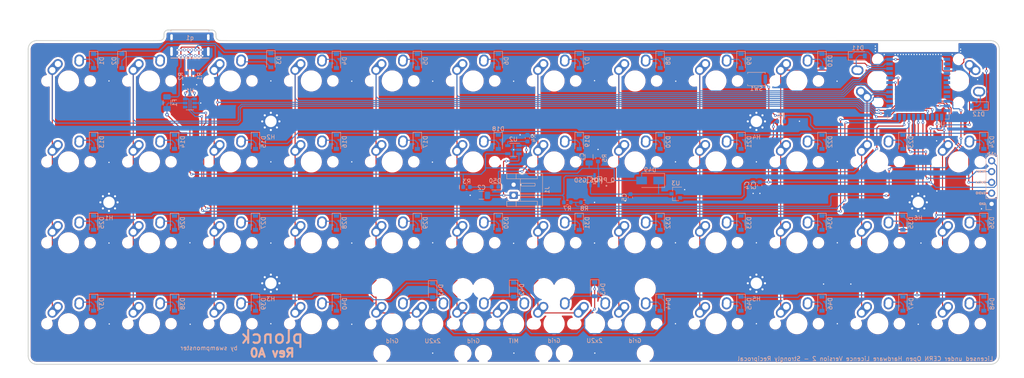
<source format=kicad_pcb>
(kicad_pcb (version 20171130) (host pcbnew "(5.1.10-1-10_14)")
  (layers (0 F.Cu signal) (31 B.Cu signal) (34 B.Paste user) (35 F.Paste user) (36 B.SilkS user) (37 F.SilkS user) (38 B.Mask user) (39 F.Mask user) (44 Edge.Cuts user))
  (net 0 "")
  (net 1 GND)
  (net 2 +3V3)
  (net 3 VBUS)
  (net 4 +BATT)
  (net 5 "Net-(D1-Pad2)")
  (net 6 Row1)
  (net 7 "Net-(D2-Pad2)")
  (net 8 "Net-(D3-Pad2)")
  (net 9 "Net-(D4-Pad2)")
  (net 10 "Net-(D5-Pad2)")
  (net 11 "Net-(D6-Pad2)")
  (net 12 "Net-(D7-Pad2)")
  (net 13 "Net-(D8-Pad2)")
  (net 14 "Net-(D9-Pad2)")
  (net 15 "Net-(D10-Pad2)")
  (net 16 "Net-(D11-Pad2)")
  (net 17 "Net-(D12-Pad2)")
  (net 18 Row2)
  (net 19 "Net-(D13-Pad2)")
  (net 20 "Net-(D14-Pad2)")
  (net 21 "Net-(D15-Pad2)")
  (net 22 "Net-(D16-Pad2)")
  (net 23 "Net-(D17-Pad2)")
  (net 24 "Net-(D18-Pad2)")
  (net 25 "Net-(D19-Pad2)")
  (net 26 "Net-(D20-Pad2)")
  (net 27 "Net-(D21-Pad2)")
  (net 28 "Net-(D22-Pad2)")
  (net 29 "Net-(D23-Pad2)")
  (net 30 "Net-(D24-Pad2)")
  (net 31 Row3)
  (net 32 "Net-(D25-Pad2)")
  (net 33 "Net-(D26-Pad2)")
  (net 34 "Net-(D27-Pad2)")
  (net 35 "Net-(D28-Pad2)")
  (net 36 "Net-(D29-Pad2)")
  (net 37 "Net-(D30-Pad2)")
  (net 38 "Net-(D31-Pad2)")
  (net 39 "Net-(D32-Pad2)")
  (net 40 "Net-(D33-Pad2)")
  (net 41 "Net-(D34-Pad2)")
  (net 42 "Net-(D35-Pad2)")
  (net 43 "Net-(D36-Pad2)")
  (net 44 Row4)
  (net 45 "Net-(D37-Pad2)")
  (net 46 "Net-(D38-Pad2)")
  (net 47 "Net-(D39-Pad2)")
  (net 48 "Net-(D40-Pad2)")
  (net 49 "Net-(D44-Pad2)")
  (net 50 "Net-(D45-Pad2)")
  (net 51 "Net-(D46-Pad2)")
  (net 52 "Net-(D47-Pad2)")
  (net 53 RESET)
  (net 54 SWCLK)
  (net 55 SWDIO)
  (net 56 Col1)
  (net 57 Col2)
  (net 58 Col3)
  (net 59 Col4)
  (net 60 Col5)
  (net 61 Col6)
  (net 62 Col7)
  (net 63 Col8)
  (net 64 Col9)
  (net 65 Col10)
  (net 66 Col11)
  (net 67 "Net-(q1-PadB8)")
  (net 68 D-)
  (net 69 D+)
  (net 70 "Net-(R1-Pad2)")
  (net 71 "Net-(q1-PadA8)")
  (net 72 "Net-(R2-Pad2)")
  (net 73 "Net-(D48-Pad2)")
  (net 74 "Net-(R4-Pad1)")
  (net 75 Col12)
  (net 76 "Net-(F1-Pad2)")
  (net 77 "Net-(U4-Pad5)")
  (net 78 "Net-(U4-Pad7)")
  (net 79 "Net-(U4-Pad8)")
  (net 80 "Net-(U4-Pad9)")
  (net 81 "Net-(U4-Pad13)")
  (net 82 "Net-(C5-Pad1)")
  (net 83 1x2u)
  (net 84 2x2u_1)
  (net 85 2x2u_2)
  (net 86 "Net-(U4-Pad4)")
  (net 87 "Net-(U4-Pad6)")
  (net 88 "Net-(U4-Pad2)")
  (net 89 "Net-(U4-Pad3)")
  (net 90 "Net-(U4-Pad10)")
  (net 91 "Net-(U1-Pad4)")
  (net 92 "Net-(U1-Pad3)")
  (net 93 "Net-(D50-Pad2)")
  (net 94 "Net-(D50-Pad1)")
  (net 95 VSENSE)
  (module Resistor_SMD:R_0603_1608Metric (layer B.Cu) (at 162.7092 61.9252)
    (fp_text reference R8 (at 0 1.43) (layer B.SilkS) (effects (justify mirror)))
    (fp_text value 2M)
    (pad 2 smd roundrect (at 0.825 0) (size 0.8 0.95) (layers B.Cu B.Paste B.Mask) (net 1 GND))
    (pad 1 smd roundrect (at -0.825 0) (size 0.8 0.95) (layers B.Cu B.Paste B.Mask) (net 95 VSENSE))
  )
  (module Resistor_SMD:R_0603_1608Metric (layer B.Cu) (at 158.6992 61.9252)
    (fp_text reference R7 (at 0 1.43) (layer B.SilkS) (effects (justify mirror)))
    (fp_text value 806k)
    (pad 2 smd roundrect (at 0.825 0) (size 0.8 0.95) (layers B.Cu B.Paste B.Mask) (net 95 VSENSE))
    (pad 1 smd roundrect (at -0.825 0) (size 0.8 0.95) (layers B.Cu B.Paste B.Mask) (net 4 +BATT))
  )
  (module LED_SMD:LED_0603_1608Metric (layer B.Cu) (at 141.6812 58.2676 180)
    (fp_text reference D50 (at 0 1.4224) (layer B.SilkS) (effects (justify mirror)))
    (fp_text value KT-0603R)
    (pad 2 smd roundrect (at 0.7875 0 180) (size 0.875 0.95) (layers B.Cu B.Paste B.Mask) (net 93 "Net-(D50-Pad2)"))
    (pad 1 smd roundrect (at -0.7875 0 180) (size 0.875 0.95) (layers B.Cu B.Paste B.Mask) (net 94 "Net-(D50-Pad1)"))
  )
  (module Button_Switch_SMD:SW_Push_SPST_NO_Alps_SKRK (layer B.Cu) (at 203.2 32.893)
    (fp_text reference SW1 (at 0 2.25) (layer B.SilkS) (effects (justify mirror)))
    (fp_text value SW_Push)
    (pad 1 smd roundrect (at -2.1 0) (size 0.8 2) (layers B.Cu B.Paste B.Mask) (net 1 GND))
    (pad 2 smd roundrect (at 2.1 0) (size 0.8 2) (layers B.Cu B.Paste B.Mask) (net 53 RESET))
  )
  (module Resistor_SMD:R_0603_1608Metric (layer B.Cu) (at 208.9785 42.8625 180)
    (fp_text reference R6 (at 0 1.43) (layer B.SilkS) (effects (justify mirror)))
    (fp_text value 10k)
    (pad 2 smd roundrect (at 0.825 0 180) (size 0.8 0.95) (layers B.Cu B.Paste B.Mask) (net 2 +3V3))
    (pad 1 smd roundrect (at -0.825 0 180) (size 0.8 0.95) (layers B.Cu B.Paste B.Mask) (net 53 RESET))
  )
  (module MX_Alps_Hybrid:MX-1U-NoLED (layer F.Cu) (at 79.375 33.3375)
    (fp_text reference MX3)
    (fp_text value MX-NoLED)
    (pad 2 thru_hole oval (at 2.5 -4.5 86.0548) (size 2.831378 2.25) (drill 1.47 (offset 0.290689 0)) (layers *.Cu B.Mask) (net 8 "Net-(D3-Pad2)"))
    (pad 2 thru_hole circle (at 2.54 -5.08) (size 2.25 2.25) (drill 1.47) (layers *.Cu B.Mask) (net 8 "Net-(D3-Pad2)"))
    (pad 1 thru_hole oval (at -3.81 -2.54 48.0996) (size 4.211556 2.25) (drill 1.47 (offset 0.980778 0)) (layers *.Cu B.Mask) (net 58 Col3))
    (pad "" np_thru_hole circle (at 0 0) (size 3.9878 3.9878) (drill 3.9878) (layers *.Cu *.Mask))
    (pad 1 thru_hole circle (at -2.5 -4) (size 2.25 2.25) (drill 1.47) (layers *.Cu B.Mask) (net 58 Col3))
    (pad "" np_thru_hole circle (at -5.08 0 48.0996) (size 1.75 1.75) (drill 1.75) (layers *.Cu *.Mask))
    (pad "" np_thru_hole circle (at 5.08 0 48.0996) (size 1.75 1.75) (drill 1.75) (layers *.Cu *.Mask))
  )
  (module MX_Alps_Hybrid:MX-2U-ReversedStabilizers-NoLED (layer F.Cu) (at 165.1 90.4875)
    (fp_text reference MX51)
    (fp_text value MX-NoLED)
    (pad 2 thru_hole oval (at 2.5 -4.5 86.0548) (size 2.831378 2.25) (drill 1.47 (offset 0.290689 0)) (layers *.Cu B.Mask) (net 85 2x2u_2))
    (pad 2 thru_hole circle (at 2.54 -5.08) (size 2.25 2.25) (drill 1.47) (layers *.Cu B.Mask) (net 85 2x2u_2))
    (pad 1 thru_hole oval (at -3.81 -2.54 48.0996) (size 4.211556 2.25) (drill 1.47 (offset 0.980778 0)) (layers *.Cu B.Mask) (net 62 Col7))
    (pad "" np_thru_hole circle (at 0 0) (size 3.9878 3.9878) (drill 3.9878) (layers *.Cu *.Mask))
    (pad 1 thru_hole circle (at -2.5 -4) (size 2.25 2.25) (drill 1.47) (layers *.Cu B.Mask) (net 62 Col7))
    (pad "" np_thru_hole circle (at -5.08 0 48.0996) (size 1.75 1.75) (drill 1.75) (layers *.Cu *.Mask))
    (pad "" np_thru_hole circle (at 5.08 0 48.0996) (size 1.75 1.75) (drill 1.75) (layers *.Cu *.Mask))
    (pad "" np_thru_hole circle (at -11.938 6.985) (size 3.048 3.048) (drill 3.048) (layers *.Cu *.Mask))
    (pad "" np_thru_hole circle (at 11.938 6.985) (size 3.048 3.048) (drill 3.048) (layers *.Cu *.Mask))
    (pad "" np_thru_hole circle (at -11.938 -8.255) (size 3.9878 3.9878) (drill 3.9878) (layers *.Cu *.Mask))
    (pad "" np_thru_hole circle (at 11.938 -8.255) (size 3.9878 3.9878) (drill 3.9878) (layers *.Cu *.Mask))
  )
  (module MX_Alps_Hybrid:MX-2U-ReversedStabilizers-NoLED (layer F.Cu) (at 127 90.4875)
    (fp_text reference MX50)
    (fp_text value MX-NoLED)
    (pad 2 thru_hole oval (at 2.5 -4.5 86.0548) (size 2.831378 2.25) (drill 1.47 (offset 0.290689 0)) (layers *.Cu B.Mask) (net 84 2x2u_1))
    (pad 2 thru_hole circle (at 2.54 -5.08) (size 2.25 2.25) (drill 1.47) (layers *.Cu B.Mask) (net 84 2x2u_1))
    (pad 1 thru_hole oval (at -3.81 -2.54 48.0996) (size 4.211556 2.25) (drill 1.47 (offset 0.980778 0)) (layers *.Cu B.Mask) (net 60 Col5))
    (pad "" np_thru_hole circle (at 0 0) (size 3.9878 3.9878) (drill 3.9878) (layers *.Cu *.Mask))
    (pad 1 thru_hole circle (at -2.5 -4) (size 2.25 2.25) (drill 1.47) (layers *.Cu B.Mask) (net 60 Col5))
    (pad "" np_thru_hole circle (at -5.08 0 48.0996) (size 1.75 1.75) (drill 1.75) (layers *.Cu *.Mask))
    (pad "" np_thru_hole circle (at 5.08 0 48.0996) (size 1.75 1.75) (drill 1.75) (layers *.Cu *.Mask))
    (pad "" np_thru_hole circle (at -11.938 6.985) (size 3.048 3.048) (drill 3.048) (layers *.Cu *.Mask))
    (pad "" np_thru_hole circle (at 11.938 6.985) (size 3.048 3.048) (drill 3.048) (layers *.Cu *.Mask))
    (pad "" np_thru_hole circle (at -11.938 -8.255) (size 3.9878 3.9878) (drill 3.9878) (layers *.Cu *.Mask))
    (pad "" np_thru_hole circle (at 11.938 -8.255) (size 3.9878 3.9878) (drill 3.9878) (layers *.Cu *.Mask))
  )
  (module MX_Alps_Hybrid:MX-2U-ReversedStabilizers-NoLED (layer F.Cu) (at 146.05 90.4875)
    (fp_text reference MX49)
    (fp_text value MX-NoLED)
    (pad 2 thru_hole oval (at 2.5 -4.5 86.0548) (size 2.831378 2.25) (drill 1.47 (offset 0.290689 0)) (layers *.Cu B.Mask) (net 83 1x2u))
    (pad 2 thru_hole circle (at 2.54 -5.08) (size 2.25 2.25) (drill 1.47) (layers *.Cu B.Mask) (net 83 1x2u))
    (pad 1 thru_hole oval (at -3.81 -2.54 48.0996) (size 4.211556 2.25) (drill 1.47 (offset 0.980778 0)) (layers *.Cu B.Mask) (net 61 Col6))
    (pad "" np_thru_hole circle (at 0 0) (size 3.9878 3.9878) (drill 3.9878) (layers *.Cu *.Mask))
    (pad 1 thru_hole circle (at -2.5 -4) (size 2.25 2.25) (drill 1.47) (layers *.Cu B.Mask) (net 61 Col6))
    (pad "" np_thru_hole circle (at -5.08 0 48.0996) (size 1.75 1.75) (drill 1.75) (layers *.Cu *.Mask))
    (pad "" np_thru_hole circle (at 5.08 0 48.0996) (size 1.75 1.75) (drill 1.75) (layers *.Cu *.Mask))
    (pad "" np_thru_hole circle (at -11.938 6.985) (size 3.048 3.048) (drill 3.048) (layers *.Cu *.Mask))
    (pad "" np_thru_hole circle (at 11.938 6.985) (size 3.048 3.048) (drill 3.048) (layers *.Cu *.Mask))
    (pad "" np_thru_hole circle (at -11.938 -8.255) (size 3.9878 3.9878) (drill 3.9878) (layers *.Cu *.Mask))
    (pad "" np_thru_hole circle (at 11.938 -8.255) (size 3.9878 3.9878) (drill 3.9878) (layers *.Cu *.Mask))
  )
  (module MX_Alps_Hybrid:MX-1U-NoLED (layer F.Cu) (at 250.825 90.4875)
    (fp_text reference MX48)
    (fp_text value MX-NoLED)
    (pad 2 thru_hole oval (at 2.5 -4.5 86.0548) (size 2.831378 2.25) (drill 1.47 (offset 0.290689 0)) (layers *.Cu B.Mask) (net 73 "Net-(D48-Pad2)"))
    (pad 2 thru_hole circle (at 2.54 -5.08) (size 2.25 2.25) (drill 1.47) (layers *.Cu B.Mask) (net 73 "Net-(D48-Pad2)"))
    (pad 1 thru_hole oval (at -3.81 -2.54 48.0996) (size 4.211556 2.25) (drill 1.47 (offset 0.980778 0)) (layers *.Cu B.Mask) (net 75 Col12))
    (pad "" np_thru_hole circle (at 0 0) (size 3.9878 3.9878) (drill 3.9878) (layers *.Cu *.Mask))
    (pad 1 thru_hole circle (at -2.5 -4) (size 2.25 2.25) (drill 1.47) (layers *.Cu B.Mask) (net 75 Col12))
    (pad "" np_thru_hole circle (at -5.08 0 48.0996) (size 1.75 1.75) (drill 1.75) (layers *.Cu *.Mask))
    (pad "" np_thru_hole circle (at 5.08 0 48.0996) (size 1.75 1.75) (drill 1.75) (layers *.Cu *.Mask))
  )
  (module MX_Alps_Hybrid:MX-1U-NoLED (layer F.Cu) (at 231.775 90.4875)
    (fp_text reference MX47)
    (fp_text value MX-NoLED)
    (pad 2 thru_hole oval (at 2.5 -4.5 86.0548) (size 2.831378 2.25) (drill 1.47 (offset 0.290689 0)) (layers *.Cu B.Mask) (net 52 "Net-(D47-Pad2)"))
    (pad 2 thru_hole circle (at 2.54 -5.08) (size 2.25 2.25) (drill 1.47) (layers *.Cu B.Mask) (net 52 "Net-(D47-Pad2)"))
    (pad 1 thru_hole oval (at -3.81 -2.54 48.0996) (size 4.211556 2.25) (drill 1.47 (offset 0.980778 0)) (layers *.Cu B.Mask) (net 66 Col11))
    (pad "" np_thru_hole circle (at 0 0) (size 3.9878 3.9878) (drill 3.9878) (layers *.Cu *.Mask))
    (pad 1 thru_hole circle (at -2.5 -4) (size 2.25 2.25) (drill 1.47) (layers *.Cu B.Mask) (net 66 Col11))
    (pad "" np_thru_hole circle (at -5.08 0 48.0996) (size 1.75 1.75) (drill 1.75) (layers *.Cu *.Mask))
    (pad "" np_thru_hole circle (at 5.08 0 48.0996) (size 1.75 1.75) (drill 1.75) (layers *.Cu *.Mask))
  )
  (module MX_Alps_Hybrid:MX-1U-NoLED (layer F.Cu) (at 212.725 90.4875)
    (fp_text reference MX46)
    (fp_text value MX-NoLED)
    (pad 2 thru_hole oval (at 2.5 -4.5 86.0548) (size 2.831378 2.25) (drill 1.47 (offset 0.290689 0)) (layers *.Cu B.Mask) (net 51 "Net-(D46-Pad2)"))
    (pad 2 thru_hole circle (at 2.54 -5.08) (size 2.25 2.25) (drill 1.47) (layers *.Cu B.Mask) (net 51 "Net-(D46-Pad2)"))
    (pad 1 thru_hole oval (at -3.81 -2.54 48.0996) (size 4.211556 2.25) (drill 1.47 (offset 0.980778 0)) (layers *.Cu B.Mask) (net 65 Col10))
    (pad "" np_thru_hole circle (at 0 0) (size 3.9878 3.9878) (drill 3.9878) (layers *.Cu *.Mask))
    (pad 1 thru_hole circle (at -2.5 -4) (size 2.25 2.25) (drill 1.47) (layers *.Cu B.Mask) (net 65 Col10))
    (pad "" np_thru_hole circle (at -5.08 0 48.0996) (size 1.75 1.75) (drill 1.75) (layers *.Cu *.Mask))
    (pad "" np_thru_hole circle (at 5.08 0 48.0996) (size 1.75 1.75) (drill 1.75) (layers *.Cu *.Mask))
  )
  (module MX_Alps_Hybrid:MX-1U-NoLED (layer F.Cu) (at 193.675 90.4875)
    (fp_text reference MX45)
    (fp_text value MX-NoLED)
    (pad 2 thru_hole oval (at 2.5 -4.5 86.0548) (size 2.831378 2.25) (drill 1.47 (offset 0.290689 0)) (layers *.Cu B.Mask) (net 50 "Net-(D45-Pad2)"))
    (pad 2 thru_hole circle (at 2.54 -5.08) (size 2.25 2.25) (drill 1.47) (layers *.Cu B.Mask) (net 50 "Net-(D45-Pad2)"))
    (pad 1 thru_hole oval (at -3.81 -2.54 48.0996) (size 4.211556 2.25) (drill 1.47 (offset 0.980778 0)) (layers *.Cu B.Mask) (net 64 Col9))
    (pad "" np_thru_hole circle (at 0 0) (size 3.9878 3.9878) (drill 3.9878) (layers *.Cu *.Mask))
    (pad 1 thru_hole circle (at -2.5 -4) (size 2.25 2.25) (drill 1.47) (layers *.Cu B.Mask) (net 64 Col9))
    (pad "" np_thru_hole circle (at -5.08 0 48.0996) (size 1.75 1.75) (drill 1.75) (layers *.Cu *.Mask))
    (pad "" np_thru_hole circle (at 5.08 0 48.0996) (size 1.75 1.75) (drill 1.75) (layers *.Cu *.Mask))
  )
  (module MX_Alps_Hybrid:MX-1U-NoLED (layer F.Cu) (at 174.625 90.4875)
    (fp_text reference MX44)
    (fp_text value MX-NoLED)
    (pad 2 thru_hole oval (at 2.5 -4.5 86.0548) (size 2.831378 2.25) (drill 1.47 (offset 0.290689 0)) (layers *.Cu B.Mask) (net 49 "Net-(D44-Pad2)"))
    (pad 2 thru_hole circle (at 2.54 -5.08) (size 2.25 2.25) (drill 1.47) (layers *.Cu B.Mask) (net 49 "Net-(D44-Pad2)"))
    (pad 1 thru_hole oval (at -3.81 -2.54 48.0996) (size 4.211556 2.25) (drill 1.47 (offset 0.980778 0)) (layers *.Cu B.Mask) (net 63 Col8))
    (pad "" np_thru_hole circle (at 0 0) (size 3.9878 3.9878) (drill 3.9878) (layers *.Cu *.Mask))
    (pad 1 thru_hole circle (at -2.5 -4) (size 2.25 2.25) (drill 1.47) (layers *.Cu B.Mask) (net 63 Col8))
    (pad "" np_thru_hole circle (at -5.08 0 48.0996) (size 1.75 1.75) (drill 1.75) (layers *.Cu *.Mask))
    (pad "" np_thru_hole circle (at 5.08 0 48.0996) (size 1.75 1.75) (drill 1.75) (layers *.Cu *.Mask))
  )
  (module MX_Alps_Hybrid:MX-1U-NoLED (layer F.Cu) (at 155.575 90.4875)
    (fp_text reference MX43)
    (fp_text value MX-NoLED)
    (pad 2 thru_hole oval (at 2.5 -4.5 86.0548) (size 2.831378 2.25) (drill 1.47 (offset 0.290689 0)) (layers *.Cu B.Mask) (net 85 2x2u_2))
    (pad 2 thru_hole circle (at 2.54 -5.08) (size 2.25 2.25) (drill 1.47) (layers *.Cu B.Mask) (net 85 2x2u_2))
    (pad 1 thru_hole oval (at -3.81 -2.54 48.0996) (size 4.211556 2.25) (drill 1.47 (offset 0.980778 0)) (layers *.Cu B.Mask) (net 62 Col7))
    (pad "" np_thru_hole circle (at 0 0) (size 3.9878 3.9878) (drill 3.9878) (layers *.Cu *.Mask))
    (pad 1 thru_hole circle (at -2.5 -4) (size 2.25 2.25) (drill 1.47) (layers *.Cu B.Mask) (net 62 Col7))
    (pad "" np_thru_hole circle (at -5.08 0 48.0996) (size 1.75 1.75) (drill 1.75) (layers *.Cu *.Mask))
    (pad "" np_thru_hole circle (at 5.08 0 48.0996) (size 1.75 1.75) (drill 1.75) (layers *.Cu *.Mask))
  )
  (module MX_Alps_Hybrid:MX-1U-NoLED (layer F.Cu) (at 136.525 90.4875)
    (fp_text reference MX42)
    (fp_text value MX-NoLED)
    (pad 2 thru_hole oval (at 2.5 -4.5 86.0548) (size 2.831378 2.25) (drill 1.47 (offset 0.290689 0)) (layers *.Cu B.Mask) (net 83 1x2u))
    (pad 2 thru_hole circle (at 2.54 -5.08) (size 2.25 2.25) (drill 1.47) (layers *.Cu B.Mask) (net 83 1x2u))
    (pad 1 thru_hole oval (at -3.81 -2.54 48.0996) (size 4.211556 2.25) (drill 1.47 (offset 0.980778 0)) (layers *.Cu B.Mask) (net 61 Col6))
    (pad "" np_thru_hole circle (at 0 0) (size 3.9878 3.9878) (drill 3.9878) (layers *.Cu *.Mask))
    (pad 1 thru_hole circle (at -2.5 -4) (size 2.25 2.25) (drill 1.47) (layers *.Cu B.Mask) (net 61 Col6))
    (pad "" np_thru_hole circle (at -5.08 0 48.0996) (size 1.75 1.75) (drill 1.75) (layers *.Cu *.Mask))
    (pad "" np_thru_hole circle (at 5.08 0 48.0996) (size 1.75 1.75) (drill 1.75) (layers *.Cu *.Mask))
  )
  (module MX_Alps_Hybrid:MX-1U-NoLED (layer F.Cu) (at 117.475 90.4875)
    (fp_text reference MX41)
    (fp_text value MX-NoLED)
    (pad 2 thru_hole oval (at 2.5 -4.5 86.0548) (size 2.831378 2.25) (drill 1.47 (offset 0.290689 0)) (layers *.Cu B.Mask) (net 84 2x2u_1))
    (pad 2 thru_hole circle (at 2.54 -5.08) (size 2.25 2.25) (drill 1.47) (layers *.Cu B.Mask) (net 84 2x2u_1))
    (pad 1 thru_hole oval (at -3.81 -2.54 48.0996) (size 4.211556 2.25) (drill 1.47 (offset 0.980778 0)) (layers *.Cu B.Mask) (net 60 Col5))
    (pad "" np_thru_hole circle (at 0 0) (size 3.9878 3.9878) (drill 3.9878) (layers *.Cu *.Mask))
    (pad 1 thru_hole circle (at -2.5 -4) (size 2.25 2.25) (drill 1.47) (layers *.Cu B.Mask) (net 60 Col5))
    (pad "" np_thru_hole circle (at -5.08 0 48.0996) (size 1.75 1.75) (drill 1.75) (layers *.Cu *.Mask))
    (pad "" np_thru_hole circle (at 5.08 0 48.0996) (size 1.75 1.75) (drill 1.75) (layers *.Cu *.Mask))
  )
  (module MX_Alps_Hybrid:MX-1U-NoLED (layer F.Cu) (at 98.425 90.4875)
    (fp_text reference MX40)
    (fp_text value MX-NoLED)
    (pad 2 thru_hole oval (at 2.5 -4.5 86.0548) (size 2.831378 2.25) (drill 1.47 (offset 0.290689 0)) (layers *.Cu B.Mask) (net 48 "Net-(D40-Pad2)"))
    (pad 2 thru_hole circle (at 2.54 -5.08) (size 2.25 2.25) (drill 1.47) (layers *.Cu B.Mask) (net 48 "Net-(D40-Pad2)"))
    (pad 1 thru_hole oval (at -3.81 -2.54 48.0996) (size 4.211556 2.25) (drill 1.47 (offset 0.980778 0)) (layers *.Cu B.Mask) (net 59 Col4))
    (pad "" np_thru_hole circle (at 0 0) (size 3.9878 3.9878) (drill 3.9878) (layers *.Cu *.Mask))
    (pad 1 thru_hole circle (at -2.5 -4) (size 2.25 2.25) (drill 1.47) (layers *.Cu B.Mask) (net 59 Col4))
    (pad "" np_thru_hole circle (at -5.08 0 48.0996) (size 1.75 1.75) (drill 1.75) (layers *.Cu *.Mask))
    (pad "" np_thru_hole circle (at 5.08 0 48.0996) (size 1.75 1.75) (drill 1.75) (layers *.Cu *.Mask))
  )
  (module MX_Alps_Hybrid:MX-1U-NoLED (layer F.Cu) (at 79.375 90.4875)
    (fp_text reference MX39)
    (fp_text value MX-NoLED)
    (pad 2 thru_hole oval (at 2.5 -4.5 86.0548) (size 2.831378 2.25) (drill 1.47 (offset 0.290689 0)) (layers *.Cu B.Mask) (net 47 "Net-(D39-Pad2)"))
    (pad 2 thru_hole circle (at 2.54 -5.08) (size 2.25 2.25) (drill 1.47) (layers *.Cu B.Mask) (net 47 "Net-(D39-Pad2)"))
    (pad 1 thru_hole oval (at -3.81 -2.54 48.0996) (size 4.211556 2.25) (drill 1.47 (offset 0.980778 0)) (layers *.Cu B.Mask) (net 58 Col3))
    (pad "" np_thru_hole circle (at 0 0) (size 3.9878 3.9878) (drill 3.9878) (layers *.Cu *.Mask))
    (pad 1 thru_hole circle (at -2.5 -4) (size 2.25 2.25) (drill 1.47) (layers *.Cu B.Mask) (net 58 Col3))
    (pad "" np_thru_hole circle (at -5.08 0 48.0996) (size 1.75 1.75) (drill 1.75) (layers *.Cu *.Mask))
    (pad "" np_thru_hole circle (at 5.08 0 48.0996) (size 1.75 1.75) (drill 1.75) (layers *.Cu *.Mask))
  )
  (module MX_Alps_Hybrid:MX-1U-NoLED (layer F.Cu) (at 60.325 90.4875)
    (fp_text reference MX38)
    (fp_text value MX-NoLED)
    (pad 2 thru_hole oval (at 2.5 -4.5 86.0548) (size 2.831378 2.25) (drill 1.47 (offset 0.290689 0)) (layers *.Cu B.Mask) (net 46 "Net-(D38-Pad2)"))
    (pad 2 thru_hole circle (at 2.54 -5.08) (size 2.25 2.25) (drill 1.47) (layers *.Cu B.Mask) (net 46 "Net-(D38-Pad2)"))
    (pad 1 thru_hole oval (at -3.81 -2.54 48.0996) (size 4.211556 2.25) (drill 1.47 (offset 0.980778 0)) (layers *.Cu B.Mask) (net 57 Col2))
    (pad "" np_thru_hole circle (at 0 0) (size 3.9878 3.9878) (drill 3.9878) (layers *.Cu *.Mask))
    (pad 1 thru_hole circle (at -2.5 -4) (size 2.25 2.25) (drill 1.47) (layers *.Cu B.Mask) (net 57 Col2))
    (pad "" np_thru_hole circle (at -5.08 0 48.0996) (size 1.75 1.75) (drill 1.75) (layers *.Cu *.Mask))
    (pad "" np_thru_hole circle (at 5.08 0 48.0996) (size 1.75 1.75) (drill 1.75) (layers *.Cu *.Mask))
  )
  (module MX_Alps_Hybrid:MX-1U-NoLED (layer F.Cu) (at 41.275 90.4875)
    (fp_text reference MX37)
    (fp_text value MX-NoLED)
    (pad 2 thru_hole oval (at 2.5 -4.5 86.0548) (size 2.831378 2.25) (drill 1.47 (offset 0.290689 0)) (layers *.Cu B.Mask) (net 45 "Net-(D37-Pad2)"))
    (pad 2 thru_hole circle (at 2.54 -5.08) (size 2.25 2.25) (drill 1.47) (layers *.Cu B.Mask) (net 45 "Net-(D37-Pad2)"))
    (pad 1 thru_hole oval (at -3.81 -2.54 48.0996) (size 4.211556 2.25) (drill 1.47 (offset 0.980778 0)) (layers *.Cu B.Mask) (net 56 Col1))
    (pad "" np_thru_hole circle (at 0 0) (size 3.9878 3.9878) (drill 3.9878) (layers *.Cu *.Mask))
    (pad 1 thru_hole circle (at -2.5 -4) (size 2.25 2.25) (drill 1.47) (layers *.Cu B.Mask) (net 56 Col1))
    (pad "" np_thru_hole circle (at -5.08 0 48.0996) (size 1.75 1.75) (drill 1.75) (layers *.Cu *.Mask))
    (pad "" np_thru_hole circle (at 5.08 0 48.0996) (size 1.75 1.75) (drill 1.75) (layers *.Cu *.Mask))
  )
  (module MX_Alps_Hybrid:MX-1U-NoLED (layer F.Cu) (at 250.825 71.4375)
    (fp_text reference MX36)
    (fp_text value MX-NoLED)
    (pad 2 thru_hole oval (at 2.5 -4.5 86.0548) (size 2.831378 2.25) (drill 1.47 (offset 0.290689 0)) (layers *.Cu B.Mask) (net 43 "Net-(D36-Pad2)"))
    (pad 2 thru_hole circle (at 2.54 -5.08) (size 2.25 2.25) (drill 1.47) (layers *.Cu B.Mask) (net 43 "Net-(D36-Pad2)"))
    (pad 1 thru_hole oval (at -3.81 -2.54 48.0996) (size 4.211556 2.25) (drill 1.47 (offset 0.980778 0)) (layers *.Cu B.Mask) (net 75 Col12))
    (pad "" np_thru_hole circle (at 0 0) (size 3.9878 3.9878) (drill 3.9878) (layers *.Cu *.Mask))
    (pad 1 thru_hole circle (at -2.5 -4) (size 2.25 2.25) (drill 1.47) (layers *.Cu B.Mask) (net 75 Col12))
    (pad "" np_thru_hole circle (at -5.08 0 48.0996) (size 1.75 1.75) (drill 1.75) (layers *.Cu *.Mask))
    (pad "" np_thru_hole circle (at 5.08 0 48.0996) (size 1.75 1.75) (drill 1.75) (layers *.Cu *.Mask))
  )
  (module MX_Alps_Hybrid:MX-1U-NoLED (layer F.Cu) (at 231.775 71.4375)
    (fp_text reference MX35)
    (fp_text value MX-NoLED)
    (pad 2 thru_hole oval (at 2.5 -4.5 86.0548) (size 2.831378 2.25) (drill 1.47 (offset 0.290689 0)) (layers *.Cu B.Mask) (net 42 "Net-(D35-Pad2)"))
    (pad 2 thru_hole circle (at 2.54 -5.08) (size 2.25 2.25) (drill 1.47) (layers *.Cu B.Mask) (net 42 "Net-(D35-Pad2)"))
    (pad 1 thru_hole oval (at -3.81 -2.54 48.0996) (size 4.211556 2.25) (drill 1.47 (offset 0.980778 0)) (layers *.Cu B.Mask) (net 66 Col11))
    (pad "" np_thru_hole circle (at 0 0) (size 3.9878 3.9878) (drill 3.9878) (layers *.Cu *.Mask))
    (pad 1 thru_hole circle (at -2.5 -4) (size 2.25 2.25) (drill 1.47) (layers *.Cu B.Mask) (net 66 Col11))
    (pad "" np_thru_hole circle (at -5.08 0 48.0996) (size 1.75 1.75) (drill 1.75) (layers *.Cu *.Mask))
    (pad "" np_thru_hole circle (at 5.08 0 48.0996) (size 1.75 1.75) (drill 1.75) (layers *.Cu *.Mask))
  )
  (module MX_Alps_Hybrid:MX-1U-NoLED (layer F.Cu) (at 212.725 71.4375)
    (fp_text reference MX34)
    (fp_text value MX-NoLED)
    (pad 2 thru_hole oval (at 2.5 -4.5 86.0548) (size 2.831378 2.25) (drill 1.47 (offset 0.290689 0)) (layers *.Cu B.Mask) (net 41 "Net-(D34-Pad2)"))
    (pad 2 thru_hole circle (at 2.54 -5.08) (size 2.25 2.25) (drill 1.47) (layers *.Cu B.Mask) (net 41 "Net-(D34-Pad2)"))
    (pad 1 thru_hole oval (at -3.81 -2.54 48.0996) (size 4.211556 2.25) (drill 1.47 (offset 0.980778 0)) (layers *.Cu B.Mask) (net 65 Col10))
    (pad "" np_thru_hole circle (at 0 0) (size 3.9878 3.9878) (drill 3.9878) (layers *.Cu *.Mask))
    (pad 1 thru_hole circle (at -2.5 -4) (size 2.25 2.25) (drill 1.47) (layers *.Cu B.Mask) (net 65 Col10))
    (pad "" np_thru_hole circle (at -5.08 0 48.0996) (size 1.75 1.75) (drill 1.75) (layers *.Cu *.Mask))
    (pad "" np_thru_hole circle (at 5.08 0 48.0996) (size 1.75 1.75) (drill 1.75) (layers *.Cu *.Mask))
  )
  (module MX_Alps_Hybrid:MX-1U-NoLED (layer F.Cu) (at 193.675 71.4375)
    (fp_text reference MX33)
    (fp_text value MX-NoLED)
    (pad 2 thru_hole oval (at 2.5 -4.5 86.0548) (size 2.831378 2.25) (drill 1.47 (offset 0.290689 0)) (layers *.Cu B.Mask) (net 40 "Net-(D33-Pad2)"))
    (pad 2 thru_hole circle (at 2.54 -5.08) (size 2.25 2.25) (drill 1.47) (layers *.Cu B.Mask) (net 40 "Net-(D33-Pad2)"))
    (pad 1 thru_hole oval (at -3.81 -2.54 48.0996) (size 4.211556 2.25) (drill 1.47 (offset 0.980778 0)) (layers *.Cu B.Mask) (net 64 Col9))
    (pad "" np_thru_hole circle (at 0 0) (size 3.9878 3.9878) (drill 3.9878) (layers *.Cu *.Mask))
    (pad 1 thru_hole circle (at -2.5 -4) (size 2.25 2.25) (drill 1.47) (layers *.Cu B.Mask) (net 64 Col9))
    (pad "" np_thru_hole circle (at -5.08 0 48.0996) (size 1.75 1.75) (drill 1.75) (layers *.Cu *.Mask))
    (pad "" np_thru_hole circle (at 5.08 0 48.0996) (size 1.75 1.75) (drill 1.75) (layers *.Cu *.Mask))
  )
  (module MX_Alps_Hybrid:MX-1U-NoLED (layer F.Cu) (at 174.625 71.4375)
    (fp_text reference MX32)
    (fp_text value MX-NoLED)
    (pad 2 thru_hole oval (at 2.5 -4.5 86.0548) (size 2.831378 2.25) (drill 1.47 (offset 0.290689 0)) (layers *.Cu B.Mask) (net 39 "Net-(D32-Pad2)"))
    (pad 2 thru_hole circle (at 2.54 -5.08) (size 2.25 2.25) (drill 1.47) (layers *.Cu B.Mask) (net 39 "Net-(D32-Pad2)"))
    (pad 1 thru_hole oval (at -3.81 -2.54 48.0996) (size 4.211556 2.25) (drill 1.47 (offset 0.980778 0)) (layers *.Cu B.Mask) (net 63 Col8))
    (pad "" np_thru_hole circle (at 0 0) (size 3.9878 3.9878) (drill 3.9878) (layers *.Cu *.Mask))
    (pad 1 thru_hole circle (at -2.5 -4) (size 2.25 2.25) (drill 1.47) (layers *.Cu B.Mask) (net 63 Col8))
    (pad "" np_thru_hole circle (at -5.08 0 48.0996) (size 1.75 1.75) (drill 1.75) (layers *.Cu *.Mask))
    (pad "" np_thru_hole circle (at 5.08 0 48.0996) (size 1.75 1.75) (drill 1.75) (layers *.Cu *.Mask))
  )
  (module MX_Alps_Hybrid:MX-1U-NoLED (layer F.Cu) (at 155.575 71.4375)
    (fp_text reference MX31)
    (fp_text value MX-NoLED)
    (pad 2 thru_hole oval (at 2.5 -4.5 86.0548) (size 2.831378 2.25) (drill 1.47 (offset 0.290689 0)) (layers *.Cu B.Mask) (net 38 "Net-(D31-Pad2)"))
    (pad 2 thru_hole circle (at 2.54 -5.08) (size 2.25 2.25) (drill 1.47) (layers *.Cu B.Mask) (net 38 "Net-(D31-Pad2)"))
    (pad 1 thru_hole oval (at -3.81 -2.54 48.0996) (size 4.211556 2.25) (drill 1.47 (offset 0.980778 0)) (layers *.Cu B.Mask) (net 62 Col7))
    (pad "" np_thru_hole circle (at 0 0) (size 3.9878 3.9878) (drill 3.9878) (layers *.Cu *.Mask))
    (pad 1 thru_hole circle (at -2.5 -4) (size 2.25 2.25) (drill 1.47) (layers *.Cu B.Mask) (net 62 Col7))
    (pad "" np_thru_hole circle (at -5.08 0 48.0996) (size 1.75 1.75) (drill 1.75) (layers *.Cu *.Mask))
    (pad "" np_thru_hole circle (at 5.08 0 48.0996) (size 1.75 1.75) (drill 1.75) (layers *.Cu *.Mask))
  )
  (module MX_Alps_Hybrid:MX-1U-NoLED (layer F.Cu) (at 136.525 71.4375)
    (fp_text reference MX30)
    (fp_text value MX-NoLED)
    (pad 2 thru_hole oval (at 2.5 -4.5 86.0548) (size 2.831378 2.25) (drill 1.47 (offset 0.290689 0)) (layers *.Cu B.Mask) (net 37 "Net-(D30-Pad2)"))
    (pad 2 thru_hole circle (at 2.54 -5.08) (size 2.25 2.25) (drill 1.47) (layers *.Cu B.Mask) (net 37 "Net-(D30-Pad2)"))
    (pad 1 thru_hole oval (at -3.81 -2.54 48.0996) (size 4.211556 2.25) (drill 1.47 (offset 0.980778 0)) (layers *.Cu B.Mask) (net 61 Col6))
    (pad "" np_thru_hole circle (at 0 0) (size 3.9878 3.9878) (drill 3.9878) (layers *.Cu *.Mask))
    (pad 1 thru_hole circle (at -2.5 -4) (size 2.25 2.25) (drill 1.47) (layers *.Cu B.Mask) (net 61 Col6))
    (pad "" np_thru_hole circle (at -5.08 0 48.0996) (size 1.75 1.75) (drill 1.75) (layers *.Cu *.Mask))
    (pad "" np_thru_hole circle (at 5.08 0 48.0996) (size 1.75 1.75) (drill 1.75) (layers *.Cu *.Mask))
  )
  (module MX_Alps_Hybrid:MX-1U-NoLED (layer F.Cu) (at 117.475 71.4375)
    (fp_text reference MX29)
    (fp_text value MX-NoLED)
    (pad 2 thru_hole oval (at 2.5 -4.5 86.0548) (size 2.831378 2.25) (drill 1.47 (offset 0.290689 0)) (layers *.Cu B.Mask) (net 36 "Net-(D29-Pad2)"))
    (pad 2 thru_hole circle (at 2.54 -5.08) (size 2.25 2.25) (drill 1.47) (layers *.Cu B.Mask) (net 36 "Net-(D29-Pad2)"))
    (pad 1 thru_hole oval (at -3.81 -2.54 48.0996) (size 4.211556 2.25) (drill 1.47 (offset 0.980778 0)) (layers *.Cu B.Mask) (net 60 Col5))
    (pad "" np_thru_hole circle (at 0 0) (size 3.9878 3.9878) (drill 3.9878) (layers *.Cu *.Mask))
    (pad 1 thru_hole circle (at -2.5 -4) (size 2.25 2.25) (drill 1.47) (layers *.Cu B.Mask) (net 60 Col5))
    (pad "" np_thru_hole circle (at -5.08 0 48.0996) (size 1.75 1.75) (drill 1.75) (layers *.Cu *.Mask))
    (pad "" np_thru_hole circle (at 5.08 0 48.0996) (size 1.75 1.75) (drill 1.75) (layers *.Cu *.Mask))
  )
  (module MX_Alps_Hybrid:MX-1U-NoLED (layer F.Cu) (at 98.425 71.4375)
    (fp_text reference MX28)
    (fp_text value MX-NoLED)
    (pad 2 thru_hole oval (at 2.5 -4.5 86.0548) (size 2.831378 2.25) (drill 1.47 (offset 0.290689 0)) (layers *.Cu B.Mask) (net 35 "Net-(D28-Pad2)"))
    (pad 2 thru_hole circle (at 2.54 -5.08) (size 2.25 2.25) (drill 1.47) (layers *.Cu B.Mask) (net 35 "Net-(D28-Pad2)"))
    (pad 1 thru_hole oval (at -3.81 -2.54 48.0996) (size 4.211556 2.25) (drill 1.47 (offset 0.980778 0)) (layers *.Cu B.Mask) (net 59 Col4))
    (pad "" np_thru_hole circle (at 0 0) (size 3.9878 3.9878) (drill 3.9878) (layers *.Cu *.Mask))
    (pad 1 thru_hole circle (at -2.5 -4) (size 2.25 2.25) (drill 1.47) (layers *.Cu B.Mask) (net 59 Col4))
    (pad "" np_thru_hole circle (at -5.08 0 48.0996) (size 1.75 1.75) (drill 1.75) (layers *.Cu *.Mask))
    (pad "" np_thru_hole circle (at 5.08 0 48.0996) (size 1.75 1.75) (drill 1.75) (layers *.Cu *.Mask))
  )
  (module MX_Alps_Hybrid:MX-1U-NoLED (layer F.Cu) (at 79.375 71.4375)
    (fp_text reference MX27)
    (fp_text value MX-NoLED)
    (pad 2 thru_hole oval (at 2.5 -4.5 86.0548) (size 2.831378 2.25) (drill 1.47 (offset 0.290689 0)) (layers *.Cu B.Mask) (net 34 "Net-(D27-Pad2)"))
    (pad 2 thru_hole circle (at 2.54 -5.08) (size 2.25 2.25) (drill 1.47) (layers *.Cu B.Mask) (net 34 "Net-(D27-Pad2)"))
    (pad 1 thru_hole oval (at -3.81 -2.54 48.0996) (size 4.211556 2.25) (drill 1.47 (offset 0.980778 0)) (layers *.Cu B.Mask) (net 58 Col3))
    (pad "" np_thru_hole circle (at 0 0) (size 3.9878 3.9878) (drill 3.9878) (layers *.Cu *.Mask))
    (pad 1 thru_hole circle (at -2.5 -4) (size 2.25 2.25) (drill 1.47) (layers *.Cu B.Mask) (net 58 Col3))
    (pad "" np_thru_hole circle (at -5.08 0 48.0996) (size 1.75 1.75) (drill 1.75) (layers *.Cu *.Mask))
    (pad "" np_thru_hole circle (at 5.08 0 48.0996) (size 1.75 1.75) (drill 1.75) (layers *.Cu *.Mask))
  )
  (module MX_Alps_Hybrid:MX-1U-NoLED (layer F.Cu) (at 60.325 71.4375)
    (fp_text reference MX26)
    (fp_text value MX-NoLED)
    (pad 2 thru_hole oval (at 2.5 -4.5 86.0548) (size 2.831378 2.25) (drill 1.47 (offset 0.290689 0)) (layers *.Cu B.Mask) (net 33 "Net-(D26-Pad2)"))
    (pad 2 thru_hole circle (at 2.54 -5.08) (size 2.25 2.25) (drill 1.47) (layers *.Cu B.Mask) (net 33 "Net-(D26-Pad2)"))
    (pad 1 thru_hole oval (at -3.81 -2.54 48.0996) (size 4.211556 2.25) (drill 1.47 (offset 0.980778 0)) (layers *.Cu B.Mask) (net 57 Col2))
    (pad "" np_thru_hole circle (at 0 0) (size 3.9878 3.9878) (drill 3.9878) (layers *.Cu *.Mask))
    (pad 1 thru_hole circle (at -2.5 -4) (size 2.25 2.25) (drill 1.47) (layers *.Cu B.Mask) (net 57 Col2))
    (pad "" np_thru_hole circle (at -5.08 0 48.0996) (size 1.75 1.75) (drill 1.75) (layers *.Cu *.Mask))
    (pad "" np_thru_hole circle (at 5.08 0 48.0996) (size 1.75 1.75) (drill 1.75) (layers *.Cu *.Mask))
  )
  (module MX_Alps_Hybrid:MX-1U-NoLED (layer F.Cu) (at 41.275 71.4375)
    (fp_text reference MX25)
    (fp_text value MX-NoLED)
    (pad 2 thru_hole oval (at 2.5 -4.5 86.0548) (size 2.831378 2.25) (drill 1.47 (offset 0.290689 0)) (layers *.Cu B.Mask) (net 32 "Net-(D25-Pad2)"))
    (pad 2 thru_hole circle (at 2.54 -5.08) (size 2.25 2.25) (drill 1.47) (layers *.Cu B.Mask) (net 32 "Net-(D25-Pad2)"))
    (pad 1 thru_hole oval (at -3.81 -2.54 48.0996) (size 4.211556 2.25) (drill 1.47 (offset 0.980778 0)) (layers *.Cu B.Mask) (net 56 Col1))
    (pad "" np_thru_hole circle (at 0 0) (size 3.9878 3.9878) (drill 3.9878) (layers *.Cu *.Mask))
    (pad 1 thru_hole circle (at -2.5 -4) (size 2.25 2.25) (drill 1.47) (layers *.Cu B.Mask) (net 56 Col1))
    (pad "" np_thru_hole circle (at -5.08 0 48.0996) (size 1.75 1.75) (drill 1.75) (layers *.Cu *.Mask))
    (pad "" np_thru_hole circle (at 5.08 0 48.0996) (size 1.75 1.75) (drill 1.75) (layers *.Cu *.Mask))
  )
  (module MX_Alps_Hybrid:MX-1U-NoLED (layer F.Cu) (at 250.825 52.3875)
    (fp_text reference MX24)
    (fp_text value MX-NoLED)
    (pad 2 thru_hole oval (at 2.5 -4.5 86.0548) (size 2.831378 2.25) (drill 1.47 (offset 0.290689 0)) (layers *.Cu B.Mask) (net 30 "Net-(D24-Pad2)"))
    (pad 2 thru_hole circle (at 2.54 -5.08) (size 2.25 2.25) (drill 1.47) (layers *.Cu B.Mask) (net 30 "Net-(D24-Pad2)"))
    (pad 1 thru_hole oval (at -3.81 -2.54 48.0996) (size 4.211556 2.25) (drill 1.47 (offset 0.980778 0)) (layers *.Cu B.Mask) (net 75 Col12))
    (pad "" np_thru_hole circle (at 0 0) (size 3.9878 3.9878) (drill 3.9878) (layers *.Cu *.Mask))
    (pad 1 thru_hole circle (at -2.5 -4) (size 2.25 2.25) (drill 1.47) (layers *.Cu B.Mask) (net 75 Col12))
    (pad "" np_thru_hole circle (at -5.08 0 48.0996) (size 1.75 1.75) (drill 1.75) (layers *.Cu *.Mask))
    (pad "" np_thru_hole circle (at 5.08 0 48.0996) (size 1.75 1.75) (drill 1.75) (layers *.Cu *.Mask))
  )
  (module MX_Alps_Hybrid:MX-1U-NoLED (layer F.Cu) (at 231.775 52.3875)
    (fp_text reference MX23)
    (fp_text value MX-NoLED)
    (pad 2 thru_hole oval (at 2.5 -4.5 86.0548) (size 2.831378 2.25) (drill 1.47 (offset 0.290689 0)) (layers *.Cu B.Mask) (net 29 "Net-(D23-Pad2)"))
    (pad 2 thru_hole circle (at 2.54 -5.08) (size 2.25 2.25) (drill 1.47) (layers *.Cu B.Mask) (net 29 "Net-(D23-Pad2)"))
    (pad 1 thru_hole oval (at -3.81 -2.54 48.0996) (size 4.211556 2.25) (drill 1.47 (offset 0.980778 0)) (layers *.Cu B.Mask) (net 66 Col11))
    (pad "" np_thru_hole circle (at 0 0) (size 3.9878 3.9878) (drill 3.9878) (layers *.Cu *.Mask))
    (pad 1 thru_hole circle (at -2.5 -4) (size 2.25 2.25) (drill 1.47) (layers *.Cu B.Mask) (net 66 Col11))
    (pad "" np_thru_hole circle (at -5.08 0 48.0996) (size 1.75 1.75) (drill 1.75) (layers *.Cu *.Mask))
    (pad "" np_thru_hole circle (at 5.08 0 48.0996) (size 1.75 1.75) (drill 1.75) (layers *.Cu *.Mask))
  )
  (module MX_Alps_Hybrid:MX-1U-NoLED (layer F.Cu) (at 212.725 52.3875)
    (fp_text reference MX22)
    (fp_text value MX-NoLED)
    (pad 2 thru_hole oval (at 2.5 -4.5 86.0548) (size 2.831378 2.25) (drill 1.47 (offset 0.290689 0)) (layers *.Cu B.Mask) (net 28 "Net-(D22-Pad2)"))
    (pad 2 thru_hole circle (at 2.54 -5.08) (size 2.25 2.25) (drill 1.47) (layers *.Cu B.Mask) (net 28 "Net-(D22-Pad2)"))
    (pad 1 thru_hole oval (at -3.81 -2.54 48.0996) (size 4.211556 2.25) (drill 1.47 (offset 0.980778 0)) (layers *.Cu B.Mask) (net 65 Col10))
    (pad "" np_thru_hole circle (at 0 0) (size 3.9878 3.9878) (drill 3.9878) (layers *.Cu *.Mask))
    (pad 1 thru_hole circle (at -2.5 -4) (size 2.25 2.25) (drill 1.47) (layers *.Cu B.Mask) (net 65 Col10))
    (pad "" np_thru_hole circle (at -5.08 0 48.0996) (size 1.75 1.75) (drill 1.75) (layers *.Cu *.Mask))
    (pad "" np_thru_hole circle (at 5.08 0 48.0996) (size 1.75 1.75) (drill 1.75) (layers *.Cu *.Mask))
  )
  (module MX_Alps_Hybrid:MX-1U-NoLED (layer F.Cu) (at 193.675 52.3875)
    (fp_text reference MX21)
    (fp_text value MX-NoLED)
    (pad 2 thru_hole oval (at 2.5 -4.5 86.0548) (size 2.831378 2.25) (drill 1.47 (offset 0.290689 0)) (layers *.Cu B.Mask) (net 27 "Net-(D21-Pad2)"))
    (pad 2 thru_hole circle (at 2.54 -5.08) (size 2.25 2.25) (drill 1.47) (layers *.Cu B.Mask) (net 27 "Net-(D21-Pad2)"))
    (pad 1 thru_hole oval (at -3.81 -2.54 48.0996) (size 4.211556 2.25) (drill 1.47 (offset 0.980778 0)) (layers *.Cu B.Mask) (net 64 Col9))
    (pad "" np_thru_hole circle (at 0 0) (size 3.9878 3.9878) (drill 3.9878) (layers *.Cu *.Mask))
    (pad 1 thru_hole circle (at -2.5 -4) (size 2.25 2.25) (drill 1.47) (layers *.Cu B.Mask) (net 64 Col9))
    (pad "" np_thru_hole circle (at -5.08 0 48.0996) (size 1.75 1.75) (drill 1.75) (layers *.Cu *.Mask))
    (pad "" np_thru_hole circle (at 5.08 0 48.0996) (size 1.75 1.75) (drill 1.75) (layers *.Cu *.Mask))
  )
  (module MX_Alps_Hybrid:MX-1U-NoLED (layer F.Cu) (at 174.625 52.3875)
    (fp_text reference MX20)
    (fp_text value MX-NoLED)
    (pad 2 thru_hole oval (at 2.5 -4.5 86.0548) (size 2.831378 2.25) (drill 1.47 (offset 0.290689 0)) (layers *.Cu B.Mask) (net 26 "Net-(D20-Pad2)"))
    (pad 2 thru_hole circle (at 2.54 -5.08) (size 2.25 2.25) (drill 1.47) (layers *.Cu B.Mask) (net 26 "Net-(D20-Pad2)"))
    (pad 1 thru_hole oval (at -3.81 -2.54 48.0996) (size 4.211556 2.25) (drill 1.47 (offset 0.980778 0)) (layers *.Cu B.Mask) (net 63 Col8))
    (pad "" np_thru_hole circle (at 0 0) (size 3.9878 3.9878) (drill 3.9878) (layers *.Cu *.Mask))
    (pad 1 thru_hole circle (at -2.5 -4) (size 2.25 2.25) (drill 1.47) (layers *.Cu B.Mask) (net 63 Col8))
    (pad "" np_thru_hole circle (at -5.08 0 48.0996) (size 1.75 1.75) (drill 1.75) (layers *.Cu *.Mask))
    (pad "" np_thru_hole circle (at 5.08 0 48.0996) (size 1.75 1.75) (drill 1.75) (layers *.Cu *.Mask))
  )
  (module MX_Alps_Hybrid:MX-1U-NoLED (layer F.Cu) (at 155.575 52.3875)
    (fp_text reference MX19)
    (fp_text value MX-NoLED)
    (pad 2 thru_hole oval (at 2.5 -4.5 86.0548) (size 2.831378 2.25) (drill 1.47 (offset 0.290689 0)) (layers *.Cu B.Mask) (net 25 "Net-(D19-Pad2)"))
    (pad 2 thru_hole circle (at 2.54 -5.08) (size 2.25 2.25) (drill 1.47) (layers *.Cu B.Mask) (net 25 "Net-(D19-Pad2)"))
    (pad 1 thru_hole oval (at -3.81 -2.54 48.0996) (size 4.211556 2.25) (drill 1.47 (offset 0.980778 0)) (layers *.Cu B.Mask) (net 62 Col7))
    (pad "" np_thru_hole circle (at 0 0) (size 3.9878 3.9878) (drill 3.9878) (layers *.Cu *.Mask))
    (pad 1 thru_hole circle (at -2.5 -4) (size 2.25 2.25) (drill 1.47) (layers *.Cu B.Mask) (net 62 Col7))
    (pad "" np_thru_hole circle (at -5.08 0 48.0996) (size 1.75 1.75) (drill 1.75) (layers *.Cu *.Mask))
    (pad "" np_thru_hole circle (at 5.08 0 48.0996) (size 1.75 1.75) (drill 1.75) (layers *.Cu *.Mask))
  )
  (module MX_Alps_Hybrid:MX-1U-NoLED (layer F.Cu) (at 136.525 52.3875)
    (fp_text reference MX18)
    (fp_text value MX-NoLED)
    (pad 2 thru_hole oval (at 2.5 -4.5 86.0548) (size 2.831378 2.25) (drill 1.47 (offset 0.290689 0)) (layers *.Cu B.Mask) (net 24 "Net-(D18-Pad2)"))
    (pad 2 thru_hole circle (at 2.54 -5.08) (size 2.25 2.25) (drill 1.47) (layers *.Cu B.Mask) (net 24 "Net-(D18-Pad2)"))
    (pad 1 thru_hole oval (at -3.81 -2.54 48.0996) (size 4.211556 2.25) (drill 1.47 (offset 0.980778 0)) (layers *.Cu B.Mask) (net 61 Col6))
    (pad "" np_thru_hole circle (at 0 0) (size 3.9878 3.9878) (drill 3.9878) (layers *.Cu *.Mask))
    (pad 1 thru_hole circle (at -2.5 -4) (size 2.25 2.25) (drill 1.47) (layers *.Cu B.Mask) (net 61 Col6))
    (pad "" np_thru_hole circle (at -5.08 0 48.0996) (size 1.75 1.75) (drill 1.75) (layers *.Cu *.Mask))
    (pad "" np_thru_hole circle (at 5.08 0 48.0996) (size 1.75 1.75) (drill 1.75) (layers *.Cu *.Mask))
  )
  (module MX_Alps_Hybrid:MX-1U-NoLED (layer F.Cu) (at 117.475 52.3875)
    (fp_text reference MX17)
    (fp_text value MX-NoLED)
    (pad 2 thru_hole oval (at 2.5 -4.5 86.0548) (size 2.831378 2.25) (drill 1.47 (offset 0.290689 0)) (layers *.Cu B.Mask) (net 23 "Net-(D17-Pad2)"))
    (pad 2 thru_hole circle (at 2.54 -5.08) (size 2.25 2.25) (drill 1.47) (layers *.Cu B.Mask) (net 23 "Net-(D17-Pad2)"))
    (pad 1 thru_hole oval (at -3.81 -2.54 48.0996) (size 4.211556 2.25) (drill 1.47 (offset 0.980778 0)) (layers *.Cu B.Mask) (net 60 Col5))
    (pad "" np_thru_hole circle (at 0 0) (size 3.9878 3.9878) (drill 3.9878) (layers *.Cu *.Mask))
    (pad 1 thru_hole circle (at -2.5 -4) (size 2.25 2.25) (drill 1.47) (layers *.Cu B.Mask) (net 60 Col5))
    (pad "" np_thru_hole circle (at -5.08 0 48.0996) (size 1.75 1.75) (drill 1.75) (layers *.Cu *.Mask))
    (pad "" np_thru_hole circle (at 5.08 0 48.0996) (size 1.75 1.75) (drill 1.75) (layers *.Cu *.Mask))
  )
  (module MX_Alps_Hybrid:MX-1U-NoLED (layer F.Cu) (at 98.425 52.3875)
    (fp_text reference MX16)
    (fp_text value MX-NoLED)
    (pad 2 thru_hole oval (at 2.5 -4.5 86.0548) (size 2.831378 2.25) (drill 1.47 (offset 0.290689 0)) (layers *.Cu B.Mask) (net 22 "Net-(D16-Pad2)"))
    (pad 2 thru_hole circle (at 2.54 -5.08) (size 2.25 2.25) (drill 1.47) (layers *.Cu B.Mask) (net 22 "Net-(D16-Pad2)"))
    (pad 1 thru_hole oval (at -3.81 -2.54 48.0996) (size 4.211556 2.25) (drill 1.47 (offset 0.980778 0)) (layers *.Cu B.Mask) (net 59 Col4))
    (pad "" np_thru_hole circle (at 0 0) (size 3.9878 3.9878) (drill 3.9878) (layers *.Cu *.Mask))
    (pad 1 thru_hole circle (at -2.5 -4) (size 2.25 2.25) (drill 1.47) (layers *.Cu B.Mask) (net 59 Col4))
    (pad "" np_thru_hole circle (at -5.08 0 48.0996) (size 1.75 1.75) (drill 1.75) (layers *.Cu *.Mask))
    (pad "" np_thru_hole circle (at 5.08 0 48.0996) (size 1.75 1.75) (drill 1.75) (layers *.Cu *.Mask))
  )
  (module MX_Alps_Hybrid:MX-1U-NoLED (layer F.Cu) (at 79.375 52.3875)
    (fp_text reference MX15)
    (fp_text value MX-NoLED)
    (pad 2 thru_hole oval (at 2.5 -4.5 86.0548) (size 2.831378 2.25) (drill 1.47 (offset 0.290689 0)) (layers *.Cu B.Mask) (net 21 "Net-(D15-Pad2)"))
    (pad 2 thru_hole circle (at 2.54 -5.08) (size 2.25 2.25) (drill 1.47) (layers *.Cu B.Mask) (net 21 "Net-(D15-Pad2)"))
    (pad 1 thru_hole oval (at -3.81 -2.54 48.0996) (size 4.211556 2.25) (drill 1.47 (offset 0.980778 0)) (layers *.Cu B.Mask) (net 58 Col3))
    (pad "" np_thru_hole circle (at 0 0) (size 3.9878 3.9878) (drill 3.9878) (layers *.Cu *.Mask))
    (pad 1 thru_hole circle (at -2.5 -4) (size 2.25 2.25) (drill 1.47) (layers *.Cu B.Mask) (net 58 Col3))
    (pad "" np_thru_hole circle (at -5.08 0 48.0996) (size 1.75 1.75) (drill 1.75) (layers *.Cu *.Mask))
    (pad "" np_thru_hole circle (at 5.08 0 48.0996) (size 1.75 1.75) (drill 1.75) (layers *.Cu *.Mask))
  )
  (module MX_Alps_Hybrid:MX-1U-NoLED (layer F.Cu) (at 60.325 52.3875)
    (fp_text reference MX14)
    (fp_text value MX-NoLED)
    (pad 2 thru_hole oval (at 2.5 -4.5 86.0548) (size 2.831378 2.25) (drill 1.47 (offset 0.290689 0)) (layers *.Cu B.Mask) (net 20 "Net-(D14-Pad2)"))
    (pad 2 thru_hole circle (at 2.54 -5.08) (size 2.25 2.25) (drill 1.47) (layers *.Cu B.Mask) (net 20 "Net-(D14-Pad2)"))
    (pad 1 thru_hole oval (at -3.81 -2.54 48.0996) (size 4.211556 2.25) (drill 1.47 (offset 0.980778 0)) (layers *.Cu B.Mask) (net 57 Col2))
    (pad "" np_thru_hole circle (at 0 0) (size 3.9878 3.9878) (drill 3.9878) (layers *.Cu *.Mask))
    (pad 1 thru_hole circle (at -2.5 -4) (size 2.25 2.25) (drill 1.47) (layers *.Cu B.Mask) (net 57 Col2))
    (pad "" np_thru_hole circle (at -5.08 0 48.0996) (size 1.75 1.75) (drill 1.75) (layers *.Cu *.Mask))
    (pad "" np_thru_hole circle (at 5.08 0 48.0996) (size 1.75 1.75) (drill 1.75) (layers *.Cu *.Mask))
  )
  (module MX_Alps_Hybrid:MX-1U-NoLED (layer F.Cu) (at 41.275 52.3875)
    (fp_text reference MX13)
    (fp_text value MX-NoLED)
    (pad 2 thru_hole oval (at 2.5 -4.5 86.0548) (size 2.831378 2.25) (drill 1.47 (offset 0.290689 0)) (layers *.Cu B.Mask) (net 19 "Net-(D13-Pad2)"))
    (pad 2 thru_hole circle (at 2.54 -5.08) (size 2.25 2.25) (drill 1.47) (layers *.Cu B.Mask) (net 19 "Net-(D13-Pad2)"))
    (pad 1 thru_hole oval (at -3.81 -2.54 48.0996) (size 4.211556 2.25) (drill 1.47 (offset 0.980778 0)) (layers *.Cu B.Mask) (net 56 Col1))
    (pad "" np_thru_hole circle (at 0 0) (size 3.9878 3.9878) (drill 3.9878) (layers *.Cu *.Mask))
    (pad 1 thru_hole circle (at -2.5 -4) (size 2.25 2.25) (drill 1.47) (layers *.Cu B.Mask) (net 56 Col1))
    (pad "" np_thru_hole circle (at -5.08 0 48.0996) (size 1.75 1.75) (drill 1.75) (layers *.Cu *.Mask))
    (pad "" np_thru_hole circle (at 5.08 0 48.0996) (size 1.75 1.75) (drill 1.75) (layers *.Cu *.Mask))
  )
  (module MX_Alps_Hybrid:MX-1U-NoLED (layer F.Cu) (at 250.825 33.3375 270)
    (fp_text reference MX12)
    (fp_text value MX-NoLED)
    (pad 2 thru_hole oval (at 2.5 -4.5 356.0548) (size 2.831378 2.25) (drill 1.47 (offset 0.290689 0)) (layers *.Cu B.Mask) (net 17 "Net-(D12-Pad2)"))
    (pad 2 thru_hole circle (at 2.54 -5.08 270) (size 2.25 2.25) (drill 1.47) (layers *.Cu B.Mask) (net 17 "Net-(D12-Pad2)"))
    (pad 1 thru_hole oval (at -3.81 -2.54 318.0996) (size 4.211556 2.25) (drill 1.47 (offset 0.980778 0)) (layers *.Cu B.Mask) (net 75 Col12))
    (pad "" np_thru_hole circle (at 0 0 270) (size 3.9878 3.9878) (drill 3.9878) (layers *.Cu *.Mask))
    (pad 1 thru_hole circle (at -2.5 -4 270) (size 2.25 2.25) (drill 1.47) (layers *.Cu B.Mask) (net 75 Col12))
    (pad "" np_thru_hole circle (at -5.08 0 318.0996) (size 1.75 1.75) (drill 1.75) (layers *.Cu *.Mask))
    (pad "" np_thru_hole circle (at 5.08 0 318.0996) (size 1.75 1.75) (drill 1.75) (layers *.Cu *.Mask))
  )
  (module MX_Alps_Hybrid:MX-1U-NoLED (layer F.Cu) (at 231.775 33.3375 90)
    (fp_text reference MX11)
    (fp_text value MX-NoLED)
    (pad 2 thru_hole oval (at 2.5 -4.5 176.0548) (size 2.831378 2.25) (drill 1.47 (offset 0.290689 0)) (layers *.Cu B.Mask) (net 16 "Net-(D11-Pad2)"))
    (pad 2 thru_hole circle (at 2.54 -5.08 90) (size 2.25 2.25) (drill 1.47) (layers *.Cu B.Mask) (net 16 "Net-(D11-Pad2)"))
    (pad 1 thru_hole oval (at -3.81 -2.54 138.0996) (size 4.211556 2.25) (drill 1.47 (offset 0.980778 0)) (layers *.Cu B.Mask) (net 66 Col11))
    (pad "" np_thru_hole circle (at 0 0 90) (size 3.9878 3.9878) (drill 3.9878) (layers *.Cu *.Mask))
    (pad 1 thru_hole circle (at -2.5 -4 90) (size 2.25 2.25) (drill 1.47) (layers *.Cu B.Mask) (net 66 Col11))
    (pad "" np_thru_hole circle (at -5.08 0 138.0996) (size 1.75 1.75) (drill 1.75) (layers *.Cu *.Mask))
    (pad "" np_thru_hole circle (at 5.08 0 138.0996) (size 1.75 1.75) (drill 1.75) (layers *.Cu *.Mask))
  )
  (module MX_Alps_Hybrid:MX-1U-NoLED (layer F.Cu) (at 212.725 33.3375)
    (fp_text reference MX10)
    (fp_text value MX-NoLED)
    (pad 2 thru_hole oval (at 2.5 -4.5 86.0548) (size 2.831378 2.25) (drill 1.47 (offset 0.290689 0)) (layers *.Cu B.Mask) (net 15 "Net-(D10-Pad2)"))
    (pad 2 thru_hole circle (at 2.54 -5.08) (size 2.25 2.25) (drill 1.47) (layers *.Cu B.Mask) (net 15 "Net-(D10-Pad2)"))
    (pad 1 thru_hole oval (at -3.81 -2.54 48.0996) (size 4.211556 2.25) (drill 1.47 (offset 0.980778 0)) (layers *.Cu B.Mask) (net 65 Col10))
    (pad "" np_thru_hole circle (at 0 0) (size 3.9878 3.9878) (drill 3.9878) (layers *.Cu *.Mask))
    (pad 1 thru_hole circle (at -2.5 -4) (size 2.25 2.25) (drill 1.47) (layers *.Cu B.Mask) (net 65 Col10))
    (pad "" np_thru_hole circle (at -5.08 0 48.0996) (size 1.75 1.75) (drill 1.75) (layers *.Cu *.Mask))
    (pad "" np_thru_hole circle (at 5.08 0 48.0996) (size 1.75 1.75) (drill 1.75) (layers *.Cu *.Mask))
  )
  (module MX_Alps_Hybrid:MX-1U-NoLED (layer F.Cu) (at 193.675 33.3375)
    (fp_text reference MX9)
    (fp_text value MX-NoLED)
    (pad 2 thru_hole oval (at 2.5 -4.5 86.0548) (size 2.831378 2.25) (drill 1.47 (offset 0.290689 0)) (layers *.Cu B.Mask) (net 14 "Net-(D9-Pad2)"))
    (pad 2 thru_hole circle (at 2.54 -5.08) (size 2.25 2.25) (drill 1.47) (layers *.Cu B.Mask) (net 14 "Net-(D9-Pad2)"))
    (pad 1 thru_hole oval (at -3.81 -2.54 48.0996) (size 4.211556 2.25) (drill 1.47 (offset 0.980778 0)) (layers *.Cu B.Mask) (net 64 Col9))
    (pad "" np_thru_hole circle (at 0 0) (size 3.9878 3.9878) (drill 3.9878) (layers *.Cu *.Mask))
    (pad 1 thru_hole circle (at -2.5 -4) (size 2.25 2.25) (drill 1.47) (layers *.Cu B.Mask) (net 64 Col9))
    (pad "" np_thru_hole circle (at -5.08 0 48.0996) (size 1.75 1.75) (drill 1.75) (layers *.Cu *.Mask))
    (pad "" np_thru_hole circle (at 5.08 0 48.0996) (size 1.75 1.75) (drill 1.75) (layers *.Cu *.Mask))
  )
  (module MX_Alps_Hybrid:MX-1U-NoLED (layer F.Cu) (at 174.625 33.3375)
    (fp_text reference MX8)
    (fp_text value MX-NoLED)
    (pad 2 thru_hole oval (at 2.5 -4.5 86.0548) (size 2.831378 2.25) (drill 1.47 (offset 0.290689 0)) (layers *.Cu B.Mask) (net 13 "Net-(D8-Pad2)"))
    (pad 2 thru_hole circle (at 2.54 -5.08) (size 2.25 2.25) (drill 1.47) (layers *.Cu B.Mask) (net 13 "Net-(D8-Pad2)"))
    (pad 1 thru_hole oval (at -3.81 -2.54 48.0996) (size 4.211556 2.25) (drill 1.47 (offset 0.980778 0)) (layers *.Cu B.Mask) (net 63 Col8))
    (pad "" np_thru_hole circle (at 0 0) (size 3.9878 3.9878) (drill 3.9878) (layers *.Cu *.Mask))
    (pad 1 thru_hole circle (at -2.5 -4) (size 2.25 2.25) (drill 1.47) (layers *.Cu B.Mask) (net 63 Col8))
    (pad "" np_thru_hole circle (at -5.08 0 48.0996) (size 1.75 1.75) (drill 1.75) (layers *.Cu *.Mask))
    (pad "" np_thru_hole circle (at 5.08 0 48.0996) (size 1.75 1.75) (drill 1.75) (layers *.Cu *.Mask))
  )
  (module MX_Alps_Hybrid:MX-1U-NoLED (layer F.Cu) (at 155.575 33.3375)
    (fp_text reference MX7)
    (fp_text value MX-NoLED)
    (pad 2 thru_hole oval (at 2.5 -4.5 86.0548) (size 2.831378 2.25) (drill 1.47 (offset 0.290689 0)) (layers *.Cu B.Mask) (net 12 "Net-(D7-Pad2)"))
    (pad 2 thru_hole circle (at 2.54 -5.08) (size 2.25 2.25) (drill 1.47) (layers *.Cu B.Mask) (net 12 "Net-(D7-Pad2)"))
    (pad 1 thru_hole oval (at -3.81 -2.54 48.0996) (size 4.211556 2.25) (drill 1.47 (offset 0.980778 0)) (layers *.Cu B.Mask) (net 62 Col7))
    (pad "" np_thru_hole circle (at 0 0) (size 3.9878 3.9878) (drill 3.9878) (layers *.Cu *.Mask))
    (pad 1 thru_hole circle (at -2.5 -4) (size 2.25 2.25) (drill 1.47) (layers *.Cu B.Mask) (net 62 Col7))
    (pad "" np_thru_hole circle (at -5.08 0 48.0996) (size 1.75 1.75) (drill 1.75) (layers *.Cu *.Mask))
    (pad "" np_thru_hole circle (at 5.08 0 48.0996) (size 1.75 1.75) (drill 1.75) (layers *.Cu *.Mask))
  )
  (module MX_Alps_Hybrid:MX-1U-NoLED (layer F.Cu) (at 136.525 33.3375)
    (fp_text reference MX6)
    (fp_text value MX-NoLED)
    (pad 2 thru_hole oval (at 2.5 -4.5 86.0548) (size 2.831378 2.25) (drill 1.47 (offset 0.290689 0)) (layers *.Cu B.Mask) (net 11 "Net-(D6-Pad2)"))
    (pad 2 thru_hole circle (at 2.54 -5.08) (size 2.25 2.25) (drill 1.47) (layers *.Cu B.Mask) (net 11 "Net-(D6-Pad2)"))
    (pad 1 thru_hole oval (at -3.81 -2.54 48.0996) (size 4.211556 2.25) (drill 1.47 (offset 0.980778 0)) (layers *.Cu B.Mask) (net 61 Col6))
    (pad "" np_thru_hole circle (at 0 0) (size 3.9878 3.9878) (drill 3.9878) (layers *.Cu *.Mask))
    (pad 1 thru_hole circle (at -2.5 -4) (size 2.25 2.25) (drill 1.47) (layers *.Cu B.Mask) (net 61 Col6))
    (pad "" np_thru_hole circle (at -5.08 0 48.0996) (size 1.75 1.75) (drill 1.75) (layers *.Cu *.Mask))
    (pad "" np_thru_hole circle (at 5.08 0 48.0996) (size 1.75 1.75) (drill 1.75) (layers *.Cu *.Mask))
  )
  (module MX_Alps_Hybrid:MX-1U-NoLED (layer F.Cu) (at 117.475 33.3375)
    (fp_text reference MX5)
    (fp_text value MX-NoLED)
    (pad 2 thru_hole oval (at 2.5 -4.5 86.0548) (size 2.831378 2.25) (drill 1.47 (offset 0.290689 0)) (layers *.Cu B.Mask) (net 10 "Net-(D5-Pad2)"))
    (pad 2 thru_hole circle (at 2.54 -5.08) (size 2.25 2.25) (drill 1.47) (layers *.Cu B.Mask) (net 10 "Net-(D5-Pad2)"))
    (pad 1 thru_hole oval (at -3.81 -2.54 48.0996) (size 4.211556 2.25) (drill 1.47 (offset 0.980778 0)) (layers *.Cu B.Mask) (net 60 Col5))
    (pad "" np_thru_hole circle (at 0 0) (size 3.9878 3.9878) (drill 3.9878) (layers *.Cu *.Mask))
    (pad 1 thru_hole circle (at -2.5 -4) (size 2.25 2.25) (drill 1.47) (layers *.Cu B.Mask) (net 60 Col5))
    (pad "" np_thru_hole circle (at -5.08 0 48.0996) (size 1.75 1.75) (drill 1.75) (layers *.Cu *.Mask))
    (pad "" np_thru_hole circle (at 5.08 0 48.0996) (size 1.75 1.75) (drill 1.75) (layers *.Cu *.Mask))
  )
  (module MX_Alps_Hybrid:MX-1U-NoLED (layer F.Cu) (at 98.425 33.3375)
    (fp_text reference MX4)
    (fp_text value MX-NoLED)
    (pad 2 thru_hole oval (at 2.5 -4.5 86.0548) (size 2.831378 2.25) (drill 1.47 (offset 0.290689 0)) (layers *.Cu B.Mask) (net 9 "Net-(D4-Pad2)"))
    (pad 2 thru_hole circle (at 2.54 -5.08) (size 2.25 2.25) (drill 1.47) (layers *.Cu B.Mask) (net 9 "Net-(D4-Pad2)"))
    (pad 1 thru_hole oval (at -3.81 -2.54 48.0996) (size 4.211556 2.25) (drill 1.47 (offset 0.980778 0)) (layers *.Cu B.Mask) (net 59 Col4))
    (pad "" np_thru_hole circle (at 0 0) (size 3.9878 3.9878) (drill 3.9878) (layers *.Cu *.Mask))
    (pad 1 thru_hole circle (at -2.5 -4) (size 2.25 2.25) (drill 1.47) (layers *.Cu B.Mask) (net 59 Col4))
    (pad "" np_thru_hole circle (at -5.08 0 48.0996) (size 1.75 1.75) (drill 1.75) (layers *.Cu *.Mask))
    (pad "" np_thru_hole circle (at 5.08 0 48.0996) (size 1.75 1.75) (drill 1.75) (layers *.Cu *.Mask))
  )
  (module MX_Alps_Hybrid:MX-1U-NoLED (layer F.Cu) (at 60.325 33.3375)
    (fp_text reference MX2)
    (fp_text value MX-NoLED)
    (pad 2 thru_hole oval (at 2.5 -4.5 86.0548) (size 2.831378 2.25) (drill 1.47 (offset 0.290689 0)) (layers *.Cu B.Mask) (net 7 "Net-(D2-Pad2)"))
    (pad 2 thru_hole circle (at 2.54 -5.08) (size 2.25 2.25) (drill 1.47) (layers *.Cu B.Mask) (net 7 "Net-(D2-Pad2)"))
    (pad 1 thru_hole oval (at -3.81 -2.54 48.0996) (size 4.211556 2.25) (drill 1.47 (offset 0.980778 0)) (layers *.Cu B.Mask) (net 57 Col2))
    (pad "" np_thru_hole circle (at 0 0) (size 3.9878 3.9878) (drill 3.9878) (layers *.Cu *.Mask))
    (pad 1 thru_hole circle (at -2.5 -4) (size 2.25 2.25) (drill 1.47) (layers *.Cu B.Mask) (net 57 Col2))
    (pad "" np_thru_hole circle (at -5.08 0 48.0996) (size 1.75 1.75) (drill 1.75) (layers *.Cu *.Mask))
    (pad "" np_thru_hole circle (at 5.08 0 48.0996) (size 1.75 1.75) (drill 1.75) (layers *.Cu *.Mask))
  )
  (module MX_Alps_Hybrid:MX-1U-NoLED (layer F.Cu) (at 41.275 33.3375)
    (fp_text reference MX1)
    (fp_text value MX-NoLED)
    (pad 2 thru_hole oval (at 2.5 -4.5 86.0548) (size 2.831378 2.25) (drill 1.47 (offset 0.290689 0)) (layers *.Cu B.Mask) (net 5 "Net-(D1-Pad2)"))
    (pad 2 thru_hole circle (at 2.54 -5.08) (size 2.25 2.25) (drill 1.47) (layers *.Cu B.Mask) (net 5 "Net-(D1-Pad2)"))
    (pad 1 thru_hole oval (at -3.81 -2.54 48.0996) (size 4.211556 2.25) (drill 1.47 (offset 0.980778 0)) (layers *.Cu B.Mask) (net 56 Col1))
    (pad "" np_thru_hole circle (at 0 0) (size 3.9878 3.9878) (drill 3.9878) (layers *.Cu *.Mask))
    (pad 1 thru_hole circle (at -2.5 -4) (size 2.25 2.25) (drill 1.47) (layers *.Cu B.Mask) (net 56 Col1))
    (pad "" np_thru_hole circle (at -5.08 0 48.0996) (size 1.75 1.75) (drill 1.75) (layers *.Cu *.Mask))
    (pad "" np_thru_hole circle (at 5.08 0 48.0996) (size 1.75 1.75) (drill 1.75) (layers *.Cu *.Mask))
  )
  (module Diode_SMD:D_SMA (layer B.Cu) (at 178.181 56.769 180)
    (fp_text reference D49 (at 0 2.5) (layer B.SilkS) (effects (justify mirror)))
    (fp_text value SS14)
    (pad 2 smd rect (at 2 0 180) (size 2.5 1.8) (layers B.Cu B.Paste B.Mask) (net 3 VBUS))
    (pad 1 smd rect (at -2 0 180) (size 2.5 1.8) (layers B.Cu B.Paste B.Mask) (net 82 "Net-(C5-Pad1)"))
  )
  (module Capacitor_SMD:C_1206_3216Metric (layer B.Cu) (at 138.4935 60.2615 180)
    (fp_text reference C2 (at 0 1.82) (layer B.SilkS) (effects (justify mirror)))
    (fp_text value 47uF)
    (pad 2 smd roundrect (at 1.4 0 180) (size 1.25 1.75) (layers B.Cu B.Paste B.Mask) (roundrect_rratio 0.2) (net 1 GND))
    (pad 1 smd roundrect (at -1.4 0 180) (size 1.25 1.75) (layers B.Cu B.Paste B.Mask) (roundrect_rratio 0.2) (net 4 +BATT))
  )
  (module Capacitor_SMD:C_1206_3216Metric (layer B.Cu) (at 163.83 51.2415 270)
    (fp_text reference C1 (at 0.003 1.651 90) (layer B.SilkS) (effects (justify mirror)))
    (fp_text value 47uF)
    (pad 2 smd roundrect (at 1.4 0 270) (size 1.25 1.75) (layers B.Cu B.Paste B.Mask) (roundrect_rratio 0.2) (net 3 VBUS))
    (pad 1 smd roundrect (at -1.4 0 270) (size 1.25 1.75) (layers B.Cu B.Paste B.Mask) (roundrect_rratio 0.2) (net 1 GND))
  )
  (module Package_TO_SOT_SMD:TSOT-23-5 (layer B.Cu) (at 145.9865 49.53 180)
    (fp_text reference U2 (at 0 2.45) (layer B.SilkS) (effects (justify mirror)))
    (fp_text value TP4054-42-SOT25-R)
    (pad 5 smd rect (at 1.31 0.95 180) (size 1.22 0.65) (layers B.Cu B.Paste B.Mask) (net 74 "Net-(R4-Pad1)"))
    (pad 4 smd rect (at 1.31 -0.95 180) (size 1.22 0.65) (layers B.Cu B.Paste B.Mask) (net 3 VBUS))
    (pad 3 smd rect (at -1.31 -0.95 180) (size 1.22 0.65) (layers B.Cu B.Paste B.Mask) (net 4 +BATT))
    (pad 2 smd rect (at -1.31 0 180) (size 1.22 0.65) (layers B.Cu B.Paste B.Mask) (net 1 GND))
    (pad 1 smd rect (at -1.31 0.95 180) (size 1.22 0.65) (layers B.Cu B.Paste B.Mask) (net 94 "Net-(D50-Pad1)"))
  )
  (module Fuse:Fuse_1206_3216Metric (layer B.Cu) (at 64.4525 38.481 90)
    (fp_text reference F1 (at 0 1.82 90) (layer B.SilkS) (effects (justify mirror)))
    (fp_text value "SMD Fuse Fast Blow 500mA")
    (pad 2 smd roundrect (at 1.4 0 90) (size 1.25 1.75) (layers B.Cu B.Paste B.Mask) (roundrect_rratio 0.2) (net 76 "Net-(F1-Pad2)"))
    (pad 1 smd roundrect (at -1.4 0 90) (size 1.25 1.75) (layers B.Cu B.Paste B.Mask) (roundrect_rratio 0.2) (net 3 VBUS))
  )
  (module Diode_SMD:D_SOD-123 (layer B.Cu) (at 256.7305 85.7885 270)
    (fp_text reference D48 (at 0 -1.9431 90) (layer B.SilkS) (effects (justify mirror)))
    (fp_text value 1N4148W)
    (pad 2 smd rect (at 1.65 0 270) (size 0.9 1.2) (layers B.Cu B.Paste B.Mask) (net 73 "Net-(D48-Pad2)"))
    (pad 1 smd rect (at -1.65 0 270) (size 0.9 1.2) (layers B.Cu B.Paste B.Mask) (net 44 Row4))
  )
  (module Diode_SMD:D_SOD-123 (layer B.Cu) (at 237.6805 85.7885 270)
    (fp_text reference D47 (at 0 -1.9431 90) (layer B.SilkS) (effects (justify mirror)))
    (fp_text value 1N4148W)
    (pad 2 smd rect (at 1.65 0 270) (size 0.9 1.2) (layers B.Cu B.Paste B.Mask) (net 52 "Net-(D47-Pad2)"))
    (pad 1 smd rect (at -1.65 0 270) (size 0.9 1.2) (layers B.Cu B.Paste B.Mask) (net 44 Row4))
  )
  (module Diode_SMD:D_SOD-123 (layer B.Cu) (at 218.6305 85.7885 270)
    (fp_text reference D46 (at 0 -1.9431 90) (layer B.SilkS) (effects (justify mirror)))
    (fp_text value 1N4148W)
    (pad 2 smd rect (at 1.65 0 270) (size 0.9 1.2) (layers B.Cu B.Paste B.Mask) (net 51 "Net-(D46-Pad2)"))
    (pad 1 smd rect (at -1.65 0 270) (size 0.9 1.2) (layers B.Cu B.Paste B.Mask) (net 44 Row4))
  )
  (module Diode_SMD:D_SOD-123 (layer B.Cu) (at 199.5805 85.7885 270)
    (fp_text reference D45 (at 0 -1.9431 90) (layer B.SilkS) (effects (justify mirror)))
    (fp_text value 1N4148W)
    (pad 2 smd rect (at 1.65 0 270) (size 0.9 1.2) (layers B.Cu B.Paste B.Mask) (net 50 "Net-(D45-Pad2)"))
    (pad 1 smd rect (at -1.65 0 270) (size 0.9 1.2) (layers B.Cu B.Paste B.Mask) (net 44 Row4))
  )
  (module Diode_SMD:D_SOD-123 (layer B.Cu) (at 180.5305 85.7885 270)
    (fp_text reference D44 (at 0 -1.9431 90) (layer B.SilkS) (effects (justify mirror)))
    (fp_text value 1N4148W)
    (pad 2 smd rect (at 1.65 0 270) (size 0.9 1.2) (layers B.Cu B.Paste B.Mask) (net 49 "Net-(D44-Pad2)"))
    (pad 1 smd rect (at -1.65 0 270) (size 0.9 1.2) (layers B.Cu B.Paste B.Mask) (net 44 Row4))
  )
  (module Diode_SMD:D_SOD-123 (layer B.Cu) (at 165.1254 82.3722 270)
    (fp_text reference D43 (at 0 -1.9558 90) (layer B.SilkS) (effects (justify mirror)))
    (fp_text value 1N4148W)
    (pad 2 smd rect (at 1.65 0 270) (size 0.9 1.2) (layers B.Cu B.Paste B.Mask) (net 85 2x2u_2))
    (pad 1 smd rect (at -1.65 0 270) (size 0.9 1.2) (layers B.Cu B.Paste B.Mask) (net 44 Row4))
  )
  (module Diode_SMD:D_SOD-123 (layer B.Cu) (at 146.05 82.4865 270)
    (fp_text reference D42 (at 0 -1.9304 90) (layer B.SilkS) (effects (justify mirror)))
    (fp_text value 1N4148W)
    (pad 2 smd rect (at 1.65 0 270) (size 0.9 1.2) (layers B.Cu B.Paste B.Mask) (net 83 1x2u))
    (pad 1 smd rect (at -1.65 0 270) (size 0.9 1.2) (layers B.Cu B.Paste B.Mask) (net 44 Row4))
  )
  (module Diode_SMD:D_SOD-123 (layer B.Cu) (at 127 82.6135 270)
    (fp_text reference D41 (at 0 -1.9304 90) (layer B.SilkS) (effects (justify mirror)))
    (fp_text value 1N4148W)
    (pad 2 smd rect (at 1.65 0 270) (size 0.9 1.2) (layers B.Cu B.Paste B.Mask) (net 84 2x2u_1))
    (pad 1 smd rect (at -1.65 0 270) (size 0.9 1.2) (layers B.Cu B.Paste B.Mask) (net 44 Row4))
  )
  (module Diode_SMD:D_SOD-123 (layer B.Cu) (at 104.3305 85.7885 270)
    (fp_text reference D40 (at 0 -1.9431 90) (layer B.SilkS) (effects (justify mirror)))
    (fp_text value 1N4148W)
    (pad 2 smd rect (at 1.65 0 270) (size 0.9 1.2) (layers B.Cu B.Paste B.Mask) (net 48 "Net-(D40-Pad2)"))
    (pad 1 smd rect (at -1.65 0 270) (size 0.9 1.2) (layers B.Cu B.Paste B.Mask) (net 44 Row4))
  )
  (module Diode_SMD:D_SOD-123 (layer B.Cu) (at 85.2805 85.7885 270)
    (fp_text reference D39 (at 0 -1.8923 90) (layer B.SilkS) (effects (justify mirror)))
    (fp_text value 1N4148W)
    (pad 2 smd rect (at 1.65 0 270) (size 0.9 1.2) (layers B.Cu B.Paste B.Mask) (net 47 "Net-(D39-Pad2)"))
    (pad 1 smd rect (at -1.65 0 270) (size 0.9 1.2) (layers B.Cu B.Paste B.Mask) (net 44 Row4))
  )
  (module Diode_SMD:D_SOD-123 (layer B.Cu) (at 66.2305 85.7885 270)
    (fp_text reference D38 (at 0 -1.8923 90) (layer B.SilkS) (effects (justify mirror)))
    (fp_text value 1N4148W)
    (pad 2 smd rect (at 1.65 0 270) (size 0.9 1.2) (layers B.Cu B.Paste B.Mask) (net 46 "Net-(D38-Pad2)"))
    (pad 1 smd rect (at -1.65 0 270) (size 0.9 1.2) (layers B.Cu B.Paste B.Mask) (net 44 Row4))
  )
  (module Diode_SMD:D_SOD-123 (layer B.Cu) (at 47.1805 85.7885 270)
    (fp_text reference D37 (at 0 -1.8923 90) (layer B.SilkS) (effects (justify mirror)))
    (fp_text value 1N4148W)
    (pad 2 smd rect (at 1.65 0 270) (size 0.9 1.2) (layers B.Cu B.Paste B.Mask) (net 45 "Net-(D37-Pad2)"))
    (pad 1 smd rect (at -1.65 0 270) (size 0.9 1.2) (layers B.Cu B.Paste B.Mask) (net 44 Row4))
  )
  (module Diode_SMD:D_SOD-123 (layer B.Cu) (at 256.7305 66.7385 270)
    (fp_text reference D36 (at 0 -1.8923 90) (layer B.SilkS) (effects (justify mirror)))
    (fp_text value 1N4148W)
    (pad 2 smd rect (at 1.65 0 270) (size 0.9 1.2) (layers B.Cu B.Paste B.Mask) (net 43 "Net-(D36-Pad2)"))
    (pad 1 smd rect (at -1.65 0 270) (size 0.9 1.2) (layers B.Cu B.Paste B.Mask) (net 31 Row3))
  )
  (module Diode_SMD:D_SOD-123 (layer B.Cu) (at 237.6805 66.7385 270)
    (fp_text reference D35 (at 0 -1.8923 90) (layer B.SilkS) (effects (justify mirror)))
    (fp_text value 1N4148W)
    (pad 2 smd rect (at 1.65 0 270) (size 0.9 1.2) (layers B.Cu B.Paste B.Mask) (net 42 "Net-(D35-Pad2)"))
    (pad 1 smd rect (at -1.65 0 270) (size 0.9 1.2) (layers B.Cu B.Paste B.Mask) (net 31 Row3))
  )
  (module Diode_SMD:D_SOD-123 (layer B.Cu) (at 218.6305 66.7385 270)
    (fp_text reference D34 (at 0 -1.8923 90) (layer B.SilkS) (effects (justify mirror)))
    (fp_text value 1N4148W)
    (pad 2 smd rect (at 1.65 0 270) (size 0.9 1.2) (layers B.Cu B.Paste B.Mask) (net 41 "Net-(D34-Pad2)"))
    (pad 1 smd rect (at -1.65 0 270) (size 0.9 1.2) (layers B.Cu B.Paste B.Mask) (net 31 Row3))
  )
  (module Diode_SMD:D_SOD-123 (layer B.Cu) (at 199.5805 66.7385 270)
    (fp_text reference D33 (at 0 -1.8923 90) (layer B.SilkS) (effects (justify mirror)))
    (fp_text value 1N4148W)
    (pad 2 smd rect (at 1.65 0 270) (size 0.9 1.2) (layers B.Cu B.Paste B.Mask) (net 40 "Net-(D33-Pad2)"))
    (pad 1 smd rect (at -1.65 0 270) (size 0.9 1.2) (layers B.Cu B.Paste B.Mask) (net 31 Row3))
  )
  (module Diode_SMD:D_SOD-123 (layer B.Cu) (at 180.5305 66.7385 270)
    (fp_text reference D32 (at 0 -1.8923 90) (layer B.SilkS) (effects (justify mirror)))
    (fp_text value 1N4148W)
    (pad 2 smd rect (at 1.65 0 270) (size 0.9 1.2) (layers B.Cu B.Paste B.Mask) (net 39 "Net-(D32-Pad2)"))
    (pad 1 smd rect (at -1.65 0 270) (size 0.9 1.2) (layers B.Cu B.Paste B.Mask) (net 31 Row3))
  )
  (module Diode_SMD:D_SOD-123 (layer B.Cu) (at 161.4805 66.7385 270)
    (fp_text reference D31 (at 0 -1.8923 90) (layer B.SilkS) (effects (justify mirror)))
    (fp_text value 1N4148W)
    (pad 2 smd rect (at 1.65 0 270) (size 0.9 1.2) (layers B.Cu B.Paste B.Mask) (net 38 "Net-(D31-Pad2)"))
    (pad 1 smd rect (at -1.65 0 270) (size 0.9 1.2) (layers B.Cu B.Paste B.Mask) (net 31 Row3))
  )
  (module Diode_SMD:D_SOD-123 (layer B.Cu) (at 142.4305 66.7385 270)
    (fp_text reference D30 (at 0 -1.8923 90) (layer B.SilkS) (effects (justify mirror)))
    (fp_text value 1N4148W)
    (pad 2 smd rect (at 1.65 0 270) (size 0.9 1.2) (layers B.Cu B.Paste B.Mask) (net 37 "Net-(D30-Pad2)"))
    (pad 1 smd rect (at -1.65 0 270) (size 0.9 1.2) (layers B.Cu B.Paste B.Mask) (net 31 Row3))
  )
  (module Diode_SMD:D_SOD-123 (layer B.Cu) (at 123.3805 66.7385 270)
    (fp_text reference D29 (at 0 -1.8923 90) (layer B.SilkS) (effects (justify mirror)))
    (fp_text value 1N4148W)
    (pad 2 smd rect (at 1.65 0 270) (size 0.9 1.2) (layers B.Cu B.Paste B.Mask) (net 36 "Net-(D29-Pad2)"))
    (pad 1 smd rect (at -1.65 0 270) (size 0.9 1.2) (layers B.Cu B.Paste B.Mask) (net 31 Row3))
  )
  (module Diode_SMD:D_SOD-123 (layer B.Cu) (at 104.3305 66.7385 270)
    (fp_text reference D28 (at 0 -1.8923 90) (layer B.SilkS) (effects (justify mirror)))
    (fp_text value 1N4148W)
    (pad 2 smd rect (at 1.65 0 270) (size 0.9 1.2) (layers B.Cu B.Paste B.Mask) (net 35 "Net-(D28-Pad2)"))
    (pad 1 smd rect (at -1.65 0 270) (size 0.9 1.2) (layers B.Cu B.Paste B.Mask) (net 31 Row3))
  )
  (module Diode_SMD:D_SOD-123 (layer B.Cu) (at 85.2805 66.7385 270)
    (fp_text reference D27 (at 0 -1.8923 90) (layer B.SilkS) (effects (justify mirror)))
    (fp_text value 1N4148W)
    (pad 2 smd rect (at 1.65 0 270) (size 0.9 1.2) (layers B.Cu B.Paste B.Mask) (net 34 "Net-(D27-Pad2)"))
    (pad 1 smd rect (at -1.65 0 270) (size 0.9 1.2) (layers B.Cu B.Paste B.Mask) (net 31 Row3))
  )
  (module Diode_SMD:D_SOD-123 (layer B.Cu) (at 66.2305 66.7385 270)
    (fp_text reference D26 (at 0 -1.8923 90) (layer B.SilkS) (effects (justify mirror)))
    (fp_text value 1N4148W)
    (pad 2 smd rect (at 1.65 0 270) (size 0.9 1.2) (layers B.Cu B.Paste B.Mask) (net 33 "Net-(D26-Pad2)"))
    (pad 1 smd rect (at -1.65 0 270) (size 0.9 1.2) (layers B.Cu B.Paste B.Mask) (net 31 Row3))
  )
  (module Diode_SMD:D_SOD-123 (layer B.Cu) (at 47.1805 66.7385 270)
    (fp_text reference D25 (at 0 -1.8923 90) (layer B.SilkS) (effects (justify mirror)))
    (fp_text value 1N4148W)
    (pad 2 smd rect (at 1.65 0 270) (size 0.9 1.2) (layers B.Cu B.Paste B.Mask) (net 32 "Net-(D25-Pad2)"))
    (pad 1 smd rect (at -1.65 0 270) (size 0.9 1.2) (layers B.Cu B.Paste B.Mask) (net 31 Row3))
  )
  (module Diode_SMD:D_SOD-123 (layer B.Cu) (at 256.7305 47.6885 270)
    (fp_text reference D24 (at 0 -1.905 90) (layer B.SilkS) (effects (justify mirror)))
    (fp_text value 1N4148W)
    (pad 2 smd rect (at 1.65 0 270) (size 0.9 1.2) (layers B.Cu B.Paste B.Mask) (net 30 "Net-(D24-Pad2)"))
    (pad 1 smd rect (at -1.65 0 270) (size 0.9 1.2) (layers B.Cu B.Paste B.Mask) (net 18 Row2))
  )
  (module Diode_SMD:D_SOD-123 (layer B.Cu) (at 237.6805 47.6885 270)
    (fp_text reference D23 (at 0 -1.905 90) (layer B.SilkS) (effects (justify mirror)))
    (fp_text value 1N4148W)
    (pad 2 smd rect (at 1.65 0 270) (size 0.9 1.2) (layers B.Cu B.Paste B.Mask) (net 29 "Net-(D23-Pad2)"))
    (pad 1 smd rect (at -1.65 0 270) (size 0.9 1.2) (layers B.Cu B.Paste B.Mask) (net 18 Row2))
  )
  (module Diode_SMD:D_SOD-123 (layer B.Cu) (at 218.6305 47.6885 270)
    (fp_text reference D22 (at 0 -1.905 90) (layer B.SilkS) (effects (justify mirror)))
    (fp_text value 1N4148W)
    (pad 2 smd rect (at 1.65 0 270) (size 0.9 1.2) (layers B.Cu B.Paste B.Mask) (net 28 "Net-(D22-Pad2)"))
    (pad 1 smd rect (at -1.65 0 270) (size 0.9 1.2) (layers B.Cu B.Paste B.Mask) (net 18 Row2))
  )
  (module Diode_SMD:D_SOD-123 (layer B.Cu) (at 199.5805 47.6885 270)
    (fp_text reference D21 (at 0 -1.905 90) (layer B.SilkS) (effects (justify mirror)))
    (fp_text value 1N4148W)
    (pad 2 smd rect (at 1.65 0 270) (size 0.9 1.2) (layers B.Cu B.Paste B.Mask) (net 27 "Net-(D21-Pad2)"))
    (pad 1 smd rect (at -1.65 0 270) (size 0.9 1.2) (layers B.Cu B.Paste B.Mask) (net 18 Row2))
  )
  (module Diode_SMD:D_SOD-123 (layer B.Cu) (at 180.5305 47.6885 270)
    (fp_text reference D20 (at 0 -1.905 90) (layer B.SilkS) (effects (justify mirror)))
    (fp_text value 1N4148W)
    (pad 2 smd rect (at 1.65 0 270) (size 0.9 1.2) (layers B.Cu B.Paste B.Mask) (net 26 "Net-(D20-Pad2)"))
    (pad 1 smd rect (at -1.65 0 270) (size 0.9 1.2) (layers B.Cu B.Paste B.Mask) (net 18 Row2))
  )
  (module Diode_SMD:D_SOD-123 (layer B.Cu) (at 161.4805 47.6885 270)
    (fp_text reference D19 (at -0.1905 -1.905 90) (layer B.SilkS) (effects (justify mirror)))
    (fp_text value 1N4148W)
    (pad 2 smd rect (at 1.65 0 270) (size 0.9 1.2) (layers B.Cu B.Paste B.Mask) (net 25 "Net-(D19-Pad2)"))
    (pad 1 smd rect (at -1.65 0 270) (size 0.9 1.2) (layers B.Cu B.Paste B.Mask) (net 18 Row2))
  )
  (module Diode_SMD:D_SOD-123 (layer B.Cu) (at 142.4305 47.6885 270)
    (fp_text reference D18 (at -3.048 0 180) (layer B.SilkS) (effects (justify mirror)))
    (fp_text value 1N4148W)
    (pad 2 smd rect (at 1.65 0 270) (size 0.9 1.2) (layers B.Cu B.Paste B.Mask) (net 24 "Net-(D18-Pad2)"))
    (pad 1 smd rect (at -1.65 0 270) (size 0.9 1.2) (layers B.Cu B.Paste B.Mask) (net 18 Row2))
  )
  (module Diode_SMD:D_SOD-123 (layer B.Cu) (at 123.3805 47.6885 270)
    (fp_text reference D17 (at 0 -1.905 90) (layer B.SilkS) (effects (justify mirror)))
    (fp_text value 1N4148W)
    (pad 2 smd rect (at 1.65 0 270) (size 0.9 1.2) (layers B.Cu B.Paste B.Mask) (net 23 "Net-(D17-Pad2)"))
    (pad 1 smd rect (at -1.65 0 270) (size 0.9 1.2) (layers B.Cu B.Paste B.Mask) (net 18 Row2))
  )
  (module Diode_SMD:D_SOD-123 (layer B.Cu) (at 104.3305 47.6885 270)
    (fp_text reference D16 (at 0 -1.905 90) (layer B.SilkS) (effects (justify mirror)))
    (fp_text value 1N4148W)
    (pad 2 smd rect (at 1.65 0 270) (size 0.9 1.2) (layers B.Cu B.Paste B.Mask) (net 22 "Net-(D16-Pad2)"))
    (pad 1 smd rect (at -1.65 0 270) (size 0.9 1.2) (layers B.Cu B.Paste B.Mask) (net 18 Row2))
  )
  (module Diode_SMD:D_SOD-123 (layer B.Cu) (at 85.2805 47.6885 270)
    (fp_text reference D15 (at 0 -1.905 90) (layer B.SilkS) (effects (justify mirror)))
    (fp_text value 1N4148W)
    (pad 2 smd rect (at 1.65 0 270) (size 0.9 1.2) (layers B.Cu B.Paste B.Mask) (net 21 "Net-(D15-Pad2)"))
    (pad 1 smd rect (at -1.65 0 270) (size 0.9 1.2) (layers B.Cu B.Paste B.Mask) (net 18 Row2))
  )
  (module Diode_SMD:D_SOD-123 (layer B.Cu) (at 66.2305 47.6885 270)
    (fp_text reference D14 (at 0 -1.905 90) (layer B.SilkS) (effects (justify mirror)))
    (fp_text value 1N4148W)
    (pad 2 smd rect (at 1.65 0 270) (size 0.9 1.2) (layers B.Cu B.Paste B.Mask) (net 20 "Net-(D14-Pad2)"))
    (pad 1 smd rect (at -1.65 0 270) (size 0.9 1.2) (layers B.Cu B.Paste B.Mask) (net 18 Row2))
  )
  (module Diode_SMD:D_SOD-123 (layer B.Cu) (at 47.1805 47.6885 270)
    (fp_text reference D13 (at 0 -1.905 90) (layer B.SilkS) (effects (justify mirror)))
    (fp_text value 1N4148W)
    (pad 2 smd rect (at 1.65 0 270) (size 0.9 1.2) (layers B.Cu B.Paste B.Mask) (net 19 "Net-(D13-Pad2)"))
    (pad 1 smd rect (at -1.65 0 270) (size 0.9 1.2) (layers B.Cu B.Paste B.Mask) (net 18 Row2))
  )
  (module Diode_SMD:D_SOD-123 (layer B.Cu) (at 255.524 39.243 180)
    (fp_text reference D12 (at 0 -1.905) (layer B.SilkS) (effects (justify mirror)))
    (fp_text value 1N4148W)
    (pad 2 smd rect (at 1.65 0 180) (size 0.9 1.2) (layers B.Cu B.Paste B.Mask) (net 17 "Net-(D12-Pad2)"))
    (pad 1 smd rect (at -1.65 0 180) (size 0.9 1.2) (layers B.Cu B.Paste B.Mask) (net 6 Row1))
  )
  (module Diode_SMD:D_SOD-123 (layer B.Cu) (at 227.076 27.432)
    (fp_text reference D11 (at 0 -1.8415) (layer B.SilkS) (effects (justify mirror)))
    (fp_text value 1N4148W)
    (pad 2 smd rect (at 1.65 0) (size 0.9 1.2) (layers B.Cu B.Paste B.Mask) (net 16 "Net-(D11-Pad2)"))
    (pad 1 smd rect (at -1.65 0) (size 0.9 1.2) (layers B.Cu B.Paste B.Mask) (net 6 Row1))
  )
  (module Diode_SMD:D_SOD-123 (layer B.Cu) (at 218.6305 28.6385 270)
    (fp_text reference D10 (at 0 -1.905 90) (layer B.SilkS) (effects (justify mirror)))
    (fp_text value 1N4148W)
    (pad 2 smd rect (at 1.65 0 270) (size 0.9 1.2) (layers B.Cu B.Paste B.Mask) (net 15 "Net-(D10-Pad2)"))
    (pad 1 smd rect (at -1.65 0 270) (size 0.9 1.2) (layers B.Cu B.Paste B.Mask) (net 6 Row1))
  )
  (module Diode_SMD:D_SOD-123 (layer B.Cu) (at 199.5805 28.6385 270)
    (fp_text reference D9 (at 0 -1.905 90) (layer B.SilkS) (effects (justify mirror)))
    (fp_text value 1N4148W)
    (pad 2 smd rect (at 1.65 0 270) (size 0.9 1.2) (layers B.Cu B.Paste B.Mask) (net 14 "Net-(D9-Pad2)"))
    (pad 1 smd rect (at -1.65 0 270) (size 0.9 1.2) (layers B.Cu B.Paste B.Mask) (net 6 Row1))
  )
  (module Diode_SMD:D_SOD-123 (layer B.Cu) (at 180.5305 28.6385 270)
    (fp_text reference D8 (at 0 -1.905 90) (layer B.SilkS) (effects (justify mirror)))
    (fp_text value 1N4148W)
    (pad 2 smd rect (at 1.65 0 270) (size 0.9 1.2) (layers B.Cu B.Paste B.Mask) (net 13 "Net-(D8-Pad2)"))
    (pad 1 smd rect (at -1.65 0 270) (size 0.9 1.2) (layers B.Cu B.Paste B.Mask) (net 6 Row1))
  )
  (module Diode_SMD:D_SOD-123 (layer B.Cu) (at 161.4805 28.6385 270)
    (fp_text reference D7 (at 0 -1.905 90) (layer B.SilkS) (effects (justify mirror)))
    (fp_text value 1N4148W)
    (pad 2 smd rect (at 1.65 0 270) (size 0.9 1.2) (layers B.Cu B.Paste B.Mask) (net 12 "Net-(D7-Pad2)"))
    (pad 1 smd rect (at -1.65 0 270) (size 0.9 1.2) (layers B.Cu B.Paste B.Mask) (net 6 Row1))
  )
  (module Diode_SMD:D_SOD-123 (layer B.Cu) (at 142.4305 28.6385 270)
    (fp_text reference D6 (at 0 -1.905 90) (layer B.SilkS) (effects (justify mirror)))
    (fp_text value 1N4148W)
    (pad 2 smd rect (at 1.65 0 270) (size 0.9 1.2) (layers B.Cu B.Paste B.Mask) (net 11 "Net-(D6-Pad2)"))
    (pad 1 smd rect (at -1.65 0 270) (size 0.9 1.2) (layers B.Cu B.Paste B.Mask) (net 6 Row1))
  )
  (module Diode_SMD:D_SOD-123 (layer B.Cu) (at 123.3805 28.6385 270)
    (fp_text reference D5 (at 0 -1.905 90) (layer B.SilkS) (effects (justify mirror)))
    (fp_text value 1N4148W)
    (pad 2 smd rect (at 1.65 0 270) (size 0.9 1.2) (layers B.Cu B.Paste B.Mask) (net 10 "Net-(D5-Pad2)"))
    (pad 1 smd rect (at -1.65 0 270) (size 0.9 1.2) (layers B.Cu B.Paste B.Mask) (net 6 Row1))
  )
  (module Diode_SMD:D_SOD-123 (layer B.Cu) (at 104.3305 28.6385 270)
    (fp_text reference D4 (at 0 -1.905 90) (layer B.SilkS) (effects (justify mirror)))
    (fp_text value 1N4148W)
    (pad 2 smd rect (at 1.65 0 270) (size 0.9 1.2) (layers B.Cu B.Paste B.Mask) (net 9 "Net-(D4-Pad2)"))
    (pad 1 smd rect (at -1.65 0 270) (size 0.9 1.2) (layers B.Cu B.Paste B.Mask) (net 6 Row1))
  )
  (module Diode_SMD:D_SOD-123 (layer B.Cu) (at 88.9 28.4734 270)
    (fp_text reference D3 (at 0 -1.905 90) (layer B.SilkS) (effects (justify mirror)))
    (fp_text value 1N4148W)
    (pad 2 smd rect (at 1.65 0 270) (size 0.9 1.2) (layers B.Cu B.Paste B.Mask) (net 8 "Net-(D3-Pad2)"))
    (pad 1 smd rect (at -1.65 0 270) (size 0.9 1.2) (layers B.Cu B.Paste B.Mask) (net 6 Row1))
  )
  (module Diode_SMD:D_SOD-123 (layer B.Cu) (at 53.848 28.6385 270)
    (fp_text reference D2 (at 0 1.8415 90) (layer B.SilkS) (effects (justify mirror)))
    (fp_text value 1N4148W)
    (pad 2 smd rect (at 1.65 0 270) (size 0.9 1.2) (layers B.Cu B.Paste B.Mask) (net 7 "Net-(D2-Pad2)"))
    (pad 1 smd rect (at -1.65 0 270) (size 0.9 1.2) (layers B.Cu B.Paste B.Mask) (net 6 Row1))
  )
  (module Diode_SMD:D_SOD-123 (layer B.Cu) (at 47.1805 28.6385 270)
    (fp_text reference D1 (at 0 -1.905 90) (layer B.SilkS) (effects (justify mirror)))
    (fp_text value 1N4148W)
    (pad 2 smd rect (at 1.65 0 270) (size 0.9 1.2) (layers B.Cu B.Paste B.Mask) (net 5 "Net-(D1-Pad2)"))
    (pad 1 smd rect (at -1.65 0 270) (size 0.9 1.2) (layers B.Cu B.Paste B.Mask) (net 6 Row1))
  )
  (module MountingHole:MountingHole_2.7mm_M2.5_Pad_Via (layer B.Cu) (at 241.3 61.9125)
    (fp_text reference H6 (at 0 3.7) (layer B.SilkS) (effects (justify mirror)))
    (fp_text value MountingHole)
    (pad 1 thru_hole circle (at 0 0) (size 5.4 5.4) (drill 2.7) (layers *.Cu *.Mask) (net 1 GND))
    (pad 1 thru_hole circle (at 2.025 0) (size 0.8 0.8) (drill 0.5) (layers *.Cu *.Mask) (net 1 GND))
    (pad 1 thru_hole circle (at 1.431891 -1.431891) (size 0.8 0.8) (drill 0.5) (layers *.Cu *.Mask) (net 1 GND))
    (pad 1 thru_hole circle (at 0 -2.025) (size 0.8 0.8) (drill 0.5) (layers *.Cu *.Mask) (net 1 GND))
    (pad 1 thru_hole circle (at -1.431891 -1.431891) (size 0.8 0.8) (drill 0.5) (layers *.Cu *.Mask) (net 1 GND))
    (pad 1 thru_hole circle (at -2.025 0) (size 0.8 0.8) (drill 0.5) (layers *.Cu *.Mask) (net 1 GND))
    (pad 1 thru_hole circle (at -1.431891 1.431891) (size 0.8 0.8) (drill 0.5) (layers *.Cu *.Mask) (net 1 GND))
    (pad 1 thru_hole circle (at 0 2.025) (size 0.8 0.8) (drill 0.5) (layers *.Cu *.Mask) (net 1 GND))
    (pad 1 thru_hole circle (at 1.431891 1.431891) (size 0.8 0.8) (drill 0.5) (layers *.Cu *.Mask) (net 1 GND))
  )
  (module MountingHole:MountingHole_2.7mm_M2.5_Pad_Via (layer B.Cu) (at 203.2 80.9625)
    (fp_text reference H5 (at 0 3.7) (layer B.SilkS) (effects (justify mirror)))
    (fp_text value MountingHole)
    (pad 1 thru_hole circle (at 0 0) (size 5.4 5.4) (drill 2.7) (layers *.Cu *.Mask) (net 1 GND))
    (pad 1 thru_hole circle (at 2.025 0) (size 0.8 0.8) (drill 0.5) (layers *.Cu *.Mask) (net 1 GND))
    (pad 1 thru_hole circle (at 1.431891 -1.431891) (size 0.8 0.8) (drill 0.5) (layers *.Cu *.Mask) (net 1 GND))
    (pad 1 thru_hole circle (at 0 -2.025) (size 0.8 0.8) (drill 0.5) (layers *.Cu *.Mask) (net 1 GND))
    (pad 1 thru_hole circle (at -1.431891 -1.431891) (size 0.8 0.8) (drill 0.5) (layers *.Cu *.Mask) (net 1 GND))
    (pad 1 thru_hole circle (at -2.025 0) (size 0.8 0.8) (drill 0.5) (layers *.Cu *.Mask) (net 1 GND))
    (pad 1 thru_hole circle (at -1.431891 1.431891) (size 0.8 0.8) (drill 0.5) (layers *.Cu *.Mask) (net 1 GND))
    (pad 1 thru_hole circle (at 0 2.025) (size 0.8 0.8) (drill 0.5) (layers *.Cu *.Mask) (net 1 GND))
    (pad 1 thru_hole circle (at 1.431891 1.431891) (size 0.8 0.8) (drill 0.5) (layers *.Cu *.Mask) (net 1 GND))
  )
  (module MountingHole:MountingHole_2.7mm_M2.5_Pad_Via (layer B.Cu) (at 203.2 42.8625)
    (fp_text reference H4 (at 0 3.7) (layer B.SilkS) (effects (justify mirror)))
    (fp_text value MountingHole)
    (pad 1 thru_hole circle (at 0 0) (size 5.4 5.4) (drill 2.7) (layers *.Cu *.Mask) (net 1 GND))
    (pad 1 thru_hole circle (at 2.025 0) (size 0.8 0.8) (drill 0.5) (layers *.Cu *.Mask) (net 1 GND))
    (pad 1 thru_hole circle (at 1.431891 -1.431891) (size 0.8 0.8) (drill 0.5) (layers *.Cu *.Mask) (net 1 GND))
    (pad 1 thru_hole circle (at 0 -2.025) (size 0.8 0.8) (drill 0.5) (layers *.Cu *.Mask) (net 1 GND))
    (pad 1 thru_hole circle (at -1.431891 -1.431891) (size 0.8 0.8) (drill 0.5) (layers *.Cu *.Mask) (net 1 GND))
    (pad 1 thru_hole circle (at -2.025 0) (size 0.8 0.8) (drill 0.5) (layers *.Cu *.Mask) (net 1 GND))
    (pad 1 thru_hole circle (at -1.431891 1.431891) (size 0.8 0.8) (drill 0.5) (layers *.Cu *.Mask) (net 1 GND))
    (pad 1 thru_hole circle (at 0 2.025) (size 0.8 0.8) (drill 0.5) (layers *.Cu *.Mask) (net 1 GND))
    (pad 1 thru_hole circle (at 1.431891 1.431891) (size 0.8 0.8) (drill 0.5) (layers *.Cu *.Mask) (net 1 GND))
  )
  (module MountingHole:MountingHole_2.7mm_M2.5_Pad_Via (layer B.Cu) (at 88.9 80.9625)
    (fp_text reference H3 (at 0 3.7) (layer B.SilkS) (effects (justify mirror)))
    (fp_text value MountingHole)
    (pad 1 thru_hole circle (at 0 0) (size 5.4 5.4) (drill 2.7) (layers *.Cu *.Mask) (net 1 GND))
    (pad 1 thru_hole circle (at 2.025 0) (size 0.8 0.8) (drill 0.5) (layers *.Cu *.Mask) (net 1 GND))
    (pad 1 thru_hole circle (at 1.431891 -1.431891) (size 0.8 0.8) (drill 0.5) (layers *.Cu *.Mask) (net 1 GND))
    (pad 1 thru_hole circle (at 0 -2.025) (size 0.8 0.8) (drill 0.5) (layers *.Cu *.Mask) (net 1 GND))
    (pad 1 thru_hole circle (at -1.431891 -1.431891) (size 0.8 0.8) (drill 0.5) (layers *.Cu *.Mask) (net 1 GND))
    (pad 1 thru_hole circle (at -2.025 0) (size 0.8 0.8) (drill 0.5) (layers *.Cu *.Mask) (net 1 GND))
    (pad 1 thru_hole circle (at -1.431891 1.431891) (size 0.8 0.8) (drill 0.5) (layers *.Cu *.Mask) (net 1 GND))
    (pad 1 thru_hole circle (at 0 2.025) (size 0.8 0.8) (drill 0.5) (layers *.Cu *.Mask) (net 1 GND))
    (pad 1 thru_hole circle (at 1.431891 1.431891) (size 0.8 0.8) (drill 0.5) (layers *.Cu *.Mask) (net 1 GND))
  )
  (module MountingHole:MountingHole_2.7mm_M2.5_Pad_Via (layer B.Cu) (at 88.9 42.8625)
    (fp_text reference H2 (at 0 3.7) (layer B.SilkS) (effects (justify mirror)))
    (fp_text value MountingHole)
    (pad 1 thru_hole circle (at 0 0) (size 5.4 5.4) (drill 2.7) (layers *.Cu *.Mask) (net 1 GND))
    (pad 1 thru_hole circle (at 2.025 0) (size 0.8 0.8) (drill 0.5) (layers *.Cu *.Mask) (net 1 GND))
    (pad 1 thru_hole circle (at 1.431891 -1.431891) (size 0.8 0.8) (drill 0.5) (layers *.Cu *.Mask) (net 1 GND))
    (pad 1 thru_hole circle (at 0 -2.025) (size 0.8 0.8) (drill 0.5) (layers *.Cu *.Mask) (net 1 GND))
    (pad 1 thru_hole circle (at -1.431891 -1.431891) (size 0.8 0.8) (drill 0.5) (layers *.Cu *.Mask) (net 1 GND))
    (pad 1 thru_hole circle (at -2.025 0) (size 0.8 0.8) (drill 0.5) (layers *.Cu *.Mask) (net 1 GND))
    (pad 1 thru_hole circle (at -1.431891 1.431891) (size 0.8 0.8) (drill 0.5) (layers *.Cu *.Mask) (net 1 GND))
    (pad 1 thru_hole circle (at 0 2.025) (size 0.8 0.8) (drill 0.5) (layers *.Cu *.Mask) (net 1 GND))
    (pad 1 thru_hole circle (at 1.431891 1.431891) (size 0.8 0.8) (drill 0.5) (layers *.Cu *.Mask) (net 1 GND))
  )
  (module MountingHole:MountingHole_2.7mm_M2.5_Pad_Via (layer B.Cu) (at 50.8 61.9125)
    (fp_text reference H1 (at 0 3.7) (layer B.SilkS) (effects (justify mirror)))
    (fp_text value MountingHole)
    (pad 1 thru_hole circle (at 0 0) (size 5.4 5.4) (drill 2.7) (layers *.Cu *.Mask) (net 1 GND))
    (pad 1 thru_hole circle (at 2.025 0) (size 0.8 0.8) (drill 0.5) (layers *.Cu *.Mask) (net 1 GND))
    (pad 1 thru_hole circle (at 1.431891 -1.431891) (size 0.8 0.8) (drill 0.5) (layers *.Cu *.Mask) (net 1 GND))
    (pad 1 thru_hole circle (at 0 -2.025) (size 0.8 0.8) (drill 0.5) (layers *.Cu *.Mask) (net 1 GND))
    (pad 1 thru_hole circle (at -1.431891 -1.431891) (size 0.8 0.8) (drill 0.5) (layers *.Cu *.Mask) (net 1 GND))
    (pad 1 thru_hole circle (at -2.025 0) (size 0.8 0.8) (drill 0.5) (layers *.Cu *.Mask) (net 1 GND))
    (pad 1 thru_hole circle (at -1.431891 1.431891) (size 0.8 0.8) (drill 0.5) (layers *.Cu *.Mask) (net 1 GND))
    (pad 1 thru_hole circle (at 0 2.025) (size 0.8 0.8) (drill 0.5) (layers *.Cu *.Mask) (net 1 GND))
    (pad 1 thru_hole circle (at 1.431891 1.431891) (size 0.8 0.8) (drill 0.5) (layers *.Cu *.Mask) (net 1 GND))
  )
  (module Resistor_SMD:R_0603_1608Metric (layer B.Cu) (at 149.2885 46.7995 90)
    (fp_text reference R4 (at 0 1.43 90) (layer B.SilkS) (effects (justify mirror)))
    (fp_text value 10k)
    (pad 2 smd roundrect (at 0.7875 0 90) (size 0.875 0.95) (layers B.Cu B.Paste B.Mask) (net 1 GND))
    (pad 1 smd roundrect (at -0.7875 0 90) (size 0.875 0.95) (layers B.Cu B.Paste B.Mask) (net 74 "Net-(R4-Pad1)"))
  )
  (module Resistor_SMD:R_0603_1608Metric (layer B.Cu) (at 134.9756 58.3184)
    (fp_text reference R3 (at 0.0508 -1.3208) (layer B.SilkS) (effects (justify mirror)))
    (fp_text value 470)
    (pad 2 smd roundrect (at 0.7875 0) (size 0.875 0.95) (layers B.Cu B.Paste B.Mask) (net 93 "Net-(D50-Pad2)"))
    (pad 1 smd roundrect (at -0.7875 0) (size 0.875 0.95) (layers B.Cu B.Paste B.Mask) (net 3 VBUS))
  )
  (module Package_TO_SOT_SMD:SOT-23-6 (layer B.Cu) (at 69.85 38.5445 180)
    (fp_text reference U1 (at 0 2.9 180) (layer B.SilkS) (effects (justify mirror)))
    (fp_text value SRV05-4)
    (pad 5 smd rect (at 1.1 0 180) (size 1.06 0.65) (layers B.Cu B.Paste B.Mask) (net 3 VBUS))
    (pad 6 smd rect (at 1.1 0.95 180) (size 1.06 0.65) (layers B.Cu B.Paste B.Mask) (net 69 D+))
    (pad 4 smd rect (at 1.1 -0.95 180) (size 1.06 0.65) (layers B.Cu B.Paste B.Mask) (net 91 "Net-(U1-Pad4)"))
    (pad 3 smd rect (at -1.1 -0.95 180) (size 1.06 0.65) (layers B.Cu B.Paste B.Mask) (net 92 "Net-(U1-Pad3)"))
    (pad 2 smd rect (at -1.1 0 180) (size 1.06 0.65) (layers B.Cu B.Paste B.Mask) (net 1 GND))
    (pad 1 smd rect (at -1.1 0.95 180) (size 1.06 0.65) (layers B.Cu B.Paste B.Mask) (net 68 D-))
  )
  (module ul_SI2301CDST1GE3:SI2301CDS-T1-GE3 (layer B.Cu) (at 165.1 56.7055 180)
    (fp_text reference Q1 (at 0 0) (layer B.SilkS) (effects (justify mirror)))
    (fp_text value Q_PMOS_GSD (at 0 0) (layer B.SilkS) (effects (justify mirror)))
    (fp_text user * (at 0 0) (layer B.SilkS) (effects (justify mirror)))
    (pad 3 smd rect (at 0 1.016 180) (size 0.568 1.309599) (layers B.Cu B.Paste B.Mask) (net 4 +BATT))
    (pad 2 smd rect (at 0.950001 -1.016 180) (size 0.568 1.309599) (layers B.Cu B.Paste B.Mask) (net 82 "Net-(C5-Pad1)"))
    (pad 1 smd rect (at -0.950001 -1.016 180) (size 0.568 1.309599) (layers B.Cu B.Paste B.Mask) (net 3 VBUS))
  )
  (module Capacitor_SMD:C_0603_1608Metric (layer B.Cu) (at 173.5455 60.7695 270)
    (fp_text reference C5 (at 0 1.43 90) (layer B.SilkS) (effects (justify mirror)))
    (fp_text value 4.7uF)
    (pad 2 smd roundrect (at 0.7875 0 270) (size 0.875 0.95) (layers B.Cu B.Paste B.Mask) (net 1 GND))
    (pad 1 smd roundrect (at -0.7875 0 270) (size 0.875 0.95) (layers B.Cu B.Paste B.Mask) (net 82 "Net-(C5-Pad1)"))
  )
  (module Capacitor_SMD:C_0603_1608Metric (layer B.Cu) (at 203.9905 57.94325 270)
    (fp_text reference C3 (at 0 1.43 90) (layer B.SilkS) (effects (justify mirror)))
    (fp_text value 4.7uF)
    (pad 2 smd roundrect (at 0.7875 0 270) (size 0.875 0.95) (layers B.Cu B.Paste B.Mask) (net 1 GND))
    (pad 1 smd roundrect (at -0.7875 0 270) (size 0.875 0.95) (layers B.Cu B.Paste B.Mask) (net 2 +3V3))
  )
  (module Capacitor_SMD:C_0603_1608Metric (layer B.Cu) (at 202.403 57.94525 270)
    (fp_text reference C4 (at 0 1.43 90) (layer B.SilkS) (effects (justify mirror)))
    (fp_text value 1uF)
    (pad 2 smd roundrect (at 0.7875 0 270) (size 0.875 0.95) (layers B.Cu B.Paste B.Mask) (net 1 GND))
    (pad 1 smd roundrect (at -0.7875 0 270) (size 0.875 0.95) (layers B.Cu B.Paste B.Mask) (net 2 +3V3))
  )
  (module Package_TO_SOT_SMD:SOT-23 (layer B.Cu) (at 184.2262 59.9186 180)
    (fp_text reference U3 (at 0 2.5) (layer B.SilkS) (effects (justify mirror)))
    (fp_text value XC6206PxxxMR-Regulator_Linear)
    (pad 3 smd rect (at 1 0 180) (size 0.9 0.8) (layers B.Cu B.Paste B.Mask) (net 82 "Net-(C5-Pad1)"))
    (pad 2 smd rect (at -1 -0.95 180) (size 0.9 0.8) (layers B.Cu B.Paste B.Mask) (net 2 +3V3))
    (pad 1 smd rect (at -1 0.95 180) (size 0.9 0.8) (layers B.Cu B.Paste B.Mask) (net 1 GND))
  )
  (module Resistor_SMD:R_0603_1608Metric (layer B.Cu) (at 165.9255 51.4985 270)
    (fp_text reference R5 (at 0 -1.524 90) (layer B.SilkS) (effects (justify mirror)))
    (fp_text value 100k)
    (pad 2 smd roundrect (at 0.7875 0 270) (size 0.875 0.95) (layers B.Cu B.Paste B.Mask) (net 3 VBUS))
    (pad 1 smd roundrect (at -0.7875 0 270) (size 0.875 0.95) (layers B.Cu B.Paste B.Mask) (net 1 GND))
  )
  (module PlanckBT-PCB:nRF52840_holyiot_18010_HS_simple (layer B.Cu) (at 241.3 32.8295 180)
    (fp_text reference U4 (at -5.3 -10.7) (layer B.SilkS) (effects (justify mirror)))
    (fp_text value nRF52840_holyiot_18010)
    (pad 1 smd rect (at -6.75 5.7 180) (size 1.524 0.7) (layers B.Cu B.Paste B.Mask) (net 1 GND))
    (pad 2 smd rect (at -6.75 4.6 180) (size 1.524 0.7) (layers B.Cu B.Paste B.Mask) (net 88 "Net-(U4-Pad2)"))
    (pad 3 smd rect (at -6.75 3.5 180) (size 1.524 0.7) (layers B.Cu B.Paste B.Mask) (net 89 "Net-(U4-Pad3)"))
    (pad 4 smd rect (at -6.75 2.4 180) (size 1.524 0.7) (layers B.Cu B.Paste B.Mask) (net 86 "Net-(U4-Pad4)"))
    (pad 5 smd rect (at -6.75 1.3 180) (size 1.524 0.7) (layers B.Cu B.Paste B.Mask) (net 77 "Net-(U4-Pad5)"))
    (pad 6 smd rect (at -6.75 0.2 180) (size 1.524 0.7) (layers B.Cu B.Paste B.Mask) (net 87 "Net-(U4-Pad6)"))
    (pad 7 smd rect (at -6.75 -0.9 180) (size 1.524 0.7) (layers B.Cu B.Paste B.Mask) (net 78 "Net-(U4-Pad7)"))
    (pad 8 smd rect (at -6.75 -2 180) (size 1.524 0.7) (layers B.Cu B.Paste B.Mask) (net 79 "Net-(U4-Pad8)"))
    (pad 9 smd rect (at -6.75 -3.1 180) (size 1.524 0.7) (layers B.Cu B.Paste B.Mask) (net 80 "Net-(U4-Pad9)"))
    (pad 10 smd rect (at -6.75 -4.2 180) (size 1.524 0.7) (layers B.Cu B.Paste B.Mask) (net 90 "Net-(U4-Pad10)"))
    (pad 11 smd rect (at -6.75 -5.3 180) (size 1.524 0.7) (layers B.Cu B.Paste B.Mask) (net 95 VSENSE))
    (pad 12 smd rect (at -6.75 -6.4 180) (size 1.524 0.7) (layers B.Cu B.Paste B.Mask) (net 58 Col3))
    (pad 13 smd rect (at -6.75 -7.5 180) (size 1.524 0.7) (layers B.Cu B.Paste B.Mask) (net 81 "Net-(U4-Pad13)"))
    (pad 14 smd rect (at -5.5 -9 90) (size 1.524 0.7) (layers B.Cu B.Paste B.Mask) (net 2 +3V3))
    (pad 15 smd rect (at -4.4 -9 90) (size 1.524 0.7) (layers B.Cu B.Paste B.Mask) (net 75 Col12))
    (pad 16 smd rect (at -3.3 -9 90) (size 1.524 0.7) (layers B.Cu B.Paste B.Mask) (net 57 Col2))
    (pad 17 smd rect (at -2.2 -9 90) (size 1.524 0.7) (layers B.Cu B.Paste B.Mask) (net 56 Col1))
    (pad 18 smd rect (at -1.1 -9 90) (size 1.524 0.7) (layers B.Cu B.Paste B.Mask) (net 31 Row3))
    (pad 19 smd rect (at 0 -9 90) (size 1.524 0.7) (layers B.Cu B.Paste B.Mask) (net 44 Row4))
    (pad 20 smd rect (at 1.1 -9 90) (size 1.524 0.7) (layers B.Cu B.Paste B.Mask) (net 18 Row2))
    (pad 21 smd rect (at 2.2 -9 90) (size 1.524 0.7) (layers B.Cu B.Paste B.Mask) (net 53 RESET))
    (pad 22 smd rect (at 3.3 -9 90) (size 1.524 0.7) (layers B.Cu B.Paste B.Mask) (net 3 VBUS))
    (pad 23 smd rect (at 4.4 -9 90) (size 1.524 0.7) (layers B.Cu B.Paste B.Mask) (net 68 D-))
    (pad 24 smd rect (at 5.5 -9 90) (size 1.524 0.7) (layers B.Cu B.Paste B.Mask) (net 69 D+))
    (pad 25 smd rect (at 6.75 -7.5) (size 1.524 0.7) (layers B.Cu B.Paste B.Mask) (net 1 GND))
    (pad 26 smd rect (at 6.75 -6.4) (size 1.524 0.7) (layers B.Cu B.Paste B.Mask) (net 59 Col4))
    (pad 27 smd rect (at 6.75 -5.3) (size 1.524 0.7) (layers B.Cu B.Paste B.Mask) (net 60 Col5))
    (pad 28 smd rect (at 6.75 -4.2) (size 1.524 0.7) (layers B.Cu B.Paste B.Mask) (net 66 Col11))
    (pad 29 smd rect (at 6.75 -3.1) (size 1.524 0.7) (layers B.Cu B.Paste B.Mask) (net 61 Col6))
    (pad 30 smd rect (at 6.75 -2) (size 1.524 0.7) (layers B.Cu B.Paste B.Mask) (net 62 Col7))
    (pad 31 smd rect (at 6.75 -0.9) (size 1.524 0.7) (layers B.Cu B.Paste B.Mask) (net 54 SWCLK))
    (pad 32 smd rect (at 6.75 0.2) (size 1.524 0.7) (layers B.Cu B.Paste B.Mask) (net 55 SWDIO))
    (pad 33 smd rect (at 6.75 1.3) (size 1.524 0.7) (layers B.Cu B.Paste B.Mask) (net 63 Col8))
    (pad 34 smd rect (at 6.75 2.4) (size 1.524 0.7) (layers B.Cu B.Paste B.Mask) (net 64 Col9))
    (pad 35 smd rect (at 6.75 3.5) (size 1.524 0.7) (layers B.Cu B.Paste B.Mask) (net 65 Col10))
    (pad 36 smd rect (at 6.75 4.6) (size 1.524 0.7) (layers B.Cu B.Paste B.Mask) (net 6 Row1))
    (pad 37 smd rect (at 6.75 5.7) (size 1.524 0.7) (layers B.Cu B.Paste B.Mask) (net 1 GND))
  )
  (module Resistor_SMD:R_0603_1608Metric (layer B.Cu) (at 69.0245 32.258 90)
    (fp_text reference R2 (at 0 -1.3335 90) (layer B.SilkS) (effects (justify mirror)))
    (fp_text value 5.1k)
    (pad 2 smd roundrect (at 0.7875 0 90) (size 0.875 0.95) (layers B.Cu B.Paste B.Mask) (net 72 "Net-(R2-Pad2)"))
    (pad 1 smd roundrect (at -0.7875 0 90) (size 0.875 0.95) (layers B.Cu B.Paste B.Mask) (net 1 GND))
  )
  (module Resistor_SMD:R_0603_1608Metric (layer B.Cu) (at 70.6755 32.258 90)
    (fp_text reference R1 (at 0 1.4605 90) (layer B.SilkS) (effects (justify mirror)))
    (fp_text value 5.1k)
    (pad 2 smd roundrect (at 0.7875 0 90) (size 0.875 0.95) (layers B.Cu B.Paste B.Mask) (net 70 "Net-(R1-Pad2)"))
    (pad 1 smd roundrect (at -0.7875 0 90) (size 0.875 0.95) (layers B.Cu B.Paste B.Mask) (net 1 GND))
  )
  (module USB4085-GF-A:GCT_USB4085-GF-A_REVA (layer B.Cu) (at 69.85 23.368)
    (fp_text reference q1 (at 0 -0.2032) (layer B.SilkS) (effects (justify mirror)))
    (fp_text value USB4085-GF-A_REVA)
    (pad P4 thru_hole oval (at -4.325 -0.335) (size 1.108 2.216) (drill oval 0.6 1.4) (layers *.Cu *.Mask) (net 1 GND))
    (pad P3 thru_hole oval (at 4.325 -0.335) (size 1.108 2.216) (drill oval 0.6 1.4) (layers *.Cu *.Mask) (net 1 GND))
    (pad P2 thru_hole oval (at 4.325 3.045) (size 1.108 2.216) (drill oval 0.6 2.1) (layers *.Cu *.Mask) (net 1 GND))
    (pad P1 thru_hole oval (at -4.325 3.045) (size 1.108 2.216) (drill oval 0.6 2.1) (layers *.Cu *.Mask) (net 1 GND))
    (pad B12 thru_hole circle (at -2.975 2.675) (size 0.65 0.65) (drill 0.4) (layers *.Cu *.Mask) (net 1 GND))
    (pad B9 thru_hole circle (at -2.125 2.675) (size 0.65 0.65) (drill 0.4) (layers *.Cu *.Mask) (net 76 "Net-(F1-Pad2)"))
    (pad B8 thru_hole circle (at -1.275 2.675) (size 0.65 0.65) (drill 0.4) (layers *.Cu *.Mask) (net 67 "Net-(q1-PadB8)"))
    (pad B7 thru_hole circle (at -0.425 2.675) (size 0.65 0.65) (drill 0.4) (layers *.Cu *.Mask) (net 68 D-))
    (pad B6 thru_hole circle (at 0.425 2.675) (size 0.65 0.65) (drill 0.4) (layers *.Cu *.Mask) (net 69 D+))
    (pad B5 thru_hole circle (at 1.275 2.675) (size 0.65 0.65) (drill 0.4) (layers *.Cu *.Mask) (net 70 "Net-(R1-Pad2)"))
    (pad B4 thru_hole circle (at 2.125 2.675) (size 0.65 0.65) (drill 0.4) (layers *.Cu *.Mask) (net 76 "Net-(F1-Pad2)"))
    (pad B1 thru_hole circle (at 2.975 2.675) (size 0.65 0.65) (drill 0.4) (layers *.Cu *.Mask) (net 1 GND))
    (pad A12 thru_hole circle (at 2.975 4.025) (size 0.65 0.65) (drill 0.4) (layers *.Cu *.Mask) (net 1 GND))
    (pad A9 thru_hole circle (at 2.125 4.025) (size 0.65 0.65) (drill 0.4) (layers *.Cu *.Mask) (net 76 "Net-(F1-Pad2)"))
    (pad A8 thru_hole circle (at 1.275 4.025) (size 0.65 0.65) (drill 0.4) (layers *.Cu *.Mask) (net 71 "Net-(q1-PadA8)"))
    (pad A7 thru_hole circle (at 0.425 4.025) (size 0.65 0.65) (drill 0.4) (layers *.Cu *.Mask) (net 68 D-))
    (pad A6 thru_hole circle (at -0.425 4.025) (size 0.65 0.65) (drill 0.4) (layers *.Cu *.Mask) (net 69 D+))
    (pad A5 thru_hole circle (at -1.275 4.025) (size 0.65 0.65) (drill 0.4) (layers *.Cu *.Mask) (net 72 "Net-(R2-Pad2)"))
    (pad A4 thru_hole circle (at -2.125 4.025) (size 0.65 0.65) (drill 0.4) (layers *.Cu *.Mask) (net 76 "Net-(F1-Pad2)"))
    (pad A1 thru_hole circle (at -2.975 4.025) (size 0.65 0.65) (drill 0.4) (layers *.Cu *.Mask) (net 1 GND))
  )
  (module Connector_PinHeader_2.54mm:PinHeader_1x05_P2.54mm_Vertical (layer B.Cu) (at 258.572 62.2935)
    (fp_text reference J2 hide)
    (fp_text value SWD)
    (pad 5 thru_hole oval (at 0 -10.16) (size 1.7 1.7) (drill 1) (layers *.Cu *.Mask) (net 2 +3V3))
    (pad 4 thru_hole oval (at 0 -7.62) (size 1.7 1.7) (drill 1) (layers *.Cu *.Mask) (net 53 RESET))
    (pad 3 thru_hole oval (at 0 -5.08) (size 1.7 1.7) (drill 1) (layers *.Cu *.Mask) (net 54 SWCLK))
    (pad 2 thru_hole oval (at 0 -2.54) (size 1.7 1.7) (drill 1) (layers *.Cu *.Mask) (net 55 SWDIO))
    (pad 1 thru_hole rect (at 0 0) (size 1.7 1.7) (drill 1) (layers *.Cu *.Mask) (net 1 GND))
  )
  (module Connector_JST:JST_EH_S2B-EH_1x02_P2.50mm_Horizontal (layer B.Cu) (at 146.05 60.2615 90)
    (fp_text reference J1 (at 1.25 7.9 90) (layer B.SilkS) (effects (justify mirror)))
    (fp_text value Battery_connector)
    (pad 2 thru_hole oval (at 2.5 0 90) (size 1.7 2) (drill 1) (layers *.Cu *.Mask) (net 1 GND))
    (pad 1 thru_hole roundrect (at 0 0 90) (size 1.7 2) (drill 1) (layers *.Cu *.Mask) (roundrect_rratio 0.147059) (net 4 +BATT))
  )
  (gr_text RESET (at 256.032 54.6608) (layer B.SilkS) (effects (font (size 0.5 0.5) (thickness 0.125)) (justify mirror)))
  (gr_text SWCLK (at 255.9304 57.2008) (layer B.SilkS) (effects (font (size 0.5 0.5) (thickness 0.125)) (justify mirror)))
  (gr_text SWDIO (at 255.9812 59.7408) (layer B.SilkS) (effects (font (size 0.5 0.5) (thickness 0.125)) (justify mirror)))
  (gr_text GND (at 256.3876 62.2808) (layer B.SilkS) (effects (font (size 0.5 0.5) (thickness 0.125)) (justify mirror)))
  (gr_text +3.3v (at 258.572 50.3936) (layer B.SilkS) (effects (font (size 0.5 0.5) (thickness 0.125)) (justify mirror)))
  (gr_line (start 78.506999 23.8572) (end 76.9935 23.836) (layer Edge.Cuts) (width 0.2))
  (gr_line (start 61.256999 23.8572) (end 62.7435 23.836) (layer Edge.Cuts) (width 0.2))
  (gr_arc (start 74.9935 22.335999) (end 75.9935 22.336) (angle -90) (layer Edge.Cuts) (width 0.2))
  (gr_line (start 75.9935 22.836) (end 75.9935 22.336) (layer Edge.Cuts) (width 0.2))
  (gr_arc (start 76.9935 22.836) (end 75.9935 22.836) (angle -90) (layer Edge.Cuts) (width 0.2))
  (gr_arc (start 62.7435 22.835999) (end 62.7435 23.836) (angle -90) (layer Edge.Cuts) (width 0.2))
  (gr_line (start 63.7435 22.336) (end 63.7435 22.836) (layer Edge.Cuts) (width 0.2))
  (gr_arc (start 64.7435 22.336) (end 64.7435 21.336) (angle -90) (layer Edge.Cuts) (width 0.2))
  (gr_line (start 74.9935 21.336) (end 64.7435 21.336) (layer Edge.Cuts) (width 0.2))
  (gr_line (start 78.506999 23.8572) (end 258.3815 23.844) (layer Edge.Cuts) (width 0.2))
  (gr_line (start 33.7815 23.844) (end 61.256999 23.8572) (layer Edge.Cuts) (width 0.2))
  (gr_line (start 31.7815 98.044) (end 31.7815 25.844) (layer Edge.Cuts) (width 0.2))
  (gr_arc (start 258.3815 25.844) (end 260.3815 25.844) (angle -90) (layer Edge.Cuts) (width 0.2))
  (gr_line (start 260.3815 25.844) (end 260.3815 98.044) (layer Edge.Cuts) (width 0.2))
  (gr_arc (start 33.7815 25.844) (end 33.7815 23.844) (angle -90) (layer Edge.Cuts) (width 0.2))
  (gr_arc (start 33.7815 98.044) (end 31.7815 98.044) (angle -90) (layer Edge.Cuts) (width 0.2))
  (gr_line (start 258.3815 100.044) (end 33.7815 100.044) (layer Edge.Cuts) (width 0.2))
  (gr_arc (start 258.3815 98.044) (end 258.3815 100.044) (angle -90) (layer Edge.Cuts) (width 0.2))
  (gr_text 2x2U (at 165.1 94.488) (layer B.SilkS) (effects (font (size 1 1)) (justify mirror)))
  (gr_text 2x2U (at 127 94.5515) (layer B.SilkS) (effects (font (size 1 1)) (justify mirror)))
  (gr_text Grid (at 117.475 94.5515) (layer B.SilkS) (effects (font (size 1 1)) (justify mirror)))
  (gr_text Grid (at 174.625 94.488) (layer B.SilkS) (effects (font (size 1 1)) (justify mirror)))
  (gr_text Grid (at 155.575 94.488) (layer B.SilkS) (effects (font (size 1 1)) (justify mirror)))
  (gr_text Grid (at 136.5885 94.5515) (layer B.SilkS) (effects (font (size 1 1)) (justify mirror)))
  (gr_text MIT (at 146.05 94.5515) (layer B.SilkS) (effects (font (size 1 1)) (justify mirror)))
  (gr_text "by swampmonster" (at 74.3585 96.2025) (layer B.SilkS) (effects (font (size 1 1)) (justify mirror)))
  (gr_text "Rev A0" (at 89.2048 97.3582) (layer B.SilkS) (effects (font (size 2 2) (thickness 0.5)) (justify mirror)))
  (gr_text plonck (at 89.2048 93.6244) (layer B.SilkS) (effects (font (size 3 3) (thickness 0.5)) (justify mirror)))
  (gr_text "Licensed under CERN Open Hardware Licence Version 2 - Strongly Reciprocal" (at 228.854 98.7298) (layer B.SilkS) (effects (font (size 1 1)) (justify mirror)))
  (via (at 245.6815 59.2455) (size 0.6) (drill 0.3) (layers F.Cu B.Cu) (net 1))
  (via (at 213.3346 42.8244) (size 0.6) (drill 0.3) (layers F.Cu B.Cu) (net 1))
  (via (at 165.9255 49.4665) (size 0.6) (drill 0.3) (layers F.Cu B.Cu) (net 1))
  (via (at 135.8265 60.2615) (size 0.6) (drill 0.3) (layers F.Cu B.Cu) (net 1))
  (via (at 245.618 47.4345) (size 0.6) (drill 0.3) (layers F.Cu B.Cu) (net 1))
  (via (at 150.4315 46.0375) (size 0.6) (drill 0.3) (layers F.Cu B.Cu) (net 1))
  (segment (start 147.2965 49.53) (end 146.05 49.53) (width 0.25) (layer B.Cu) (net 1))
  (via (at 146.05 49.53) (size 0.6) (drill 0.3) (layers F.Cu B.Cu) (net 1))
  (segment (start 146.05 49.53) (end 146.05 46.355) (width 0.25) (layer F.Cu) (net 1))
  (segment (start 147.574 46.0375) (end 149.263 46.0375) (width 0.25) (layer B.Cu) (net 1))
  (segment (start 149.263 46.0375) (end 149.2885 46.012) (width 0.25) (layer B.Cu) (net 1))
  (via (at 147.574 46.0375) (size 0.6) (drill 0.3) (layers F.Cu B.Cu) (net 1))
  (segment (start 147.574 46.0375) (end 147.574 46.0375) (width 0.25) (layer F.Cu) (net 1))
  (segment (start 146.3675 46.0375) (end 147.574 46.0375) (width 0.25) (layer F.Cu) (net 1))
  (segment (start 146.05 46.355) (end 146.3675 46.0375) (width 0.25) (layer F.Cu) (net 1))
  (segment (start 146.05 57.7615) (end 146.05 49.53) (width 0.25) (layer F.Cu) (net 1))
  (via (at 241.3 90.6145) (size 0.6) (drill 0.3) (layers F.Cu B.Cu) (net 1))
  (via (at 241.935 71.501) (size 0.6) (drill 0.3) (layers F.Cu B.Cu) (net 1))
  (via (at 255.27 33.02) (size 0.6) (drill 0.3) (layers F.Cu B.Cu) (net 1))
  (via (at 222.1865 33.401) (size 0.6) (drill 0.3) (layers F.Cu B.Cu) (net 1))
  (via (at 222.25 52.324) (size 0.6) (drill 0.3) (layers F.Cu B.Cu) (net 1))
  (via (at 222.25 71.4375) (size 0.6) (drill 0.3) (layers F.Cu B.Cu) (net 1))
  (via (at 222.25 90.4875) (size 0.6) (drill 0.3) (layers F.Cu B.Cu) (net 1))
  (via (at 203.2 90.4875) (size 0.6) (drill 0.3) (layers F.Cu B.Cu) (net 1))
  (via (at 203.2 71.4375) (size 0.6) (drill 0.3) (layers F.Cu B.Cu) (net 1))
  (via (at 203.2 52.3875) (size 0.6) (drill 0.3) (layers F.Cu B.Cu) (net 1))
  (via (at 184.2135 33.401) (size 0.6) (drill 0.3) (layers F.Cu B.Cu) (net 1))
  (via (at 184.15 52.3875) (size 0.6) (drill 0.3) (layers F.Cu B.Cu) (net 1))
  (via (at 184.15 71.4375) (size 0.6) (drill 0.3) (layers F.Cu B.Cu) (net 1))
  (via (at 184.15 90.4875) (size 0.6) (drill 0.3) (layers F.Cu B.Cu) (net 1))
  (via (at 165.1 71.501) (size 0.6) (drill 0.3) (layers F.Cu B.Cu) (net 1))
  (via (at 165.1 33.274) (size 0.6) (drill 0.3) (layers F.Cu B.Cu) (net 1))
  (via (at 146.05 33.401) (size 0.6) (drill 0.3) (layers F.Cu B.Cu) (net 1))
  (via (at 146.05 71.5645) (size 0.6) (drill 0.3) (layers F.Cu B.Cu) (net 1))
  (via (at 165.1635 97.409) (size 0.6) (drill 0.3) (layers F.Cu B.Cu) (net 1))
  (via (at 146.05 87.0585) (size 0.6) (drill 0.3) (layers F.Cu B.Cu) (net 1))
  (via (at 146.1135 97.409) (size 0.6) (drill 0.3) (layers F.Cu B.Cu) (net 1))
  (via (at 127 97.409) (size 0.6) (drill 0.3) (layers F.Cu B.Cu) (net 1))
  (via (at 127 87.0585) (size 0.6) (drill 0.3) (layers F.Cu B.Cu) (net 1))
  (via (at 127 71.4375) (size 0.6) (drill 0.3) (layers F.Cu B.Cu) (net 1))
  (via (at 126.9365 52.451) (size 0.6) (drill 0.3) (layers F.Cu B.Cu) (net 1))
  (via (at 127 33.401) (size 0.6) (drill 0.3) (layers F.Cu B.Cu) (net 1))
  (via (at 107.95 33.401) (size 0.6) (drill 0.3) (layers F.Cu B.Cu) (net 1))
  (via (at 107.95 52.3875) (size 0.6) (drill 0.3) (layers F.Cu B.Cu) (net 1))
  (via (at 107.95 71.501) (size 0.6) (drill 0.3) (layers F.Cu B.Cu) (net 1))
  (via (at 107.95 90.6145) (size 0.6) (drill 0.3) (layers F.Cu B.Cu) (net 1))
  (via (at 88.9 90.4875) (size 0.6) (drill 0.3) (layers F.Cu B.Cu) (net 1))
  (via (at 88.9 71.501) (size 0.6) (drill 0.3) (layers F.Cu B.Cu) (net 1))
  (via (at 88.9 52.3875) (size 0.6) (drill 0.3) (layers F.Cu B.Cu) (net 1))
  (via (at 88.9 33.3375) (size 0.6) (drill 0.3) (layers F.Cu B.Cu) (net 1))
  (via (at 69.85 71.4375) (size 0.6) (drill 0.3) (layers F.Cu B.Cu) (net 1))
  (via (at 69.9135 90.6145) (size 0.6) (drill 0.3) (layers F.Cu B.Cu) (net 1))
  (via (at 50.8635 90.551) (size 0.6) (drill 0.3) (layers F.Cu B.Cu) (net 1))
  (via (at 50.8 71.501) (size 0.6) (drill 0.3) (layers F.Cu B.Cu) (net 1))
  (via (at 50.8 52.5145) (size 0.6) (drill 0.3) (layers F.Cu B.Cu) (net 1))
  (via (at 50.8 33.3375) (size 0.6) (drill 0.3) (layers F.Cu B.Cu) (net 1))
  (via (at 219.0115 81.153) (size 0.6) (drill 0.3) (layers F.Cu B.Cu) (net 1))
  (via (at 225.425 81.153) (size 0.6) (drill 0.3) (layers F.Cu B.Cu) (net 1))
  (via (at 251.2695 26.4795) (size 0.6) (drill 0.3) (layers F.Cu B.Cu) (net 1))
  (via (at 251.2695 25.8445) (size 0.6) (drill 0.3) (layers F.Cu B.Cu) (net 1))
  (via (at 249.301 27.1145) (size 0.6) (drill 0.3) (layers F.Cu B.Cu) (net 1))
  (via (at 233.299 27.1145) (size 0.6) (drill 0.3) (layers F.Cu B.Cu) (net 1))
  (via (at 231.2035 26.416) (size 0.6) (drill 0.3) (layers F.Cu B.Cu) (net 1))
  (via (at 231.2035 25.781) (size 0.6) (drill 0.3) (layers F.Cu B.Cu) (net 1))
  (via (at 231.2035 25.146) (size 0.6) (drill 0.3) (layers F.Cu B.Cu) (net 1))
  (via (at 204.0255 59.817) (size 0.6) (drill 0.3) (layers F.Cu B.Cu) (net 1))
  (via (at 202.438 59.817) (size 0.6) (drill 0.3) (layers F.Cu B.Cu) (net 1))
  (via (at 186.309 58.928) (size 0.6) (drill 0.3) (layers F.Cu B.Cu) (net 1))
  (via (at 172.3644 61.5696) (size 0.6) (drill 0.3) (layers F.Cu B.Cu) (net 1))
  (via (at 147.7645 57.785) (size 0.6) (drill 0.3) (layers F.Cu B.Cu) (net 1))
  (via (at 68.2625 34.2265) (size 0.6) (drill 0.3) (layers F.Cu B.Cu) (net 1))
  (via (at 71.4375 34.2265) (size 0.6) (drill 0.3) (layers F.Cu B.Cu) (net 1))
  (segment (start 69.0245 33.4645) (end 68.2625 34.2265) (width 0.25) (layer B.Cu) (net 1))
  (segment (start 69.0245 33.0455) (end 69.0245 33.4645) (width 0.25) (layer B.Cu) (net 1))
  (segment (start 70.6755 33.4645) (end 71.4375 34.2265) (width 0.25) (layer B.Cu) (net 1))
  (segment (start 70.6755 33.0455) (end 70.6755 33.4645) (width 0.25) (layer B.Cu) (net 1))
  (via (at 72.39 38.5445) (size 0.6) (drill 0.3) (layers F.Cu B.Cu) (net 1))
  (segment (start 70.95 38.5445) (end 72.39 38.5445) (width 0.25) (layer B.Cu) (net 1))
  (segment (start 203.9905 59.782) (end 204.0255 59.817) (width 0.25) (layer B.Cu) (net 1))
  (segment (start 203.9905 58.73075) (end 203.9905 59.782) (width 0.25) (layer B.Cu) (net 1))
  (segment (start 202.403 59.782) (end 202.438 59.817) (width 0.25) (layer B.Cu) (net 1))
  (segment (start 202.403 58.73275) (end 202.403 59.782) (width 0.25) (layer B.Cu) (net 1))
  (segment (start 165.5505 49.8415) (end 165.9255 49.4665) (width 0.25) (layer B.Cu) (net 1))
  (segment (start 163.83 49.8415) (end 165.5505 49.8415) (width 0.25) (layer B.Cu) (net 1))
  (segment (start 165.9255 50.711) (end 165.9255 49.4665) (width 0.25) (layer B.Cu) (net 1))
  (segment (start 233.314 27.1295) (end 233.299 27.1145) (width 0.25) (layer B.Cu) (net 1))
  (segment (start 234.55 27.1295) (end 233.314 27.1295) (width 0.25) (layer B.Cu) (net 1))
  (via (at 235.8771 27.1145) (size 0.6) (drill 0.3) (layers F.Cu B.Cu) (net 1))
  (via (at 246.0371 27.1145) (size 0.6) (drill 0.3) (layers F.Cu B.Cu) (net 1))
  (via (at 245.4021 27.1145) (size 0.6) (drill 0.3) (layers F.Cu B.Cu) (net 1))
  (via (at 244.7671 27.1145) (size 0.6) (drill 0.3) (layers F.Cu B.Cu) (net 1))
  (via (at 244.1321 27.1145) (size 0.6) (drill 0.3) (layers F.Cu B.Cu) (net 1))
  (via (at 243.4971 27.1145) (size 0.6) (drill 0.3) (layers F.Cu B.Cu) (net 1))
  (via (at 242.8621 27.1145) (size 0.6) (drill 0.3) (layers F.Cu B.Cu) (net 1))
  (via (at 242.2271 27.1145) (size 0.6) (drill 0.3) (layers F.Cu B.Cu) (net 1))
  (via (at 241.5921 27.1145) (size 0.6) (drill 0.3) (layers F.Cu B.Cu) (net 1))
  (via (at 240.9571 27.1145) (size 0.6) (drill 0.3) (layers F.Cu B.Cu) (net 1))
  (via (at 240.3221 27.1145) (size 0.6) (drill 0.3) (layers F.Cu B.Cu) (net 1))
  (via (at 239.6871 27.1145) (size 0.6) (drill 0.3) (layers F.Cu B.Cu) (net 1))
  (via (at 239.0521 27.1145) (size 0.6) (drill 0.3) (layers F.Cu B.Cu) (net 1))
  (via (at 238.4171 27.1145) (size 0.6) (drill 0.3) (layers F.Cu B.Cu) (net 1))
  (via (at 237.7821 27.1145) (size 0.6) (drill 0.3) (layers F.Cu B.Cu) (net 1))
  (via (at 237.1471 27.1145) (size 0.6) (drill 0.3) (layers F.Cu B.Cu) (net 1))
  (via (at 236.5121 27.1145) (size 0.6) (drill 0.3) (layers F.Cu B.Cu) (net 1))
  (via (at 246.6721 27.1145) (size 0.6) (drill 0.3) (layers F.Cu B.Cu) (net 1))
  (segment (start 249.286 27.1295) (end 249.301 27.1145) (width 0.25) (layer B.Cu) (net 1))
  (segment (start 248.05 27.1295) (end 249.286 27.1295) (width 0.25) (layer B.Cu) (net 1))
  (segment (start 246.6871 27.1295) (end 246.6721 27.1145) (width 0.25) (layer B.Cu) (net 1))
  (segment (start 248.05 27.1295) (end 246.6871 27.1295) (width 0.25) (layer B.Cu) (net 1))
  (segment (start 234.565 27.1145) (end 234.55 27.1295) (width 0.25) (layer B.Cu) (net 1))
  (segment (start 235.8771 27.1145) (end 234.565 27.1145) (width 0.25) (layer B.Cu) (net 1))
  (segment (start 234.55 40.3295) (end 240.8485 40.3295) (width 0.25) (layer B.Cu) (net 1))
  (segment (start 240.8485 40.3295) (end 241.3508 39.8272) (width 0.25) (layer B.Cu) (net 1))
  (segment (start 241.3508 27.3558) (end 241.5921 27.1145) (width 0.25) (layer B.Cu) (net 1))
  (segment (start 241.3508 39.8272) (end 241.3508 27.3558) (width 0.25) (layer B.Cu) (net 1))
  (via (at 256.1844 63.4492) (size 0.6) (drill 0.3) (layers F.Cu B.Cu) (net 1))
  (segment (start 258.572 62.2935) (end 258.572 62.8396) (width 0.25) (layer B.Cu) (net 1))
  (segment (start 257.9624 63.4492) (end 256.1844 63.4492) (width 0.25) (layer B.Cu) (net 1))
  (segment (start 258.572 62.8396) (end 257.9624 63.4492) (width 0.25) (layer B.Cu) (net 1))
  (via (at 165.1 61.9252) (size 0.6) (drill 0.3) (layers F.Cu B.Cu) (net 1))
  (segment (start 163.5342 61.9252) (end 165.1 61.9252) (width 0.25) (layer B.Cu) (net 1))
  (segment (start 173.5329 61.5696) (end 173.5455 61.557) (width 0.25) (layer B.Cu) (net 1))
  (segment (start 172.3644 61.5696) (end 173.5329 61.5696) (width 0.25) (layer B.Cu) (net 1))
  (segment (start 259.747001 55.237501) (end 259.747001 53.308501) (width 0.25) (layer B.Cu) (net 2))
  (segment (start 259.747001 53.308501) (end 258.572 52.1335) (width 0.25) (layer B.Cu) (net 2))
  (segment (start 236.215374 57.154626) (end 244.221 57.15) (width 0.25) (layer B.Cu) (net 2))
  (segment (start 234.27125 57.15575) (end 236.215374 57.154626) (width 0.25) (layer B.Cu) (net 2))
  (segment (start 244.221 57.15) (end 244.221 44.577) (width 0.25) (layer F.Cu) (net 2))
  (segment (start 244.221 44.577) (end 246.5705 44.577) (width 0.25) (layer B.Cu) (net 2))
  (segment (start 246.5705 44.577) (end 246.8 44.3475) (width 0.25) (layer B.Cu) (net 2))
  (segment (start 246.8 44.3475) (end 246.8 41.8295) (width 0.25) (layer B.Cu) (net 2))
  (via (at 244.221 44.577) (size 0.6) (drill 0.3) (layers F.Cu B.Cu) (net 2))
  (segment (start 244.221 44.577) (end 244.221 44.577) (width 0.25) (layer F.Cu) (net 2))
  (via (at 244.221 57.15) (size 0.6) (drill 0.3) (layers F.Cu B.Cu) (net 2))
  (segment (start 244.221 57.15) (end 244.221 57.15) (width 0.25) (layer F.Cu) (net 2))
  (segment (start 200.3044 57.7342) (end 200.88085 57.15775) (width 0.25) (layer B.Cu) (net 2))
  (segment (start 200.88085 57.15775) (end 202.403 57.15775) (width 0.25) (layer B.Cu) (net 2))
  (segment (start 200.3044 60.2742) (end 200.3044 57.7342) (width 0.25) (layer B.Cu) (net 2))
  (segment (start 199.71 60.8686) (end 200.3044 60.2742) (width 0.25) (layer B.Cu) (net 2))
  (segment (start 185.2262 60.8686) (end 199.71 60.8686) (width 0.25) (layer B.Cu) (net 2))
  (segment (start 203.9905 57.15575) (end 234.27125 57.15575) (width 0.25) (layer B.Cu) (net 2))
  (segment (start 202.403 57.15775) (end 203.9885 57.15775) (width 0.25) (layer B.Cu) (net 2))
  (segment (start 203.9885 57.15775) (end 203.9905 57.15575) (width 0.25) (layer B.Cu) (net 2))
  (segment (start 208.1535 42.8625) (end 207.645 42.8625) (width 0.25) (layer B.Cu) (net 2))
  (segment (start 207.645 42.8625) (end 207.2005 43.307) (width 0.25) (layer B.Cu) (net 2))
  (segment (start 207.2005 43.307) (end 207.2005 44.1325) (width 0.25) (layer B.Cu) (net 2))
  (segment (start 207.2005 44.1325) (end 207.2005 44.1325) (width 0.25) (layer B.Cu) (net 2))
  (via (at 207.2005 44.1325) (size 0.6) (drill 0.3) (layers F.Cu B.Cu) (net 2))
  (segment (start 207.2005 44.1325) (end 207.2005 46.4185) (width 0.25) (layer F.Cu) (net 2))
  (segment (start 207.2005 46.4185) (end 206.0575 47.5615) (width 0.25) (layer F.Cu) (net 2))
  (segment (start 206.0575 47.5615) (end 206.0575 50.7365) (width 0.25) (layer F.Cu) (net 2))
  (segment (start 206.0575 50.7365) (end 206.0575 57.15) (width 0.25) (layer F.Cu) (net 2))
  (segment (start 206.0575 57.15) (end 206.0575 57.15) (width 0.25) (layer F.Cu) (net 2))
  (via (at 206.0575 57.15) (size 0.6) (drill 0.3) (layers F.Cu B.Cu) (net 2))
  (segment (start 259.747001 57.777501) (end 259.747001 55.237501) (width 0.25) (layer B.Cu) (net 2))
  (segment (start 259.136001 58.388501) (end 259.747001 57.777501) (width 0.25) (layer B.Cu) (net 2))
  (segment (start 245.459501 58.388501) (end 259.136001 58.388501) (width 0.25) (layer B.Cu) (net 2))
  (segment (start 244.221 57.15) (end 245.459501 58.388501) (width 0.25) (layer B.Cu) (net 2))
  (segment (start 176.181 56.769) (end 176.181 55.0225) (width 0.25) (layer B.Cu) (net 3))
  (segment (start 226.152101 54.706401) (end 231.5464 49.312102) (width 0.25) (layer B.Cu) (net 3))
  (segment (start 176.181 55.0225) (end 176.497099 54.706401) (width 0.25) (layer B.Cu) (net 3))
  (segment (start 176.497099 54.706401) (end 226.152101 54.706401) (width 0.25) (layer B.Cu) (net 3))
  (segment (start 163.83 52.6415) (end 163.83 53.848) (width 0.25) (layer B.Cu) (net 3))
  (segment (start 163.9062 53.9242) (end 164.211 53.9242) (width 0.25) (layer B.Cu) (net 3))
  (segment (start 163.83 53.848) (end 163.9062 53.9242) (width 0.25) (layer B.Cu) (net 3))
  (segment (start 165.7223 53.9242) (end 165.1 53.9242) (width 0.25) (layer B.Cu) (net 3))
  (segment (start 139.4206 53.8099) (end 139.4206 50.6984) (width 0.25) (layer B.Cu) (net 3))
  (segment (start 139.4206 54.2798) (end 139.4206 53.8099) (width 0.25) (layer B.Cu) (net 3))
  (segment (start 138.4046 55.2958) (end 139.4206 54.2798) (width 0.25) (layer B.Cu) (net 3))
  (segment (start 139.639 50.48) (end 144.6765 50.48) (width 0.25) (layer B.Cu) (net 3))
  (segment (start 139.4206 50.6984) (end 139.639 50.48) (width 0.25) (layer B.Cu) (net 3))
  (segment (start 64.4525 41.275) (end 67.9831 44.8056) (width 0.25) (layer F.Cu) (net 3))
  (segment (start 67.9831 44.8056) (end 69.85 44.8056) (width 0.25) (layer F.Cu) (net 3))
  (segment (start 69.85 44.8056) (end 69.85 54.8894) (width 0.25) (layer F.Cu) (net 3))
  (segment (start 69.85 54.8894) (end 70.2564 55.2958) (width 0.25) (layer F.Cu) (net 3))
  (via (at 64.4525 41.275) (size 0.8) (drill 0.4) (layers F.Cu B.Cu) (net 3))
  (segment (start 64.4525 41.275) (end 64.4525 41.275) (width 0.25) (layer B.Cu) (net 3))
  (segment (start 64.4525 39.881) (end 64.4525 41.275) (width 0.25) (layer B.Cu) (net 3))
  (segment (start 231.5464 49.312102) (end 231.5464 44.4246) (width 0.25) (layer F.Cu) (net 3))
  (segment (start 237.6678 43.9674) (end 237.9726 43.6626) (width 0.25) (layer F.Cu) (net 3))
  (segment (start 231.5464 44.4246) (end 232.0036 43.9674) (width 0.25) (layer F.Cu) (net 3))
  (segment (start 232.0036 43.9674) (end 237.6678 43.9674) (width 0.25) (layer F.Cu) (net 3))
  (via (at 231.5464 49.312102) (size 0.6) (drill 0.3) (layers F.Cu B.Cu) (net 3))
  (segment (start 231.5464 49.312102) (end 231.5464 49.312102) (width 0.25) (layer B.Cu) (net 3))
  (segment (start 237.9726 43.6626) (end 237.9726 41.8569) (width 0.25) (layer B.Cu) (net 3))
  (segment (start 237.9726 41.8569) (end 238 41.8295) (width 0.25) (layer B.Cu) (net 3))
  (via (at 237.9726 43.6626) (size 0.6) (drill 0.3) (layers F.Cu B.Cu) (net 3))
  (segment (start 237.9726 43.6626) (end 237.9726 43.6626) (width 0.25) (layer F.Cu) (net 3))
  (segment (start 69.85 44.8056) (end 69.85 44.8056) (width 0.25) (layer F.Cu) (net 3))
  (segment (start 164.211 53.9242) (end 165.1 53.9242) (width 0.25) (layer B.Cu) (net 3))
  (via (at 70.2564 55.2958) (size 0.6) (drill 0.3) (layers F.Cu B.Cu) (net 3))
  (segment (start 70.2564 55.2958) (end 70.2564 55.2958) (width 0.25) (layer F.Cu) (net 3))
  (segment (start 64.4525 39.881) (end 64.4525 38.862) (width 0.25) (layer B.Cu) (net 3))
  (segment (start 64.77 38.5445) (end 68.75 38.5445) (width 0.25) (layer B.Cu) (net 3))
  (segment (start 64.4525 38.862) (end 64.77 38.5445) (width 0.25) (layer B.Cu) (net 3))
  (segment (start 165.9255 52.286) (end 165.9255 53.8861) (width 0.25) (layer B.Cu) (net 3))
  (segment (start 165.9255 53.8861) (end 165.8874 53.9242) (width 0.25) (layer B.Cu) (net 3))
  (segment (start 165.7223 53.9242) (end 165.8874 53.9242) (width 0.25) (layer B.Cu) (net 3))
  (segment (start 165.8874 53.9242) (end 166.0398 53.9242) (width 0.25) (layer B.Cu) (net 3))
  (segment (start 169.7228 56.5404) (end 169.9514 56.769) (width 0.25) (layer B.Cu) (net 3))
  (segment (start 169.9514 56.769) (end 176.181 56.769) (width 0.25) (layer B.Cu) (net 3))
  (segment (start 169.7228 54.1528) (end 169.7228 56.5404) (width 0.25) (layer B.Cu) (net 3))
  (segment (start 169.4942 53.9242) (end 169.7228 54.1528) (width 0.25) (layer B.Cu) (net 3))
  (segment (start 166.0398 53.9242) (end 169.4942 53.9242) (width 0.25) (layer B.Cu) (net 3))
  (segment (start 166.050001 53.934401) (end 166.0398 53.9242) (width 0.25) (layer B.Cu) (net 3))
  (segment (start 166.050001 57.7215) (end 166.050001 53.934401) (width 0.25) (layer B.Cu) (net 3))
  (segment (start 134.1881 55.3467) (end 134.239 55.2958) (width 0.25) (layer B.Cu) (net 3))
  (segment (start 134.1881 58.3184) (end 134.1881 55.3467) (width 0.25) (layer B.Cu) (net 3))
  (segment (start 134.239 55.2958) (end 138.4046 55.2958) (width 0.25) (layer B.Cu) (net 3))
  (segment (start 70.2564 55.2958) (end 134.239 55.2958) (width 0.25) (layer B.Cu) (net 3))
  (segment (start 162.2044 53.9242) (end 163.9062 53.9242) (width 0.25) (layer B.Cu) (net 3))
  (segment (start 161.0614 55.0672) (end 162.2044 53.9242) (width 0.25) (layer B.Cu) (net 3))
  (segment (start 149.9108 55.0672) (end 161.0614 55.0672) (width 0.25) (layer B.Cu) (net 3))
  (segment (start 148.6535 53.8099) (end 149.9108 55.0672) (width 0.25) (layer B.Cu) (net 3))
  (segment (start 139.4206 53.8099) (end 148.6535 53.8099) (width 0.25) (layer B.Cu) (net 3))
  (segment (start 139.8935 60.2615) (end 143.6751 60.2615) (width 0.25) (layer B.Cu) (net 4))
  (via (at 143.6751 60.2615) (size 0.6) (drill 0.3) (layers F.Cu B.Cu) (net 4))
  (segment (start 147.066 52.197) (end 147.2965 51.9665) (width 0.25) (layer B.Cu) (net 4))
  (segment (start 147.2965 51.9665) (end 147.2965 50.48) (width 0.25) (layer B.Cu) (net 4))
  (segment (start 144.3355 52.197) (end 147.066 52.197) (width 0.25) (layer B.Cu) (net 4))
  (via (at 144.3355 52.197) (size 0.6) (drill 0.3) (layers F.Cu B.Cu) (net 4))
  (segment (start 144.3355 52.197) (end 144.3355 52.197) (width 0.25) (layer F.Cu) (net 4))
  (segment (start 143.8275 52.197) (end 144.3355 52.197) (width 0.25) (layer F.Cu) (net 4))
  (segment (start 143.6751 52.3494) (end 143.8275 52.197) (width 0.25) (layer F.Cu) (net 4))
  (segment (start 143.6751 60.2615) (end 143.6751 52.3494) (width 0.25) (layer F.Cu) (net 4))
  (segment (start 143.6751 60.2615) (end 146.05 60.2615) (width 0.25) (layer B.Cu) (net 4))
  (segment (start 146.05 60.2615) (end 156.0576 60.2615) (width 0.25) (layer B.Cu) (net 4))
  (segment (start 157.8742 61.9252) (end 157.8742 60.5922) (width 0.25) (layer B.Cu) (net 4))
  (segment (start 157.5435 60.2615) (end 156.0576 60.2615) (width 0.25) (layer B.Cu) (net 4))
  (segment (start 157.8742 60.5922) (end 157.5435 60.2615) (width 0.25) (layer B.Cu) (net 4))
  (segment (start 157.5435 60.2615) (end 157.5689 60.2615) (width 0.25) (layer B.Cu) (net 4))
  (segment (start 157.5689 60.2615) (end 157.8864 59.944) (width 0.25) (layer B.Cu) (net 4))
  (segment (start 157.8864 59.944) (end 157.8864 56.134) (width 0.25) (layer B.Cu) (net 4))
  (segment (start 157.8864 56.134) (end 158.3309 55.6895) (width 0.25) (layer B.Cu) (net 4))
  (segment (start 158.3309 55.6895) (end 165.1 55.6895) (width 0.25) (layer B.Cu) (net 4))
  (segment (start 47.2948 28.9664) (end 47.2948 30.1742) (width 0.25) (layer B.Cu) (net 5))
  (segment (start 47.2948 30.1742) (end 47.1805 30.2885) (width 0.25) (layer B.Cu) (net 5))
  (segment (start 43.815 28.2575) (end 46.5859 28.2575) (width 0.25) (layer B.Cu) (net 5))
  (segment (start 46.5859 28.2575) (end 47.2948 28.9664) (width 0.25) (layer B.Cu) (net 5))
  (segment (start 88.9 26.8234) (end 88.915901 26.807499) (width 0.25) (layer B.Cu) (net 6))
  (segment (start 88.915901 26.807499) (end 104.149499 26.807499) (width 0.25) (layer B.Cu) (net 6))
  (segment (start 104.149499 26.807499) (end 104.3305 26.9885) (width 0.25) (layer B.Cu) (net 6))
  (segment (start 257.174 39.243) (end 257.355001 39.061999) (width 0.25) (layer B.Cu) (net 6))
  (segment (start 257.355001 39.061999) (end 257.355001 30.990201) (width 0.25) (layer B.Cu) (net 6))
  (segment (start 225.426 27.432) (end 226.351001 26.506999) (width 0.25) (layer B.Cu) (net 6))
  (segment (start 229.436001 26.506999) (end 230.124 27.194998) (width 0.25) (layer B.Cu) (net 6))
  (segment (start 226.351001 26.506999) (end 229.436001 26.506999) (width 0.25) (layer B.Cu) (net 6))
  (segment (start 230.124 27.194998) (end 230.124 29.1465) (width 0.25) (layer B.Cu) (net 6))
  (segment (start 230.124 29.1465) (end 230.435001 29.457501) (width 0.25) (layer B.Cu) (net 6))
  (segment (start 233.538 28.2295) (end 234.55 28.2295) (width 0.25) (layer B.Cu) (net 6))
  (segment (start 230.435001 29.457501) (end 232.309999 29.457501) (width 0.25) (layer B.Cu) (net 6))
  (segment (start 232.309999 29.457501) (end 233.538 28.2295) (width 0.25) (layer B.Cu) (net 6))
  (segment (start 218.6305 26.9885) (end 224.9825 26.9885) (width 0.25) (layer B.Cu) (net 6))
  (segment (start 224.9825 26.9885) (end 225.426 27.432) (width 0.25) (layer B.Cu) (net 6))
  (segment (start 199.5805 26.9885) (end 199.761501 26.807499) (width 0.25) (layer B.Cu) (net 6))
  (segment (start 199.761501 26.807499) (end 218.449499 26.807499) (width 0.25) (layer B.Cu) (net 6))
  (segment (start 218.449499 26.807499) (end 218.6305 26.9885) (width 0.25) (layer B.Cu) (net 6))
  (segment (start 180.5305 26.9885) (end 180.711501 26.807499) (width 0.25) (layer B.Cu) (net 6))
  (segment (start 180.711501 26.807499) (end 199.399499 26.807499) (width 0.25) (layer B.Cu) (net 6))
  (segment (start 199.399499 26.807499) (end 199.5805 26.9885) (width 0.25) (layer B.Cu) (net 6))
  (segment (start 161.4805 26.9885) (end 161.661501 26.807499) (width 0.25) (layer B.Cu) (net 6))
  (segment (start 161.661501 26.807499) (end 180.349499 26.807499) (width 0.25) (layer B.Cu) (net 6))
  (segment (start 180.349499 26.807499) (end 180.5305 26.9885) (width 0.25) (layer B.Cu) (net 6))
  (segment (start 142.4305 26.9885) (end 142.611501 26.807499) (width 0.25) (layer B.Cu) (net 6))
  (segment (start 142.611501 26.807499) (end 161.299499 26.807499) (width 0.25) (layer B.Cu) (net 6))
  (segment (start 161.299499 26.807499) (end 161.4805 26.9885) (width 0.25) (layer B.Cu) (net 6))
  (segment (start 123.3805 26.9885) (end 123.561501 26.807499) (width 0.25) (layer B.Cu) (net 6))
  (segment (start 123.561501 26.807499) (end 142.249499 26.807499) (width 0.25) (layer B.Cu) (net 6))
  (segment (start 142.249499 26.807499) (end 142.4305 26.9885) (width 0.25) (layer B.Cu) (net 6))
  (segment (start 104.3305 26.9885) (end 104.511501 26.807499) (width 0.25) (layer B.Cu) (net 6))
  (segment (start 123.199499 26.807499) (end 123.3805 26.9885) (width 0.25) (layer B.Cu) (net 6))
  (segment (start 104.511501 26.807499) (end 123.199499 26.807499) (width 0.25) (layer B.Cu) (net 6))
  (segment (start 47.1805 26.9885) (end 53.848 26.9885) (width 0.25) (layer B.Cu) (net 6))
  (segment (start 257.355001 30.990201) (end 257.355001 28.120001) (width 0.25) (layer F.Cu) (net 6))
  (segment (start 246.9896 30.7594) (end 246.9896 28.575) (width 0.25) (layer F.Cu) (net 6))
  (segment (start 252.4252 27.8638) (end 252.025001 28.263999) (width 0.25) (layer F.Cu) (net 6))
  (segment (start 257.0988 27.8638) (end 252.4252 27.8638) (width 0.25) (layer F.Cu) (net 6))
  (segment (start 249.959199 30.990201) (end 247.220401 30.990201) (width 0.25) (layer F.Cu) (net 6))
  (segment (start 252.025001 28.263999) (end 252.025001 28.924399) (width 0.25) (layer F.Cu) (net 6))
  (segment (start 252.025001 28.924399) (end 249.959199 30.990201) (width 0.25) (layer F.Cu) (net 6))
  (segment (start 257.355001 28.120001) (end 257.0988 27.8638) (width 0.25) (layer F.Cu) (net 6))
  (segment (start 247.220401 30.990201) (end 246.9896 30.7594) (width 0.25) (layer F.Cu) (net 6))
  (segment (start 246.9896 28.575) (end 246.6848 28.2702) (width 0.25) (layer F.Cu) (net 6))
  (segment (start 246.6848 28.2702) (end 246.4054 28.2702) (width 0.25) (layer F.Cu) (net 6))
  (segment (start 246.4054 28.2702) (end 235.966 28.2702) (width 0.25) (layer F.Cu) (net 6))
  (segment (start 235.966 28.2702) (end 234.5907 28.2702) (width 0.25) (layer B.Cu) (net 6))
  (segment (start 234.5907 28.2702) (end 234.55 28.2295) (width 0.25) (layer B.Cu) (net 6))
  (via (at 235.966 28.2702) (size 0.6) (drill 0.3) (layers F.Cu B.Cu) (net 6))
  (segment (start 235.966 28.2702) (end 235.966 28.2702) (width 0.25) (layer F.Cu) (net 6))
  (via (at 257.355001 30.990201) (size 0.6) (drill 0.3) (layers F.Cu B.Cu) (net 6))
  (segment (start 257.355001 30.990201) (end 257.355001 30.990201) (width 0.25) (layer B.Cu) (net 6))
  (segment (start 88.6831 26.6065) (end 88.9 26.8234) (width 0.25) (layer B.Cu) (net 6))
  (segment (start 77.91591 26.6065) (end 88.6831 26.6065) (width 0.25) (layer B.Cu) (net 6))
  (segment (start 75.82041 24.511) (end 77.91591 26.6065) (width 0.25) (layer B.Cu) (net 6))
  (segment (start 64.4525 24.511) (end 75.82041 24.511) (width 0.25) (layer B.Cu) (net 6))
  (segment (start 54.102 26.289) (end 62.6745 26.289) (width 0.25) (layer B.Cu) (net 6))
  (segment (start 53.848 26.9885) (end 53.848 26.543) (width 0.25) (layer B.Cu) (net 6))
  (segment (start 62.6745 26.289) (end 64.4525 24.511) (width 0.25) (layer B.Cu) (net 6))
  (segment (start 53.848 26.543) (end 54.102 26.289) (width 0.25) (layer B.Cu) (net 6))
  (segment (start 53.848 30.2885) (end 53.848 28.575) (width 0.25) (layer B.Cu) (net 7))
  (segment (start 54.8005 27.6225) (end 61.61 27.6225) (width 0.25) (layer B.Cu) (net 7))
  (segment (start 53.848 28.575) (end 54.8005 27.6225) (width 0.25) (layer B.Cu) (net 7))
  (segment (start 61.61 27.6225) (end 62.825 28.8375) (width 0.25) (layer B.Cu) (net 7))
  (segment (start 81.875 28.8375) (end 87.6141 28.8375) (width 0.25) (layer B.Cu) (net 8))
  (segment (start 87.6141 28.8375) (end 88.9 30.1234) (width 0.25) (layer B.Cu) (net 8))
  (segment (start 104.4448 28.9664) (end 104.4448 30.1742) (width 0.25) (layer B.Cu) (net 9))
  (segment (start 104.4448 30.1742) (end 104.3305 30.2885) (width 0.25) (layer B.Cu) (net 9))
  (segment (start 100.965 28.2575) (end 103.7359 28.2575) (width 0.25) (layer B.Cu) (net 9))
  (segment (start 103.7359 28.2575) (end 104.4448 28.9664) (width 0.25) (layer B.Cu) (net 9))
  (segment (start 123.4948 28.9664) (end 123.4948 30.1742) (width 0.25) (layer B.Cu) (net 10))
  (segment (start 123.4948 30.1742) (end 123.3805 30.2885) (width 0.25) (layer B.Cu) (net 10))
  (segment (start 120.015 28.2575) (end 122.7859 28.2575) (width 0.25) (layer B.Cu) (net 10))
  (segment (start 122.7859 28.2575) (end 123.4948 28.9664) (width 0.25) (layer B.Cu) (net 10))
  (segment (start 142.5448 28.9664) (end 142.5448 30.1742) (width 0.25) (layer B.Cu) (net 11))
  (segment (start 142.5448 30.1742) (end 142.4305 30.2885) (width 0.25) (layer B.Cu) (net 11))
  (segment (start 139.065 28.2575) (end 141.8359 28.2575) (width 0.25) (layer B.Cu) (net 11))
  (segment (start 141.8359 28.2575) (end 142.5448 28.9664) (width 0.25) (layer B.Cu) (net 11))
  (segment (start 161.5948 28.9664) (end 161.5948 30.1742) (width 0.25) (layer B.Cu) (net 12))
  (segment (start 161.5948 30.1742) (end 161.4805 30.2885) (width 0.25) (layer B.Cu) (net 12))
  (segment (start 158.115 28.2575) (end 160.8859 28.2575) (width 0.25) (layer B.Cu) (net 12))
  (segment (start 160.8859 28.2575) (end 161.5948 28.9664) (width 0.25) (layer B.Cu) (net 12))
  (segment (start 180.6448 28.9664) (end 180.6448 30.1742) (width 0.25) (layer B.Cu) (net 13))
  (segment (start 180.6448 30.1742) (end 180.5305 30.2885) (width 0.25) (layer B.Cu) (net 13))
  (segment (start 177.165 28.2575) (end 179.9359 28.2575) (width 0.25) (layer B.Cu) (net 13))
  (segment (start 179.9359 28.2575) (end 180.6448 28.9664) (width 0.25) (layer B.Cu) (net 13))
  (segment (start 199.6948 28.9664) (end 199.6948 30.1742) (width 0.25) (layer B.Cu) (net 14))
  (segment (start 199.6948 30.1742) (end 199.5805 30.2885) (width 0.25) (layer B.Cu) (net 14))
  (segment (start 196.215 28.2575) (end 198.9859 28.2575) (width 0.25) (layer B.Cu) (net 14))
  (segment (start 198.9859 28.2575) (end 199.6948 28.9664) (width 0.25) (layer B.Cu) (net 14))
  (segment (start 218.7448 28.9664) (end 218.7448 30.1742) (width 0.25) (layer B.Cu) (net 15))
  (segment (start 218.7448 30.1742) (end 218.6305 30.2885) (width 0.25) (layer B.Cu) (net 15))
  (segment (start 215.265 28.2575) (end 218.0359 28.2575) (width 0.25) (layer B.Cu) (net 15))
  (segment (start 218.0359 28.2575) (end 218.7448 28.9664) (width 0.25) (layer B.Cu) (net 15))
  (segment (start 228.145001 31.493501) (end 228.145001 30.236499) (width 0.25) (layer F.Cu) (net 16))
  (segment (start 227.4039 27.3177) (end 228.6117 27.3177) (width 0.25) (layer B.Cu) (net 16))
  (segment (start 228.6117 27.3177) (end 228.726 27.432) (width 0.25) (layer B.Cu) (net 16))
  (segment (start 226.695 30.7975) (end 226.695 28.0266) (width 0.25) (layer B.Cu) (net 16))
  (segment (start 226.695 28.0266) (end 227.4039 27.3177) (width 0.25) (layer B.Cu) (net 16))
  (segment (start 255.2469 39.3573) (end 253.9883 39.3573) (width 0.25) (layer B.Cu) (net 17))
  (segment (start 253.9883 39.3573) (end 253.874 39.243) (width 0.25) (layer B.Cu) (net 17))
  (segment (start 255.905 35.8775) (end 255.905 38.6992) (width 0.25) (layer B.Cu) (net 17))
  (segment (start 255.905 38.6992) (end 255.2469 39.3573) (width 0.25) (layer B.Cu) (net 17))
  (segment (start 199.5805 46.0385) (end 213.3717 46.0385) (width 0.25) (layer B.Cu) (net 18))
  (segment (start 213.3717 46.0385) (end 213.754327 45.655873) (width 0.25) (layer B.Cu) (net 18))
  (segment (start 47.2948 46.1414) (end 47.780327 45.655873) (width 0.25) (layer B.Cu) (net 18))
  (segment (start 66.3448 46.1414) (end 66.830327 45.655873) (width 0.25) (layer B.Cu) (net 18))
  (segment (start 104.930327 45.655873) (end 123.009273 45.655873) (width 0.25) (layer B.Cu) (net 18))
  (segment (start 66.830327 45.655873) (end 84.909273 45.655873) (width 0.25) (layer B.Cu) (net 18))
  (segment (start 142.4305 46.0271) (end 142.4305 46.0385) (width 0.25) (layer B.Cu) (net 18))
  (segment (start 65.859273 45.655873) (end 66.3448 46.1414) (width 0.25) (layer B.Cu) (net 18))
  (segment (start 95.187127 45.655873) (end 103.959273 45.655873) (width 0.25) (layer B.Cu) (net 18))
  (segment (start 87.3102 48.0568) (end 92.7862 48.0568) (width 0.25) (layer B.Cu) (net 18))
  (segment (start 84.909273 45.655873) (end 87.3102 48.0568) (width 0.25) (layer B.Cu) (net 18))
  (segment (start 123.980327 45.655873) (end 142.059273 45.655873) (width 0.25) (layer B.Cu) (net 18))
  (segment (start 92.7862 48.0568) (end 95.187127 45.655873) (width 0.25) (layer B.Cu) (net 18))
  (segment (start 104.4448 46.1414) (end 104.930327 45.655873) (width 0.25) (layer B.Cu) (net 18))
  (segment (start 47.780327 45.655873) (end 65.859273 45.655873) (width 0.25) (layer B.Cu) (net 18))
  (segment (start 103.959273 45.655873) (end 104.4448 46.1414) (width 0.25) (layer B.Cu) (net 18))
  (segment (start 123.009273 45.655873) (end 123.4948 46.1414) (width 0.25) (layer B.Cu) (net 18))
  (segment (start 123.4948 46.1414) (end 123.980327 45.655873) (width 0.25) (layer B.Cu) (net 18))
  (segment (start 142.059273 45.655873) (end 142.4305 46.0271) (width 0.25) (layer B.Cu) (net 18))
  (segment (start 161.4805 46.0385) (end 160.70289 45.26089) (width 0.25) (layer B.Cu) (net 18))
  (segment (start 160.70289 45.26089) (end 160.70289 45.24949) (width 0.25) (layer B.Cu) (net 18))
  (segment (start 160.70289 45.24949) (end 143.21951 45.24949) (width 0.25) (layer B.Cu) (net 18))
  (segment (start 143.21951 45.24949) (end 142.4305 46.0385) (width 0.25) (layer B.Cu) (net 18))
  (segment (start 161.4805 46.0385) (end 161.6977 46.0385) (width 0.25) (layer B.Cu) (net 18))
  (segment (start 161.6977 46.0385) (end 162.080327 45.655873) (width 0.25) (layer B.Cu) (net 18))
  (segment (start 180.5305 46.0385) (end 180.7477 46.0385) (width 0.25) (layer B.Cu) (net 18))
  (segment (start 180.7477 46.0385) (end 181.130327 45.655873) (width 0.25) (layer B.Cu) (net 18))
  (segment (start 180.5305 46.0385) (end 180.5305 46.0271) (width 0.25) (layer B.Cu) (net 18))
  (segment (start 180.5305 46.0271) (end 180.159273 45.655873) (width 0.25) (layer B.Cu) (net 18))
  (segment (start 199.5805 46.0385) (end 199.5919 46.0385) (width 0.25) (layer B.Cu) (net 18))
  (segment (start 180.159273 45.655873) (end 162.080327 45.655873) (width 0.25) (layer B.Cu) (net 18))
  (segment (start 199.209273 45.655873) (end 181.130327 45.655873) (width 0.25) (layer B.Cu) (net 18))
  (segment (start 199.5805 46.0385) (end 199.5805 46.0271) (width 0.25) (layer B.Cu) (net 18))
  (segment (start 199.5805 46.0271) (end 199.209273 45.655873) (width 0.25) (layer B.Cu) (net 18))
  (segment (start 240.144927 45.655873) (end 256.347873 45.655873) (width 0.25) (layer B.Cu) (net 18))
  (segment (start 256.347873 45.655873) (end 256.7305 46.0385) (width 0.25) (layer B.Cu) (net 18))
  (segment (start 213.754327 45.655873) (end 218.259273 45.655873) (width 0.25) (layer B.Cu) (net 18))
  (segment (start 218.259273 45.655873) (end 218.7448 46.1414) (width 0.25) (layer B.Cu) (net 18))
  (segment (start 238.280327 45.655873) (end 240.144927 45.655873) (width 0.25) (layer B.Cu) (net 18))
  (segment (start 240.2 41.8295) (end 240.2 45.6008) (width 0.25) (layer B.Cu) (net 18))
  (segment (start 240.2 45.6008) (end 240.144927 45.655873) (width 0.25) (layer B.Cu) (net 18))
  (segment (start 237.7948 46.1414) (end 238.280327 45.655873) (width 0.25) (layer B.Cu) (net 18))
  (segment (start 218.7448 46.1414) (end 219.230327 45.655873) (width 0.25) (layer B.Cu) (net 18))
  (segment (start 237.309273 45.655873) (end 237.7948 46.1414) (width 0.25) (layer B.Cu) (net 18))
  (segment (start 219.230327 45.655873) (end 237.309273 45.655873) (width 0.25) (layer B.Cu) (net 18))
  (segment (start 47.2948 48.0164) (end 47.2948 49.2242) (width 0.25) (layer B.Cu) (net 19))
  (segment (start 47.2948 49.2242) (end 47.1805 49.3385) (width 0.25) (layer B.Cu) (net 19))
  (segment (start 43.815 47.3075) (end 46.5859 47.3075) (width 0.25) (layer B.Cu) (net 19))
  (segment (start 46.5859 47.3075) (end 47.2948 48.0164) (width 0.25) (layer B.Cu) (net 19))
  (segment (start 66.3448 48.0164) (end 66.3448 49.2242) (width 0.25) (layer B.Cu) (net 20))
  (segment (start 66.3448 49.2242) (end 66.2305 49.3385) (width 0.25) (layer B.Cu) (net 20))
  (segment (start 62.865 47.3075) (end 65.6359 47.3075) (width 0.25) (layer B.Cu) (net 20))
  (segment (start 65.6359 47.3075) (end 66.3448 48.0164) (width 0.25) (layer B.Cu) (net 20))
  (segment (start 85.3948 48.0164) (end 85.3948 49.2242) (width 0.25) (layer B.Cu) (net 21))
  (segment (start 85.3948 49.2242) (end 85.2805 49.3385) (width 0.25) (layer B.Cu) (net 21))
  (segment (start 81.915 47.3075) (end 84.6859 47.3075) (width 0.25) (layer B.Cu) (net 21))
  (segment (start 84.6859 47.3075) (end 85.3948 48.0164) (width 0.25) (layer B.Cu) (net 21))
  (segment (start 104.4448 48.0164) (end 104.4448 49.2242) (width 0.25) (layer B.Cu) (net 22))
  (segment (start 104.4448 49.2242) (end 104.3305 49.3385) (width 0.25) (layer B.Cu) (net 22))
  (segment (start 100.965 47.3075) (end 103.7359 47.3075) (width 0.25) (layer B.Cu) (net 22))
  (segment (start 103.7359 47.3075) (end 104.4448 48.0164) (width 0.25) (layer B.Cu) (net 22))
  (segment (start 123.4948 48.0164) (end 123.4948 49.3385) (width 0.25) (layer B.Cu) (net 23))
  (segment (start 120.015 47.3075) (end 122.7859 47.3075) (width 0.25) (layer B.Cu) (net 23))
  (segment (start 122.7859 47.3075) (end 123.4948 48.0164) (width 0.25) (layer B.Cu) (net 23))
  (segment (start 142.5448 48.0164) (end 142.5448 49.2242) (width 0.25) (layer B.Cu) (net 24))
  (segment (start 142.5448 49.2242) (end 142.4305 49.3385) (width 0.25) (layer B.Cu) (net 24))
  (segment (start 139.065 47.3075) (end 141.8359 47.3075) (width 0.25) (layer B.Cu) (net 24))
  (segment (start 141.8359 47.3075) (end 142.5448 48.0164) (width 0.25) (layer B.Cu) (net 24))
  (segment (start 161.5948 48.0164) (end 161.5948 49.2242) (width 0.25) (layer B.Cu) (net 25))
  (segment (start 161.5948 49.2242) (end 161.4805 49.3385) (width 0.25) (layer B.Cu) (net 25))
  (segment (start 158.115 47.3075) (end 160.8859 47.3075) (width 0.25) (layer B.Cu) (net 25))
  (segment (start 160.8859 47.3075) (end 161.5948 48.0164) (width 0.25) (layer B.Cu) (net 25))
  (segment (start 180.6448 48.0164) (end 180.6448 49.2242) (width 0.25) (layer B.Cu) (net 26))
  (segment (start 180.6448 49.2242) (end 180.5305 49.3385) (width 0.25) (layer B.Cu) (net 26))
  (segment (start 177.165 47.3075) (end 179.9359 47.3075) (width 0.25) (layer B.Cu) (net 26))
  (segment (start 179.9359 47.3075) (end 180.6448 48.0164) (width 0.25) (layer B.Cu) (net 26))
  (segment (start 199.6948 48.0164) (end 199.6948 49.2242) (width 0.25) (layer B.Cu) (net 27))
  (segment (start 199.6948 49.2242) (end 199.5805 49.3385) (width 0.25) (layer B.Cu) (net 27))
  (segment (start 196.215 47.3075) (end 198.9859 47.3075) (width 0.25) (layer B.Cu) (net 27))
  (segment (start 198.9859 47.3075) (end 199.6948 48.0164) (width 0.25) (layer B.Cu) (net 27))
  (segment (start 218.7448 48.0164) (end 218.7448 49.2242) (width 0.25) (layer B.Cu) (net 28))
  (segment (start 218.7448 49.2242) (end 218.6305 49.3385) (width 0.25) (layer B.Cu) (net 28))
  (segment (start 215.265 47.3075) (end 218.0359 47.3075) (width 0.25) (layer B.Cu) (net 28))
  (segment (start 218.0359 47.3075) (end 218.7448 48.0164) (width 0.25) (layer B.Cu) (net 28))
  (segment (start 237.7948 48.0164) (end 237.7948 49.2242) (width 0.25) (layer B.Cu) (net 29))
  (segment (start 237.7948 49.2242) (end 237.6805 49.3385) (width 0.25) (layer B.Cu) (net 29))
  (segment (start 234.315 47.3075) (end 237.0859 47.3075) (width 0.25) (layer B.Cu) (net 29))
  (segment (start 237.0859 47.3075) (end 237.7948 48.0164) (width 0.25) (layer B.Cu) (net 29))
  (segment (start 256.032 47.3075) (end 256.7305 48.006) (width 0.25) (layer B.Cu) (net 30))
  (segment (start 256.7305 48.006) (end 256.7305 49.3385) (width 0.25) (layer B.Cu) (net 30))
  (segment (start 253.365 47.3075) (end 256.032 47.3075) (width 0.25) (layer B.Cu) (net 30))
  (segment (start 245.544001 64.907499) (end 256.549499 64.907499) (width 0.25) (layer B.Cu) (net 31))
  (segment (start 256.549499 64.907499) (end 256.7305 65.0885) (width 0.25) (layer B.Cu) (net 31))
  (segment (start 237.6805 65.0885) (end 237.6919 65.0885) (width 0.25) (layer B.Cu) (net 31))
  (segment (start 237.6919 65.0885) (end 238.5799 65.9765) (width 0.25) (layer B.Cu) (net 31))
  (segment (start 237.6805 65.0885) (end 237.6805 65.0771) (width 0.25) (layer B.Cu) (net 31))
  (segment (start 237.6805 65.0771) (end 237.510899 64.907499) (width 0.25) (layer B.Cu) (net 31))
  (segment (start 218.6305 65.0885) (end 218.8477 65.0885) (width 0.25) (layer B.Cu) (net 31))
  (segment (start 218.8477 65.0885) (end 219.028701 64.907499) (width 0.25) (layer B.Cu) (net 31))
  (segment (start 218.6305 65.0885) (end 218.6305 65.0771) (width 0.25) (layer B.Cu) (net 31))
  (segment (start 218.6305 65.0771) (end 218.259273 64.705873) (width 0.25) (layer B.Cu) (net 31))
  (segment (start 199.5805 65.0885) (end 199.7977 65.0885) (width 0.25) (layer B.Cu) (net 31))
  (segment (start 199.7977 65.0885) (end 200.180327 64.705873) (width 0.25) (layer B.Cu) (net 31))
  (segment (start 199.5805 65.0885) (end 199.5805 65.0771) (width 0.25) (layer B.Cu) (net 31))
  (segment (start 199.5805 65.0771) (end 199.209273 64.705873) (width 0.25) (layer B.Cu) (net 31))
  (segment (start 180.5305 65.0885) (end 180.7477 65.0885) (width 0.25) (layer B.Cu) (net 31))
  (segment (start 180.7477 65.0885) (end 181.130327 64.705873) (width 0.25) (layer B.Cu) (net 31))
  (segment (start 180.5305 65.0885) (end 180.5305 65.0771) (width 0.25) (layer B.Cu) (net 31))
  (segment (start 180.5305 65.0771) (end 180.159273 64.705873) (width 0.25) (layer B.Cu) (net 31))
  (segment (start 161.4805 65.0885) (end 161.6977 65.0885) (width 0.25) (layer B.Cu) (net 31))
  (segment (start 161.6977 65.0885) (end 162.080327 64.705873) (width 0.25) (layer B.Cu) (net 31))
  (segment (start 161.4805 65.0885) (end 161.4805 65.0771) (width 0.25) (layer B.Cu) (net 31))
  (segment (start 161.4805 65.0771) (end 161.109273 64.705873) (width 0.25) (layer B.Cu) (net 31))
  (segment (start 142.4305 65.0885) (end 142.6477 65.0885) (width 0.25) (layer B.Cu) (net 31))
  (segment (start 142.6477 65.0885) (end 143.030327 64.705873) (width 0.25) (layer B.Cu) (net 31))
  (segment (start 142.4305 65.0885) (end 142.4305 65.0771) (width 0.25) (layer B.Cu) (net 31))
  (segment (start 142.4305 65.0771) (end 142.059273 64.705873) (width 0.25) (layer B.Cu) (net 31))
  (segment (start 123.3805 65.0885) (end 123.5977 65.0885) (width 0.25) (layer B.Cu) (net 31))
  (segment (start 123.5977 65.0885) (end 123.980327 64.705873) (width 0.25) (layer B.Cu) (net 31))
  (segment (start 123.3805 65.0885) (end 123.3805 65.0771) (width 0.25) (layer B.Cu) (net 31))
  (segment (start 123.3805 65.0771) (end 123.009273 64.705873) (width 0.25) (layer B.Cu) (net 31))
  (segment (start 104.3305 65.0885) (end 104.3305 65.0771) (width 0.25) (layer B.Cu) (net 31))
  (segment (start 104.3305 65.0771) (end 103.959273 64.705873) (width 0.25) (layer B.Cu) (net 31))
  (segment (start 104.3305 65.0885) (end 104.5477 65.0885) (width 0.25) (layer B.Cu) (net 31))
  (segment (start 104.5477 65.0885) (end 104.930327 64.705873) (width 0.25) (layer B.Cu) (net 31))
  (segment (start 85.2805 65.0885) (end 85.2805 65.0771) (width 0.25) (layer B.Cu) (net 31))
  (segment (start 85.2805 65.0771) (end 84.909273 64.705873) (width 0.25) (layer B.Cu) (net 31))
  (segment (start 85.2805 65.0885) (end 85.4977 65.0885) (width 0.25) (layer B.Cu) (net 31))
  (segment (start 85.4977 65.0885) (end 85.880327 64.705873) (width 0.25) (layer B.Cu) (net 31))
  (segment (start 66.2305 65.0885) (end 66.4477 65.0885) (width 0.25) (layer B.Cu) (net 31))
  (segment (start 66.4477 65.0885) (end 66.830327 64.705873) (width 0.25) (layer B.Cu) (net 31))
  (segment (start 66.2305 65.0885) (end 66.2305 65.0771) (width 0.25) (layer B.Cu) (net 31))
  (segment (start 66.2305 65.0771) (end 65.859273 64.705873) (width 0.25) (layer B.Cu) (net 31))
  (segment (start 60.8734 65.1914) (end 47.2834 65.1914) (width 0.25) (layer B.Cu) (net 31))
  (segment (start 47.2834 65.1914) (end 47.1805 65.0885) (width 0.25) (layer B.Cu) (net 31))
  (segment (start 245.0465 65.9765) (end 245.544001 65.478999) (width 0.25) (layer B.Cu) (net 31))
  (segment (start 245.544001 65.478999) (end 245.544001 64.907499) (width 0.25) (layer B.Cu) (net 31))
  (segment (start 238.5799 65.9765) (end 245.0465 65.9765) (width 0.25) (layer B.Cu) (net 31))
  (via (at 245.544001 64.907499) (size 0.6) (drill 0.3) (layers F.Cu B.Cu) (net 31))
  (segment (start 245.5545 61.2775) (end 245.5545 64.897) (width 0.25) (layer F.Cu) (net 31))
  (segment (start 243.459 59.182) (end 245.5545 61.2775) (width 0.25) (layer F.Cu) (net 31))
  (segment (start 242.3795 58.1025) (end 243.459 59.182) (width 0.25) (layer F.Cu) (net 31))
  (segment (start 242.4 43.1468) (end 242.3795 58.1025) (width 0.25) (layer F.Cu) (net 31))
  (segment (start 60.8734 65.1914) (end 61.358927 64.705873) (width 0.25) (layer B.Cu) (net 31))
  (segment (start 61.358927 64.705873) (end 65.859273 64.705873) (width 0.25) (layer B.Cu) (net 31))
  (via (at 242.4 43.1468) (size 0.6) (drill 0.3) (layers F.Cu B.Cu) (net 31))
  (segment (start 242.4 43.1468) (end 242.4 43.1468) (width 0.25) (layer B.Cu) (net 31))
  (segment (start 242.4 43.1468) (end 242.4 43.1468) (width 0.25) (layer B.Cu) (net 31))
  (segment (start 242.4 41.8295) (end 242.4 43.1468) (width 0.25) (layer B.Cu) (net 31))
  (segment (start 219.028701 64.907499) (end 237.510899 64.907499) (width 0.25) (layer B.Cu) (net 31))
  (segment (start 200.180327 64.705873) (end 218.259273 64.705873) (width 0.25) (layer B.Cu) (net 31))
  (segment (start 181.130327 64.705873) (end 199.209273 64.705873) (width 0.25) (layer B.Cu) (net 31))
  (segment (start 162.080327 64.705873) (end 180.159273 64.705873) (width 0.25) (layer B.Cu) (net 31))
  (segment (start 143.030327 64.705873) (end 161.109273 64.705873) (width 0.25) (layer B.Cu) (net 31))
  (segment (start 123.980327 64.705873) (end 142.059273 64.705873) (width 0.25) (layer B.Cu) (net 31))
  (segment (start 104.930327 64.705873) (end 123.009273 64.705873) (width 0.25) (layer B.Cu) (net 31))
  (segment (start 85.880327 64.705873) (end 103.959273 64.705873) (width 0.25) (layer B.Cu) (net 31))
  (segment (start 66.830327 64.705873) (end 84.909273 64.705873) (width 0.25) (layer B.Cu) (net 31))
  (segment (start 47.2948 67.0664) (end 47.2948 68.2742) (width 0.25) (layer B.Cu) (net 32))
  (segment (start 47.2948 68.2742) (end 47.1805 68.3885) (width 0.25) (layer B.Cu) (net 32))
  (segment (start 43.815 66.3575) (end 46.5859 66.3575) (width 0.25) (layer B.Cu) (net 32))
  (segment (start 46.5859 66.3575) (end 47.2948 67.0664) (width 0.25) (layer B.Cu) (net 32))
  (segment (start 66.3448 67.0664) (end 66.3448 68.2742) (width 0.25) (layer B.Cu) (net 33))
  (segment (start 66.3448 68.2742) (end 66.2305 68.3885) (width 0.25) (layer B.Cu) (net 33))
  (segment (start 62.865 66.3575) (end 65.6359 66.3575) (width 0.25) (layer B.Cu) (net 33))
  (segment (start 65.6359 66.3575) (end 66.3448 67.0664) (width 0.25) (layer B.Cu) (net 33))
  (segment (start 85.3948 67.0664) (end 85.3948 68.2742) (width 0.25) (layer B.Cu) (net 34))
  (segment (start 85.3948 68.2742) (end 85.2805 68.3885) (width 0.25) (layer B.Cu) (net 34))
  (segment (start 81.915 66.3575) (end 84.6859 66.3575) (width 0.25) (layer B.Cu) (net 34))
  (segment (start 84.6859 66.3575) (end 85.3948 67.0664) (width 0.25) (layer B.Cu) (net 34))
  (segment (start 104.4448 67.0664) (end 104.4448 68.2742) (width 0.25) (layer B.Cu) (net 35))
  (segment (start 104.4448 68.2742) (end 104.3305 68.3885) (width 0.25) (layer B.Cu) (net 35))
  (segment (start 100.965 66.3575) (end 103.7359 66.3575) (width 0.25) (layer B.Cu) (net 35))
  (segment (start 103.7359 66.3575) (end 104.4448 67.0664) (width 0.25) (layer B.Cu) (net 35))
  (segment (start 123.4948 67.0664) (end 123.4948 68.2742) (width 0.25) (layer B.Cu) (net 36))
  (segment (start 123.4948 68.2742) (end 123.3805 68.3885) (width 0.25) (layer B.Cu) (net 36))
  (segment (start 120.015 66.3575) (end 122.7859 66.3575) (width 0.25) (layer B.Cu) (net 36))
  (segment (start 122.7859 66.3575) (end 123.4948 67.0664) (width 0.25) (layer B.Cu) (net 36))
  (segment (start 142.5448 67.0664) (end 142.5448 68.2742) (width 0.25) (layer B.Cu) (net 37))
  (segment (start 142.5448 68.2742) (end 142.4305 68.3885) (width 0.25) (layer B.Cu) (net 37))
  (segment (start 139.065 66.3575) (end 141.8359 66.3575) (width 0.25) (layer B.Cu) (net 37))
  (segment (start 141.8359 66.3575) (end 142.5448 67.0664) (width 0.25) (layer B.Cu) (net 37))
  (segment (start 161.5948 67.0664) (end 161.5948 68.2742) (width 0.25) (layer B.Cu) (net 38))
  (segment (start 161.5948 68.2742) (end 161.4805 68.3885) (width 0.25) (layer B.Cu) (net 38))
  (segment (start 158.115 66.3575) (end 160.8859 66.3575) (width 0.25) (layer B.Cu) (net 38))
  (segment (start 160.8859 66.3575) (end 161.5948 67.0664) (width 0.25) (layer B.Cu) (net 38))
  (segment (start 180.6448 67.0664) (end 180.6448 68.2742) (width 0.25) (layer B.Cu) (net 39))
  (segment (start 180.6448 68.2742) (end 180.5305 68.3885) (width 0.25) (layer B.Cu) (net 39))
  (segment (start 177.165 66.3575) (end 179.9359 66.3575) (width 0.25) (layer B.Cu) (net 39))
  (segment (start 179.9359 66.3575) (end 180.6448 67.0664) (width 0.25) (layer B.Cu) (net 39))
  (segment (start 199.6948 67.0664) (end 199.6948 68.2742) (width 0.25) (layer B.Cu) (net 40))
  (segment (start 199.6948 68.2742) (end 199.5805 68.3885) (width 0.25) (layer B.Cu) (net 40))
  (segment (start 196.215 66.3575) (end 198.9859 66.3575) (width 0.25) (layer B.Cu) (net 40))
  (segment (start 198.9859 66.3575) (end 199.6948 67.0664) (width 0.25) (layer B.Cu) (net 40))
  (segment (start 218.7448 67.0664) (end 218.7448 68.2742) (width 0.25) (layer B.Cu) (net 41))
  (segment (start 218.7448 68.2742) (end 218.6305 68.3885) (width 0.25) (layer B.Cu) (net 41))
  (segment (start 215.265 66.3575) (end 218.0359 66.3575) (width 0.25) (layer B.Cu) (net 41))
  (segment (start 218.0359 66.3575) (end 218.7448 67.0664) (width 0.25) (layer B.Cu) (net 41))
  (segment (start 237.7948 67.0664) (end 237.7948 68.2742) (width 0.25) (layer B.Cu) (net 42))
  (segment (start 237.7948 68.2742) (end 237.6805 68.3885) (width 0.25) (layer B.Cu) (net 42))
  (segment (start 234.315 66.3575) (end 237.0859 66.3575) (width 0.25) (layer B.Cu) (net 42))
  (segment (start 237.0859 66.3575) (end 237.7948 67.0664) (width 0.25) (layer B.Cu) (net 42))
  (segment (start 256.8448 67.0664) (end 256.8448 68.2742) (width 0.25) (layer B.Cu) (net 43))
  (segment (start 256.8448 68.2742) (end 256.7305 68.3885) (width 0.25) (layer B.Cu) (net 43))
  (segment (start 253.365 66.3575) (end 256.1359 66.3575) (width 0.25) (layer B.Cu) (net 43))
  (segment (start 256.1359 66.3575) (end 256.8448 67.0664) (width 0.25) (layer B.Cu) (net 43))
  (segment (start 165.1254 82.3214) (end 165.1254 80.7222) (width 0.25) (layer B.Cu) (net 44))
  (via (at 165.1254 82.3214) (size 0.6) (drill 0.3) (layers F.Cu B.Cu) (net 44))
  (segment (start 165.1254 82.3214) (end 165.1254 82.3214) (width 0.25) (layer F.Cu) (net 44))
  (segment (start 165.1254 87.0204) (end 165.1254 82.3214) (width 0.25) (layer F.Cu) (net 44))
  (via (at 165.1254 87.0204) (size 0.6) (drill 0.3) (layers F.Cu B.Cu) (net 44))
  (segment (start 165.1254 87.0204) (end 165.1254 87.0204) (width 0.25) (layer B.Cu) (net 44))
  (segment (start 162.781099 89.364701) (end 165.1254 87.0204) (width 0.25) (layer B.Cu) (net 44))
  (segment (start 162.781099 89.374427) (end 162.781099 89.364701) (width 0.25) (layer B.Cu) (net 44))
  (segment (start 151.037899 92.806401) (end 151.211399 92.806401) (width 0.25) (layer B.Cu) (net 44))
  (segment (start 151.211399 92.806401) (end 160.939599 92.806401) (width 0.25) (layer B.Cu) (net 44))
  (segment (start 150.2156 92.8116) (end 151.2062 92.8116) (width 0.25) (layer B.Cu) (net 44))
  (segment (start 151.2062 92.8116) (end 151.211399 92.806401) (width 0.25) (layer B.Cu) (net 44))
  (segment (start 148.971 91.5035) (end 150.2156 92.8116) (width 0.25) (layer B.Cu) (net 44))
  (segment (start 148.971 88.265) (end 150.368 86.868) (width 0.25) (layer B.Cu) (net 44))
  (segment (start 130.990001 89.166497) (end 130.244999 89.911499) (width 0.25) (layer B.Cu) (net 44))
  (segment (start 150.368 86.868) (end 150.368 84.582) (width 0.25) (layer B.Cu) (net 44))
  (segment (start 130.244999 89.911499) (end 130.244999 91.063501) (width 0.25) (layer B.Cu) (net 44))
  (segment (start 130.236001 83.957499) (end 130.990001 84.711499) (width 0.25) (layer B.Cu) (net 44))
  (segment (start 130.244999 91.063501) (end 131.987899 92.806401) (width 0.25) (layer B.Cu) (net 44))
  (segment (start 146.6225 80.8365) (end 146.05 80.8365) (width 0.25) (layer B.Cu) (net 44))
  (segment (start 131.987899 92.806401) (end 147.668099 92.806401) (width 0.25) (layer B.Cu) (net 44))
  (segment (start 147.668099 92.806401) (end 148.971 91.5035) (width 0.25) (layer B.Cu) (net 44))
  (segment (start 150.368 84.582) (end 146.6225 80.8365) (width 0.25) (layer B.Cu) (net 44))
  (segment (start 148.971 91.5035) (end 148.971 88.265) (width 0.25) (layer B.Cu) (net 44))
  (segment (start 130.990001 84.711499) (end 130.990001 89.166497) (width 0.25) (layer B.Cu) (net 44))
  (segment (start 127 80.9635) (end 127.242002 80.9635) (width 0.25) (layer B.Cu) (net 44))
  (segment (start 127.242002 80.9635) (end 130.236001 83.957499) (width 0.25) (layer B.Cu) (net 44))
  (segment (start 104.3305 84.1385) (end 112.396 84.1385) (width 0.25) (layer B.Cu) (net 44))
  (segment (start 112.396 84.1385) (end 113.0935 84.836) (width 0.25) (layer B.Cu) (net 44))
  (segment (start 120.8415 80.9635) (end 127 80.9635) (width 0.25) (layer B.Cu) (net 44))
  (segment (start 113.0935 84.836) (end 116.967 84.836) (width 0.25) (layer B.Cu) (net 44))
  (segment (start 120.8405 80.9625) (end 120.8415 80.9635) (width 0.25) (layer B.Cu) (net 44))
  (segment (start 116.967 84.836) (end 120.8405 80.9625) (width 0.25) (layer B.Cu) (net 44))
  (segment (start 47.1805 84.1385) (end 47.385 84.1385) (width 0.25) (layer B.Cu) (net 44))
  (segment (start 47.385 84.1385) (end 47.793027 83.730473) (width 0.25) (layer B.Cu) (net 44))
  (segment (start 66.2305 84.1385) (end 66.2305 84.089) (width 0.25) (layer B.Cu) (net 44))
  (segment (start 66.2305 84.089) (end 65.871973 83.730473) (width 0.25) (layer B.Cu) (net 44))
  (segment (start 66.2305 84.1385) (end 66.435 84.1385) (width 0.25) (layer B.Cu) (net 44))
  (segment (start 66.435 84.1385) (end 66.843027 83.730473) (width 0.25) (layer B.Cu) (net 44))
  (segment (start 98.664 84.216) (end 85.358 84.216) (width 0.25) (layer B.Cu) (net 44))
  (segment (start 85.358 84.216) (end 85.2805 84.1385) (width 0.25) (layer B.Cu) (net 44))
  (segment (start 85.2805 84.1385) (end 85.2805 84.089) (width 0.25) (layer B.Cu) (net 44))
  (segment (start 85.2805 84.089) (end 84.921973 83.730473) (width 0.25) (layer B.Cu) (net 44))
  (segment (start 104.3305 84.1385) (end 104.3305 84.089) (width 0.25) (layer B.Cu) (net 44))
  (segment (start 104.3305 84.089) (end 103.971973 83.730473) (width 0.25) (layer B.Cu) (net 44))
  (segment (start 130.236001 83.957499) (end 130.236001 83.944501) (width 0.25) (layer B.Cu) (net 44))
  (segment (start 99.149527 83.730473) (end 103.971973 83.730473) (width 0.25) (layer B.Cu) (net 44))
  (segment (start 66.843027 83.730473) (end 84.921973 83.730473) (width 0.25) (layer B.Cu) (net 44))
  (segment (start 47.793027 83.730473) (end 65.871973 83.730473) (width 0.25) (layer B.Cu) (net 44))
  (segment (start 98.664 84.216) (end 99.149527 83.730473) (width 0.25) (layer B.Cu) (net 44))
  (segment (start 199.5805 84.1385) (end 199.5805 84.089) (width 0.25) (layer B.Cu) (net 44))
  (segment (start 180.938527 83.730473) (end 180.5305 84.1385) (width 0.25) (layer B.Cu) (net 44))
  (segment (start 199.5805 84.089) (end 199.221973 83.730473) (width 0.25) (layer B.Cu) (net 44))
  (segment (start 199.221973 83.730473) (end 180.938527 83.730473) (width 0.25) (layer B.Cu) (net 44))
  (segment (start 181.68251 85.24101) (end 181.63301 85.24101) (width 0.25) (layer B.Cu) (net 44))
  (segment (start 181.63301 85.24101) (end 180.5305 84.1385) (width 0.25) (layer B.Cu) (net 44))
  (segment (start 212.964 84.2795) (end 199.7215 84.2795) (width 0.25) (layer B.Cu) (net 44))
  (segment (start 199.7215 84.2795) (end 199.5805 84.1385) (width 0.25) (layer B.Cu) (net 44))
  (segment (start 218.6305 84.1385) (end 218.6165 84.1385) (width 0.25) (layer B.Cu) (net 44))
  (segment (start 218.6165 84.1385) (end 218.271973 83.793973) (width 0.25) (layer B.Cu) (net 44))
  (segment (start 218.6305 84.1385) (end 218.835 84.1385) (width 0.25) (layer B.Cu) (net 44))
  (segment (start 218.835 84.1385) (end 219.243027 83.730473) (width 0.25) (layer B.Cu) (net 44))
  (segment (start 237.6805 84.1385) (end 237.6805 84.089) (width 0.25) (layer B.Cu) (net 44))
  (segment (start 237.6805 84.089) (end 237.321973 83.730473) (width 0.25) (layer B.Cu) (net 44))
  (segment (start 237.6805 84.1385) (end 237.885 84.1385) (width 0.25) (layer B.Cu) (net 44))
  (segment (start 237.885 84.1385) (end 238.293027 83.730473) (width 0.25) (layer B.Cu) (net 44))
  (segment (start 256.7305 84.1385) (end 256.7305 84.089) (width 0.25) (layer B.Cu) (net 44))
  (segment (start 256.7305 84.089) (end 256.371973 83.730473) (width 0.25) (layer B.Cu) (net 44))
  (segment (start 241.3 43.1546) (end 241.3 58.293) (width 0.25) (layer F.Cu) (net 44))
  (segment (start 236.1565 67.8815) (end 236.601 68.326) (width 0.25) (layer F.Cu) (net 44))
  (segment (start 241.3 58.293) (end 241.046 58.547) (width 0.25) (layer F.Cu) (net 44))
  (segment (start 241.046 58.547) (end 236.601 58.547) (width 0.25) (layer F.Cu) (net 44))
  (segment (start 236.1565 58.9915) (end 236.1565 67.8815) (width 0.25) (layer F.Cu) (net 44))
  (segment (start 236.601 58.547) (end 236.1565 58.9915) (width 0.25) (layer F.Cu) (net 44))
  (segment (start 240.7285 68.326) (end 241.008131 68.605631) (width 0.25) (layer F.Cu) (net 44))
  (segment (start 236.601 68.326) (end 240.7285 68.326) (width 0.25) (layer F.Cu) (net 44))
  (segment (start 241.008131 68.605631) (end 241.008131 83.731331) (width 0.25) (layer F.Cu) (net 44))
  (segment (start 162.781099 90.964901) (end 162.781099 91.600573) (width 0.25) (layer B.Cu) (net 44))
  (segment (start 162.781099 91.600573) (end 163.986927 92.806401) (width 0.25) (layer B.Cu) (net 44))
  (segment (start 163.986927 92.806401) (end 179.162101 92.806401) (width 0.25) (layer B.Cu) (net 44))
  (segment (start 179.162101 92.806401) (end 181.68251 90.285992) (width 0.25) (layer B.Cu) (net 44))
  (segment (start 181.68251 90.285992) (end 181.68251 85.24101) (width 0.25) (layer B.Cu) (net 44))
  (segment (start 160.939599 92.806401) (end 162.781099 90.964901) (width 0.25) (layer B.Cu) (net 44))
  (segment (start 162.781099 90.964901) (end 162.781099 89.374427) (width 0.25) (layer B.Cu) (net 44))
  (via (at 241.008131 83.731331) (size 0.6) (drill 0.3) (layers F.Cu B.Cu) (net 44))
  (segment (start 241.008131 83.731331) (end 241.008131 83.731331) (width 0.25) (layer F.Cu) (net 44))
  (via (at 241.3 43.1546) (size 0.6) (drill 0.3) (layers F.Cu B.Cu) (net 44))
  (segment (start 241.3 43.1546) (end 241.3 43.1546) (width 0.25) (layer B.Cu) (net 44))
  (segment (start 241.3 41.8295) (end 241.3 43.1546) (width 0.25) (layer B.Cu) (net 44))
  (segment (start 238.293027 83.730473) (end 256.371973 83.730473) (width 0.25) (layer B.Cu) (net 44))
  (segment (start 219.243027 83.730473) (end 237.321973 83.730473) (width 0.25) (layer B.Cu) (net 44))
  (segment (start 212.964 84.2795) (end 213.449527 83.793973) (width 0.25) (layer B.Cu) (net 44))
  (segment (start 213.449527 83.793973) (end 218.271973 83.793973) (width 0.25) (layer B.Cu) (net 44))
  (segment (start 47.3075 86.091) (end 47.3075 87.3115) (width 0.25) (layer B.Cu) (net 45))
  (segment (start 47.3075 87.3115) (end 47.1805 87.4385) (width 0.25) (layer B.Cu) (net 45))
  (segment (start 43.815 85.4075) (end 46.624 85.4075) (width 0.25) (layer B.Cu) (net 45))
  (segment (start 46.624 85.4075) (end 47.3075 86.091) (width 0.25) (layer B.Cu) (net 45))
  (segment (start 66.3575 86.091) (end 66.3575 87.3115) (width 0.25) (layer B.Cu) (net 46))
  (segment (start 66.3575 87.3115) (end 66.2305 87.4385) (width 0.25) (layer B.Cu) (net 46))
  (segment (start 62.865 85.4075) (end 65.674 85.4075) (width 0.25) (layer B.Cu) (net 46))
  (segment (start 65.674 85.4075) (end 66.3575 86.091) (width 0.25) (layer B.Cu) (net 46))
  (segment (start 85.4075 86.091) (end 85.4075 87.3115) (width 0.25) (layer B.Cu) (net 47))
  (segment (start 85.4075 87.3115) (end 85.2805 87.4385) (width 0.25) (layer B.Cu) (net 47))
  (segment (start 81.915 85.4075) (end 84.724 85.4075) (width 0.25) (layer B.Cu) (net 47))
  (segment (start 84.724 85.4075) (end 85.4075 86.091) (width 0.25) (layer B.Cu) (net 47))
  (segment (start 104.4575 86.091) (end 104.4575 87.3115) (width 0.25) (layer B.Cu) (net 48))
  (segment (start 104.4575 87.3115) (end 104.3305 87.4385) (width 0.25) (layer B.Cu) (net 48))
  (segment (start 100.965 85.4075) (end 103.774 85.4075) (width 0.25) (layer B.Cu) (net 48))
  (segment (start 103.774 85.4075) (end 104.4575 86.091) (width 0.25) (layer B.Cu) (net 48))
  (segment (start 180.6575 86.091) (end 180.6575 87.3115) (width 0.25) (layer B.Cu) (net 49))
  (segment (start 180.6575 87.3115) (end 180.5305 87.4385) (width 0.25) (layer B.Cu) (net 49))
  (segment (start 177.165 85.4075) (end 179.974 85.4075) (width 0.25) (layer B.Cu) (net 49))
  (segment (start 179.974 85.4075) (end 180.6575 86.091) (width 0.25) (layer B.Cu) (net 49))
  (segment (start 199.7075 86.091) (end 199.7075 87.3115) (width 0.25) (layer B.Cu) (net 50))
  (segment (start 199.7075 87.3115) (end 199.5805 87.4385) (width 0.25) (layer B.Cu) (net 50))
  (segment (start 196.215 85.4075) (end 199.024 85.4075) (width 0.25) (layer B.Cu) (net 50))
  (segment (start 199.024 85.4075) (end 199.7075 86.091) (width 0.25) (layer B.Cu) (net 50))
  (segment (start 218.7575 86.091) (end 218.7575 87.3115) (width 0.25) (layer B.Cu) (net 51))
  (segment (start 218.7575 87.3115) (end 218.6305 87.4385) (width 0.25) (layer B.Cu) (net 51))
  (segment (start 215.265 85.4075) (end 218.074 85.4075) (width 0.25) (layer B.Cu) (net 51))
  (segment (start 218.074 85.4075) (end 218.7575 86.091) (width 0.25) (layer B.Cu) (net 51))
  (segment (start 237.8075 86.091) (end 237.8075 87.3115) (width 0.25) (layer B.Cu) (net 52))
  (segment (start 237.8075 87.3115) (end 237.6805 87.4385) (width 0.25) (layer B.Cu) (net 52))
  (segment (start 234.315 85.4075) (end 237.124 85.4075) (width 0.25) (layer B.Cu) (net 52))
  (segment (start 237.124 85.4075) (end 237.8075 86.091) (width 0.25) (layer B.Cu) (net 52))
  (segment (start 239.1 43.1644) (end 239.1 48.1936) (width 0.25) (layer F.Cu) (net 53))
  (via (at 239.1 43.1644) (size 0.6) (drill 0.3) (layers F.Cu B.Cu) (net 53))
  (segment (start 239.1 43.1644) (end 239.1 43.1644) (width 0.25) (layer B.Cu) (net 53))
  (segment (start 239.1 41.8295) (end 239.1 43.1644) (width 0.25) (layer B.Cu) (net 53))
  (via (at 243.459 56.261) (size 0.6) (drill 0.3) (layers F.Cu B.Cu) (net 53))
  (segment (start 205.3 32.893) (end 205.3 33.977) (width 0.25) (layer B.Cu) (net 53))
  (segment (start 205.3 33.977) (end 206.121 34.798) (width 0.25) (layer B.Cu) (net 53))
  (segment (start 206.121 34.798) (end 206.121 34.798) (width 0.25) (layer B.Cu) (net 53))
  (via (at 206.121 34.798) (size 0.6) (drill 0.3) (layers F.Cu B.Cu) (net 53))
  (segment (start 206.121 34.798) (end 206.121 39.9415) (width 0.25) (layer F.Cu) (net 53))
  (segment (start 206.121 39.9415) (end 207.645 41.4655) (width 0.25) (layer F.Cu) (net 53))
  (segment (start 207.645 41.4655) (end 207.645 41.4655) (width 0.25) (layer F.Cu) (net 53))
  (via (at 207.645 41.4655) (size 0.6) (drill 0.3) (layers F.Cu B.Cu) (net 53))
  (segment (start 209.8035 42.8625) (end 209.8035 41.974) (width 0.25) (layer B.Cu) (net 53))
  (segment (start 209.8035 41.974) (end 210.312 41.4655) (width 0.25) (layer B.Cu) (net 53))
  (segment (start 207.645 41.4655) (end 210.312 41.4655) (width 0.25) (layer B.Cu) (net 53))
  (segment (start 239.1 44.11) (end 239.1 43.1644) (width 0.25) (layer B.Cu) (net 53))
  (segment (start 238.633 44.577) (end 239.1 44.11) (width 0.25) (layer B.Cu) (net 53))
  (segment (start 215.9635 43.688) (end 216.8525 44.577) (width 0.25) (layer B.Cu) (net 53))
  (segment (start 216.8525 44.577) (end 238.633 44.577) (width 0.25) (layer B.Cu) (net 53))
  (segment (start 215.9635 41.91) (end 215.9635 43.688) (width 0.25) (layer B.Cu) (net 53))
  (segment (start 215.519 41.4655) (end 215.9635 41.91) (width 0.25) (layer B.Cu) (net 53))
  (segment (start 210.312 41.4655) (end 215.519 41.4655) (width 0.25) (layer B.Cu) (net 53))
  (segment (start 239.1 48.1936) (end 239.1 49.616) (width 0.25) (layer F.Cu) (net 53))
  (segment (start 239.1 49.616) (end 239.522 50.038) (width 0.25) (layer F.Cu) (net 53))
  (segment (start 239.522 50.038) (end 239.522 50.038) (width 0.25) (layer F.Cu) (net 53))
  (via (at 239.522 50.038) (size 0.6) (drill 0.3) (layers F.Cu B.Cu) (net 53))
  (segment (start 239.522 50.038) (end 243.078 50.038) (width 0.25) (layer B.Cu) (net 53))
  (segment (start 243.078 50.038) (end 243.078 50.038) (width 0.25) (layer B.Cu) (net 53))
  (via (at 243.078 50.038) (size 0.6) (drill 0.3) (layers F.Cu B.Cu) (net 53))
  (segment (start 243.078 55.88) (end 243.459 56.261) (width 0.25) (layer F.Cu) (net 53))
  (segment (start 243.078 50.038) (end 243.078 55.88) (width 0.25) (layer F.Cu) (net 53))
  (segment (start 254.9017 54.6735) (end 258.572 54.6735) (width 0.25) (layer B.Cu) (net 53))
  (segment (start 253.3142 56.261) (end 254.9017 54.6735) (width 0.25) (layer B.Cu) (net 53))
  (segment (start 243.459 56.261) (end 253.3142 56.261) (width 0.25) (layer B.Cu) (net 53))
  (segment (start 253.1872 54.5973) (end 253.1872 54.5973) (width 0.25) (layer F.Cu) (net 54))
  (segment (start 253.1872 51.1302) (end 253.1872 54.5973) (width 0.25) (layer F.Cu) (net 54))
  (segment (start 247.2436 38.5572) (end 248.5898 39.9034) (width 0.25) (layer F.Cu) (net 54))
  (segment (start 248.5898 46.5328) (end 253.1872 51.1302) (width 0.25) (layer F.Cu) (net 54))
  (segment (start 236.2454 38.5572) (end 247.2436 38.5572) (width 0.25) (layer F.Cu) (net 54))
  (segment (start 248.5898 39.9034) (end 248.5898 46.5328) (width 0.25) (layer F.Cu) (net 54))
  (segment (start 235.9406 38.2524) (end 236.2454 38.5572) (width 0.25) (layer F.Cu) (net 54))
  (segment (start 235.9406 33.7312) (end 235.9406 38.2524) (width 0.25) (layer F.Cu) (net 54))
  (segment (start 235.9406 33.7312) (end 234.5517 33.7312) (width 0.25) (layer B.Cu) (net 54))
  (segment (start 234.5517 33.7312) (end 234.55 33.7295) (width 0.25) (layer B.Cu) (net 54))
  (via (at 235.9406 33.7312) (size 0.6) (drill 0.3) (layers F.Cu B.Cu) (net 54))
  (segment (start 235.9406 33.7312) (end 235.9406 33.7312) (width 0.25) (layer F.Cu) (net 54))
  (segment (start 258.572 57.2135) (end 253.1999 57.2135) (width 0.25) (layer B.Cu) (net 54))
  (segment (start 253.1872 54.5973) (end 253.1872 57.2008) (width 0.25) (layer F.Cu) (net 54))
  (segment (start 253.1872 57.2008) (end 253.1872 57.2008) (width 0.25) (layer F.Cu) (net 54))
  (via (at 253.1872 57.2008) (size 0.6) (drill 0.3) (layers F.Cu B.Cu) (net 54))
  (segment (start 236.5756 32.639) (end 236.5756 37.9222) (width 0.25) (layer F.Cu) (net 55))
  (segment (start 254.0635 59.6265) (end 254.1905 59.7535) (width 0.25) (layer F.Cu) (net 55))
  (segment (start 236.5756 37.9222) (end 236.728 38.0746) (width 0.25) (layer F.Cu) (net 55))
  (segment (start 236.728 38.10719) (end 247.43 38.10719) (width 0.25) (layer F.Cu) (net 55))
  (segment (start 249.039809 39.716999) (end 249.03981 40.9194) (width 0.25) (layer F.Cu) (net 55))
  (segment (start 249.03981 40.9194) (end 249.03981 46.3464) (width 0.25) (layer F.Cu) (net 55))
  (segment (start 247.43 38.10719) (end 249.039809 39.716999) (width 0.25) (layer F.Cu) (net 55))
  (segment (start 249.03981 46.3464) (end 254.0635 51.308) (width 0.25) (layer F.Cu) (net 55))
  (segment (start 236.728 38.0746) (end 236.728 38.10719) (width 0.25) (layer F.Cu) (net 55))
  (segment (start 254.0635 51.308) (end 254.0635 59.6265) (width 0.25) (layer F.Cu) (net 55))
  (segment (start 254.1905 59.7535) (end 258.572 59.7535) (width 0.25) (layer F.Cu) (net 55))
  (segment (start 254.0635 51.308) (end 254.0635 51.308) (width 0.25) (layer F.Cu) (net 55))
  (segment (start 236.5756 32.639) (end 234.5595 32.639) (width 0.25) (layer B.Cu) (net 55))
  (segment (start 234.5595 32.639) (end 234.55 32.6295) (width 0.25) (layer B.Cu) (net 55))
  (via (at 236.5756 32.639) (size 0.6) (drill 0.3) (layers F.Cu B.Cu) (net 55))
  (segment (start 236.5756 32.639) (end 236.5756 32.639) (width 0.25) (layer F.Cu) (net 55))
  (segment (start 37.465 30.7975) (end 37.465 49.8475) (width 0.25) (layer F.Cu) (net 56))
  (segment (start 231.4575 41.783) (end 234.44341 41.783) (width 0.25) (layer F.Cu) (net 56))
  (segment (start 234.44341 41.783) (end 235.9746 40.25181) (width 0.25) (layer F.Cu) (net 56))
  (segment (start 235.9746 40.25181) (end 243.29941 40.25181) (width 0.25) (layer F.Cu) (net 56))
  (segment (start 243.29941 40.25181) (end 243.5098 40.4622) (width 0.25) (layer F.Cu) (net 56))
  (via (at 231.4575 41.783) (size 0.6) (drill 0.3) (layers F.Cu B.Cu) (net 56))
  (segment (start 231.4575 41.783) (end 231.4575 41.783) (width 0.25) (layer B.Cu) (net 56))
  (segment (start 231.053518 41.379018) (end 231.4575 41.783) (width 0.25) (layer B.Cu) (net 56))
  (segment (start 230.787677 41.115409) (end 231.051286 41.379018) (width 0.25) (layer B.Cu) (net 56))
  (segment (start 231.051286 41.379018) (end 231.053518 41.379018) (width 0.25) (layer B.Cu) (net 56))
  (segment (start 243.5098 40.4622) (end 243.5098 41.8197) (width 0.25) (layer B.Cu) (net 56))
  (segment (start 243.5098 41.8197) (end 243.5 41.8295) (width 0.25) (layer B.Cu) (net 56))
  (via (at 243.5098 40.4622) (size 0.6) (drill 0.3) (layers F.Cu B.Cu) (net 56))
  (segment (start 243.5098 40.4622) (end 243.5098 40.4622) (width 0.25) (layer F.Cu) (net 56))
  (segment (start 230.069809 40.397541) (end 230.787677 41.115409) (width 0.25) (layer B.Cu) (net 56))
  (segment (start 229.8192 40.397541) (end 230.069809 40.397541) (width 0.25) (layer B.Cu) (net 56))
  (segment (start 227.793399 40.397541) (end 229.8192 40.397541) (width 0.25) (layer B.Cu) (net 56))
  (segment (start 222.67508 39.28708) (end 226.682938 39.28708) (width 0.25) (layer B.Cu) (net 56))
  (segment (start 226.682938 39.28708) (end 227.793399 40.397541) (width 0.25) (layer B.Cu) (net 56))
  (segment (start 82.6262 39.28708) (end 222.67508 39.28708) (width 0.25) (layer B.Cu) (net 56))
  (segment (start 82.17713 39.28708) (end 82.6262 39.28708) (width 0.25) (layer B.Cu) (net 56))
  (segment (start 81.70461 40.9026) (end 81.70461 39.7596) (width 0.25) (layer B.Cu) (net 56))
  (segment (start 81.70461 39.7596) (end 82.17713 39.28708) (width 0.25) (layer B.Cu) (net 56))
  (segment (start 81.704609 42.4942) (end 81.70461 40.9026) (width 0.25) (layer B.Cu) (net 56))
  (segment (start 81.704609 42.680601) (end 81.704609 42.4942) (width 0.25) (layer B.Cu) (net 56))
  (segment (start 59.3852 43.27441) (end 81.110801 43.274409) (width 0.25) (layer B.Cu) (net 56))
  (segment (start 81.110801 43.274409) (end 81.704609 42.680601) (width 0.25) (layer B.Cu) (net 56))
  (segment (start 56.7858 43.27441) (end 59.3852 43.27441) (width 0.25) (layer B.Cu) (net 56))
  (segment (start 38.39761 43.27441) (end 56.7858 43.27441) (width 0.25) (layer B.Cu) (net 56))
  (segment (start 38.1 42.9768) (end 38.39761 43.27441) (width 0.25) (layer B.Cu) (net 56))
  (segment (start 37.465 42.3418) (end 38.1 42.9768) (width 0.25) (layer B.Cu) (net 56))
  (segment (start 37.465 30.7975) (end 37.465 42.3418) (width 0.25) (layer B.Cu) (net 56))
  (segment (start 37.465 68.8975) (end 37.465 87.9475) (width 0.25) (layer F.Cu) (net 56))
  (segment (start 37.465 49.8475) (end 37.465 68.8975) (width 0.25) (layer F.Cu) (net 56))
  (segment (start 232.4862 40.9448) (end 234.6452 40.9448) (width 0.25) (layer F.Cu) (net 57))
  (segment (start 234.6452 40.9448) (end 234.9246 40.6654) (width 0.25) (layer F.Cu) (net 57))
  (via (at 232.4862 40.9448) (size 0.6) (drill 0.3) (layers F.Cu B.Cu) (net 57))
  (segment (start 232.4862 40.9448) (end 232.4862 40.9448) (width 0.25) (layer B.Cu) (net 57))
  (segment (start 231.267 40.9448) (end 232.4862 40.9448) (width 0.25) (layer B.Cu) (net 57))
  (segment (start 231.251209 40.929009) (end 231.267 40.9448) (width 0.25) (layer B.Cu) (net 57))
  (segment (start 231.024878 40.7162) (end 231.237687 40.929009) (width 0.25) (layer B.Cu) (net 57))
  (segment (start 231.237687 40.929009) (end 231.251209 40.929009) (width 0.25) (layer B.Cu) (net 57))
  (segment (start 234.9246 40.6654) (end 235.2548 40.3352) (width 0.25) (layer F.Cu) (net 57))
  (segment (start 235.2548 40.3352) (end 235.7628 39.8272) (width 0.25) (layer F.Cu) (net 57))
  (segment (start 234.8738 40.7162) (end 235.2548 40.3352) (width 0.25) (layer F.Cu) (net 57))
  (segment (start 230.256209 39.947531) (end 231.024878 40.7162) (width 0.25) (layer B.Cu) (net 57))
  (segment (start 80.9244 42.8244) (end 81.2546 42.4942) (width 0.25) (layer B.Cu) (net 57))
  (segment (start 56.9722 42.8244) (end 80.9244 42.8244) (width 0.25) (layer B.Cu) (net 57))
  (segment (start 81.2546 42.4942) (end 81.2546 39.5732) (width 0.25) (layer B.Cu) (net 57))
  (segment (start 81.99073 38.83707) (end 226.869338 38.83707) (width 0.25) (layer B.Cu) (net 57))
  (segment (start 56.515 42.3672) (end 56.9722 42.8244) (width 0.25) (layer B.Cu) (net 57))
  (segment (start 56.515 30.7975) (end 56.515 42.3672) (width 0.25) (layer B.Cu) (net 57))
  (segment (start 81.2546 39.5732) (end 81.99073 38.83707) (width 0.25) (layer B.Cu) (net 57))
  (segment (start 226.869338 38.83707) (end 227.979799 39.947531) (width 0.25) (layer B.Cu) (net 57))
  (segment (start 227.979799 39.947531) (end 230.256209 39.947531) (width 0.25) (layer B.Cu) (net 57))
  (segment (start 244.602 40.1066) (end 244.602 41.8275) (width 0.25) (layer B.Cu) (net 57))
  (segment (start 244.602 41.8275) (end 244.6 41.8295) (width 0.25) (layer B.Cu) (net 57))
  (via (at 244.602 40.1066) (size 0.6) (drill 0.3) (layers F.Cu B.Cu) (net 57))
  (segment (start 244.602 40.1066) (end 244.602 40.1066) (width 0.25) (layer F.Cu) (net 57))
  (segment (start 244.2972 39.8018) (end 244.602 40.1066) (width 0.25) (layer F.Cu) (net 57))
  (segment (start 241.8842 39.8018) (end 244.2972 39.8018) (width 0.25) (layer F.Cu) (net 57))
  (segment (start 235.7882 39.8018) (end 241.8842 39.8018) (width 0.25) (layer F.Cu) (net 57))
  (segment (start 235.7628 39.8272) (end 235.7882 39.8018) (width 0.25) (layer F.Cu) (net 57))
  (segment (start 56.515 68.8975) (end 56.515 87.9475) (width 0.25) (layer F.Cu) (net 57))
  (segment (start 56.515 49.8475) (end 56.515 68.8975) (width 0.25) (layer F.Cu) (net 57))
  (segment (start 56.515 30.7975) (end 56.515 49.8475) (width 0.25) (layer F.Cu) (net 57))
  (via (at 76.358899 38.385601) (size 0.6) (drill 0.3) (layers F.Cu B.Cu) (net 58))
  (segment (start 76.358899 38.385601) (end 76.358899 31.591399) (width 0.25) (layer F.Cu) (net 58))
  (segment (start 82.96406 38.38706) (end 76.35744 38.38706) (width 0.25) (layer B.Cu) (net 58))
  (segment (start 76.358899 38.436401) (end 76.358899 38.385601) (width 0.25) (layer F.Cu) (net 58))
  (segment (start 76.358899 39.617501) (end 76.358899 38.436401) (width 0.25) (layer F.Cu) (net 58))
  (segment (start 76.358899 31.591399) (end 75.565 30.7975) (width 0.25) (layer F.Cu) (net 58))
  (segment (start 82.96406 38.38706) (end 227.055738 38.38706) (width 0.25) (layer B.Cu) (net 58))
  (segment (start 227.055738 38.38706) (end 228.166199 39.497521) (width 0.25) (layer B.Cu) (net 58))
  (segment (start 228.166199 39.497521) (end 230.442609 39.497521) (width 0.25) (layer B.Cu) (net 58))
  (segment (start 230.442609 39.497521) (end 231.077088 40.132) (width 0.25) (layer B.Cu) (net 58))
  (segment (start 231.077088 40.132) (end 231.0892 40.132) (width 0.25) (layer B.Cu) (net 58))
  (segment (start 231.0892 40.132) (end 231.2162 40.259) (width 0.25) (layer B.Cu) (net 58))
  (segment (start 231.2162 40.259) (end 231.9782 40.259) (width 0.25) (layer B.Cu) (net 58))
  (segment (start 75.565 49.8475) (end 75.565 40.4114) (width 0.25) (layer F.Cu) (net 58))
  (segment (start 75.565 40.4114) (end 76.358899 39.617501) (width 0.25) (layer F.Cu) (net 58))
  (segment (start 231.9782 40.259) (end 234.69459 40.259) (width 0.25) (layer F.Cu) (net 58))
  (segment (start 234.69459 40.259) (end 235.76139 39.1922) (width 0.25) (layer F.Cu) (net 58))
  (segment (start 235.76139 39.1922) (end 246.3546 39.1922) (width 0.25) (layer F.Cu) (net 58))
  (via (at 231.9782 40.259) (size 0.6) (drill 0.3) (layers F.Cu B.Cu) (net 58))
  (segment (start 231.9782 40.259) (end 231.9782 40.259) (width 0.25) (layer B.Cu) (net 58))
  (segment (start 246.3546 39.1922) (end 248.0127 39.1922) (width 0.25) (layer B.Cu) (net 58))
  (segment (start 248.0127 39.1922) (end 248.05 39.2295) (width 0.25) (layer B.Cu) (net 58))
  (via (at 246.3546 39.1922) (size 0.6) (drill 0.3) (layers F.Cu B.Cu) (net 58))
  (segment (start 246.3546 39.1922) (end 246.3546 39.1922) (width 0.25) (layer F.Cu) (net 58))
  (segment (start 75.565 68.8975) (end 75.565 87.9475) (width 0.25) (layer F.Cu) (net 58))
  (segment (start 75.565 49.8475) (end 75.565 68.8975) (width 0.25) (layer F.Cu) (net 58))
  (segment (start 94.615 37.3888) (end 94.615 49.8475) (width 0.25) (layer F.Cu) (net 59))
  (segment (start 230.629009 39.047511) (end 231.198999 39.617501) (width 0.25) (layer B.Cu) (net 59))
  (segment (start 227.242138 37.93705) (end 228.352599 39.047511) (width 0.25) (layer B.Cu) (net 59))
  (segment (start 95.21405 37.93705) (end 227.242138 37.93705) (width 0.25) (layer B.Cu) (net 59))
  (segment (start 94.615 37.338) (end 95.21405 37.93705) (width 0.25) (layer B.Cu) (net 59))
  (segment (start 234.161999 39.617501) (end 234.55 39.2295) (width 0.25) (layer B.Cu) (net 59))
  (segment (start 228.352599 39.047511) (end 230.629009 39.047511) (width 0.25) (layer B.Cu) (net 59))
  (segment (start 94.615 30.7975) (end 94.615 37.338) (width 0.25) (layer B.Cu) (net 59))
  (segment (start 231.198999 39.617501) (end 234.161999 39.617501) (width 0.25) (layer B.Cu) (net 59))
  (segment (start 94.615 68.8975) (end 94.615 87.9475) (width 0.25) (layer F.Cu) (net 59))
  (segment (start 94.615 49.8475) (end 94.615 68.8975) (width 0.25) (layer F.Cu) (net 59))
  (segment (start 94.615 30.7975) (end 94.615 37.3888) (width 0.25) (layer F.Cu) (net 59))
  (segment (start 113.665 68.8975) (end 113.665 80.264) (width 0.25) (layer F.Cu) (net 60))
  (segment (start 113.191724 84.235724) (end 113.665 84.235724) (width 0.25) (layer F.Cu) (net 60))
  (segment (start 113.665 84.235724) (end 113.665 87.9475) (width 0.25) (layer F.Cu) (net 60))
  (segment (start 113.665 80.264) (end 112.522 81.407) (width 0.25) (layer F.Cu) (net 60))
  (segment (start 112.522 81.407) (end 112.522 83.566) (width 0.25) (layer F.Cu) (net 60))
  (segment (start 112.522 83.566) (end 113.191724 84.235724) (width 0.25) (layer F.Cu) (net 60))
  (segment (start 232.797499 37.217499) (end 233.7095 38.1295) (width 0.25) (layer B.Cu) (net 60))
  (segment (start 233.7095 38.1295) (end 234.55 38.1295) (width 0.25) (layer B.Cu) (net 60))
  (segment (start 230.7082 37.3634) (end 230.854101 37.217499) (width 0.25) (layer B.Cu) (net 60))
  (segment (start 230.854101 37.217499) (end 232.797499 37.217499) (width 0.25) (layer B.Cu) (net 60))
  (segment (start 230.7082 37.820302) (end 230.7082 37.3634) (width 0.25) (layer B.Cu) (net 60))
  (segment (start 228.538999 38.597501) (end 229.931001 38.597501) (width 0.25) (layer B.Cu) (net 60))
  (segment (start 229.931001 38.597501) (end 230.7082 37.820302) (width 0.25) (layer B.Cu) (net 60))
  (segment (start 113.665 30.7975) (end 113.665 36.957) (width 0.25) (layer B.Cu) (net 60))
  (segment (start 114.19504 37.48704) (end 227.428538 37.48704) (width 0.25) (layer B.Cu) (net 60))
  (segment (start 227.428538 37.48704) (end 228.538999 38.597501) (width 0.25) (layer B.Cu) (net 60))
  (segment (start 113.665 36.957) (end 114.19504 37.48704) (width 0.25) (layer B.Cu) (net 60))
  (segment (start 113.665 87.9475) (end 123.19 87.9475) (width 0.25) (layer F.Cu) (net 60))
  (segment (start 113.665 49.8475) (end 113.665 68.8975) (width 0.25) (layer F.Cu) (net 60))
  (segment (start 113.665 30.7975) (end 113.665 49.8475) (width 0.25) (layer F.Cu) (net 60))
  (segment (start 132.715 36.6522) (end 133.09983 37.03703) (width 0.25) (layer B.Cu) (net 61))
  (segment (start 133.09983 37.03703) (end 223.801319 37.03703) (width 0.25) (layer B.Cu) (net 61))
  (segment (start 223.801319 37.03703) (end 226.3394 34.498949) (width 0.25) (layer B.Cu) (net 61))
  (segment (start 132.715 30.7975) (end 132.715 36.6522) (width 0.25) (layer B.Cu) (net 61))
  (segment (start 226.3394 34.498949) (end 226.359051 34.498949) (width 0.25) (layer B.Cu) (net 61))
  (segment (start 226.359051 34.498949) (end 226.500866 34.357134) (width 0.25) (layer B.Cu) (net 61))
  (segment (start 226.500866 34.357134) (end 228.72625 34.357134) (width 0.25) (layer B.Cu) (net 61))
  (segment (start 228.72625 34.357134) (end 230.475527 36.106411) (width 0.25) (layer B.Cu) (net 61))
  (segment (start 230.475527 36.106411) (end 234.373089 36.106411) (width 0.25) (layer B.Cu) (net 61))
  (segment (start 234.373089 36.106411) (end 234.55 35.9295) (width 0.25) (layer B.Cu) (net 61))
  (segment (start 131.5085 81.407) (end 131.5085 83.029224) (width 0.25) (layer F.Cu) (net 61))
  (segment (start 131.5085 83.029224) (end 132.715 84.235724) (width 0.25) (layer F.Cu) (net 61))
  (segment (start 132.686224 80.229276) (end 131.5085 81.407) (width 0.25) (layer F.Cu) (net 61))
  (segment (start 132.715 80.229276) (end 132.686224 80.229276) (width 0.25) (layer F.Cu) (net 61))
  (segment (start 234.36789 36.11161) (end 234.55 35.9295) (width 0.25) (layer B.Cu) (net 61))
  (segment (start 132.715 87.9475) (end 142.24 87.9475) (width 0.25) (layer F.Cu) (net 61))
  (segment (start 132.715 68.8975) (end 132.715 80.229276) (width 0.25) (layer F.Cu) (net 61))
  (segment (start 132.715 84.235724) (end 132.715 87.9475) (width 0.25) (layer F.Cu) (net 61))
  (segment (start 132.715 49.8475) (end 132.715 68.8975) (width 0.25) (layer F.Cu) (net 61))
  (segment (start 132.715 30.7975) (end 132.715 49.8475) (width 0.25) (layer F.Cu) (net 61))
  (segment (start 151.765 30.7975) (end 151.765 36.3474) (width 0.25) (layer B.Cu) (net 62))
  (segment (start 223.613402 36.587018) (end 226.293296 33.907124) (width 0.25) (layer B.Cu) (net 62))
  (segment (start 233.952998 34.8295) (end 234.55 34.8295) (width 0.25) (layer B.Cu) (net 62))
  (segment (start 151.765 36.3474) (end 152.00462 36.58702) (width 0.25) (layer B.Cu) (net 62))
  (segment (start 152.00462 36.58702) (end 223.28038 36.58702) (width 0.25) (layer B.Cu) (net 62))
  (segment (start 223.28038 36.58702) (end 223.280382 36.587018) (width 0.25) (layer B.Cu) (net 62))
  (segment (start 223.280382 36.587018) (end 223.613402 36.587018) (width 0.25) (layer B.Cu) (net 62))
  (segment (start 226.293296 33.907124) (end 228.91265 33.907124) (width 0.25) (layer B.Cu) (net 62))
  (segment (start 228.91265 33.907124) (end 230.661927 35.656401) (width 0.25) (layer B.Cu) (net 62))
  (segment (start 230.661927 35.656401) (end 233.126097 35.656401) (width 0.25) (layer B.Cu) (net 62))
  (segment (start 233.126097 35.656401) (end 233.952998 34.8295) (width 0.25) (layer B.Cu) (net 62))
  (segment (start 150.6474 83.4136) (end 151.765 84.5312) (width 0.25) (layer F.Cu) (net 62))
  (segment (start 151.765 84.5312) (end 151.765 87.9475) (width 0.25) (layer F.Cu) (net 62))
  (segment (start 150.6474 81.3562) (end 150.6474 83.4136) (width 0.25) (layer F.Cu) (net 62))
  (segment (start 151.765 68.8975) (end 151.765 80.2386) (width 0.25) (layer F.Cu) (net 62))
  (segment (start 151.765 80.2386) (end 150.6474 81.3562) (width 0.25) (layer F.Cu) (net 62))
  (segment (start 151.765 87.9475) (end 161.29 87.9475) (width 0.25) (layer F.Cu) (net 62))
  (segment (start 151.765 49.8475) (end 151.765 68.8975) (width 0.25) (layer F.Cu) (net 62))
  (segment (start 151.765 30.7975) (end 151.765 49.8475) (width 0.25) (layer F.Cu) (net 62))
  (segment (start 170.815 30.7975) (end 170.815 35.8648) (width 0.25) (layer B.Cu) (net 63))
  (segment (start 230.006712 30.90461) (end 233.0704 30.90461) (width 0.25) (layer B.Cu) (net 63))
  (segment (start 170.815 35.8648) (end 171.08721 36.13701) (width 0.25) (layer B.Cu) (net 63))
  (segment (start 233.69529 31.5295) (end 234.55 31.5295) (width 0.25) (layer B.Cu) (net 63))
  (segment (start 171.08721 36.13701) (end 223.427001 36.137009) (width 0.25) (layer B.Cu) (net 63))
  (segment (start 226.106896 33.457114) (end 227.454208 33.457114) (width 0.25) (layer B.Cu) (net 63))
  (segment (start 233.0704 30.90461) (end 233.69529 31.5295) (width 0.25) (layer B.Cu) (net 63))
  (segment (start 223.427001 36.137009) (end 226.106896 33.457114) (width 0.25) (layer B.Cu) (net 63))
  (segment (start 227.454208 33.457114) (end 230.006712 30.90461) (width 0.25) (layer B.Cu) (net 63))
  (segment (start 170.815 68.8975) (end 170.815 87.9475) (width 0.25) (layer F.Cu) (net 63))
  (segment (start 170.815 49.8475) (end 170.815 68.8975) (width 0.25) (layer F.Cu) (net 63))
  (segment (start 170.815 30.7975) (end 170.815 49.8475) (width 0.25) (layer F.Cu) (net 63))
  (segment (start 189.865 30.7975) (end 189.865 35.687) (width 0.25) (layer B.Cu) (net 64))
  (segment (start 227.267808 33.007104) (end 229.820312 30.4546) (width 0.25) (layer B.Cu) (net 64))
  (segment (start 189.865 35.687) (end 223.2406 35.687) (width 0.25) (layer B.Cu) (net 64))
  (segment (start 223.2406 35.687) (end 225.920496 33.007104) (width 0.25) (layer B.Cu) (net 64))
  (segment (start 229.820312 30.4546) (end 234.5249 30.4546) (width 0.25) (layer B.Cu) (net 64))
  (segment (start 225.920496 33.007104) (end 227.267808 33.007104) (width 0.25) (layer B.Cu) (net 64))
  (segment (start 234.5249 30.4546) (end 234.55 30.4295) (width 0.25) (layer B.Cu) (net 64))
  (segment (start 189.865 68.8975) (end 189.865 87.9475) (width 0.25) (layer F.Cu) (net 64))
  (segment (start 189.865 49.8475) (end 189.865 68.8975) (width 0.25) (layer F.Cu) (net 64))
  (segment (start 189.865 30.7975) (end 189.865 49.8475) (width 0.25) (layer F.Cu) (net 64))
  (segment (start 208.915 30.7975) (end 224.2058 30.7848) (width 0.25) (layer F.Cu) (net 65))
  (segment (start 224.2058 30.7848) (end 225.806 29.1846) (width 0.25) (layer F.Cu) (net 65))
  (segment (start 225.806 29.1846) (end 228.727 29.1846) (width 0.25) (layer F.Cu) (net 65))
  (segment (start 228.727 29.1846) (end 229.4636 29.9212) (width 0.25) (layer F.Cu) (net 65))
  (via (at 229.4636 29.9212) (size 0.6) (drill 0.3) (layers F.Cu B.Cu) (net 65))
  (segment (start 229.4636 29.9212) (end 232.959 29.9085) (width 0.25) (layer B.Cu) (net 65))
  (segment (start 229.4636 29.9212) (end 229.4636 29.9212) (width 0.25) (layer B.Cu) (net 65))
  (segment (start 232.959 29.9085) (end 233.538 29.3295) (width 0.25) (layer B.Cu) (net 65))
  (segment (start 233.538 29.3295) (end 234.55 29.3295) (width 0.25) (layer B.Cu) (net 65))
  (segment (start 208.915 49.8475) (end 208.915 32.831498) (width 0.25) (layer F.Cu) (net 65))
  (segment (start 208.915 32.831498) (end 208.915 30.7975) (width 0.25) (layer F.Cu) (net 65))
  (segment (start 208.915 68.8975) (end 208.915 49.8475) (width 0.25) (layer F.Cu) (net 65))
  (segment (start 208.915 87.9475) (end 208.915 68.8975) (width 0.25) (layer F.Cu) (net 65))
  (segment (start 229.235 37.1475) (end 229.9335 37.1475) (width 0.25) (layer B.Cu) (net 66))
  (segment (start 233.952998 37.0295) (end 234.55 37.0295) (width 0.25) (layer B.Cu) (net 66))
  (segment (start 229.9335 37.1475) (end 230.51938 36.56162) (width 0.25) (layer B.Cu) (net 66))
  (segment (start 233.485118 36.56162) (end 233.952998 37.0295) (width 0.25) (layer B.Cu) (net 66))
  (segment (start 230.51938 36.56162) (end 233.485118 36.56162) (width 0.25) (layer B.Cu) (net 66))
  (segment (start 234.432 37.1475) (end 234.55 37.0295) (width 0.25) (layer B.Cu) (net 66))
  (segment (start 227.965 68.8975) (end 227.965 87.9475) (width 0.25) (layer F.Cu) (net 66))
  (segment (start 227.965 49.8475) (end 227.965 68.8975) (width 0.25) (layer F.Cu) (net 66))
  (segment (start 229.235 37.1475) (end 229.235 48.5775) (width 0.25) (layer F.Cu) (net 66))
  (segment (start 229.235 48.5775) (end 227.965 49.8475) (width 0.25) (layer F.Cu) (net 66))
  (segment (start 234.362001 37.217499) (end 234.55 37.0295) (width 0.25) (layer B.Cu) (net 66))
  (segment (start 224.282 43.18) (end 236.5615 43.18) (width 0.25) (layer B.Cu) (net 68))
  (segment (start 236.9 42.8415) (end 236.9 41.8295) (width 0.25) (layer B.Cu) (net 68))
  (segment (start 236.5615 43.18) (end 236.9 42.8415) (width 0.25) (layer B.Cu) (net 68))
  (via (at 224.282 43.18) (size 0.6) (drill 0.3) (layers F.Cu B.Cu) (net 68))
  (segment (start 224.282 43.18) (end 224.282 43.18) (width 0.25) (layer F.Cu) (net 68))
  (segment (start 224.028 43.434) (end 224.282 43.18) (width 0.25) (layer F.Cu) (net 68))
  (segment (start 224.028 61.389498) (end 224.028 43.434) (width 0.25) (layer F.Cu) (net 68))
  (via (at 224.028 61.389498) (size 0.6) (drill 0.3) (layers F.Cu B.Cu) (net 68))
  (segment (start 224.028 61.389498) (end 224.028 61.389498) (width 0.25) (layer B.Cu) (net 68))
  (segment (start 222.107998 63.3095) (end 224.028 61.389498) (width 0.25) (layer B.Cu) (net 68))
  (segment (start 221.107 63.3095) (end 222.107998 63.3095) (width 0.25) (layer B.Cu) (net 68))
  (segment (start 73.787 63.3095) (end 221.107 63.3095) (width 0.25) (layer B.Cu) (net 68))
  (via (at 73.787 63.3095) (size 0.6) (drill 0.3) (layers F.Cu B.Cu) (net 68))
  (segment (start 73.787 63.3095) (end 73.787 63.3095) (width 0.25) (layer F.Cu) (net 68))
  (segment (start 73.094999 62.617499) (end 73.787 63.3095) (width 0.25) (layer F.Cu) (net 68))
  (segment (start 73.094999 43.757999) (end 73.094999 62.617499) (width 0.25) (layer F.Cu) (net 68))
  (segment (start 70.275 27.280998) (end 70.275 27.393) (width 0.25) (layer F.Cu) (net 68))
  (segment (start 69.425 26.430998) (end 70.275 27.280998) (width 0.25) (layer F.Cu) (net 68))
  (segment (start 69.425 26.043) (end 69.425 26.430998) (width 0.25) (layer F.Cu) (net 68))
  (segment (start 70.275 27.393) (end 70.275 35.5405) (width 0.25) (layer F.Cu) (net 68))
  (segment (start 70.275 35.5405) (end 70.9295 36.195) (width 0.25) (layer F.Cu) (net 68))
  (segment (start 70.9295 36.195) (end 70.9295 36.195) (width 0.25) (layer F.Cu) (net 68))
  (via (at 70.9295 36.195) (size 0.6) (drill 0.3) (layers F.Cu B.Cu) (net 68))
  (segment (start 70.9295 37.574) (end 70.95 37.5945) (width 0.25) (layer B.Cu) (net 68))
  (segment (start 70.9295 36.195) (end 70.9295 37.574) (width 0.25) (layer B.Cu) (net 68))
  (segment (start 70.17 37.5945) (end 70.95 37.5945) (width 0.25) (layer B.Cu) (net 68))
  (segment (start 70.094999 37.669501) (end 70.17 37.5945) (width 0.25) (layer B.Cu) (net 68))
  (segment (start 70.094999 40.079501) (end 70.094999 37.669501) (width 0.25) (layer B.Cu) (net 68))
  (segment (start 70.909498 40.894) (end 70.094999 40.079501) (width 0.25) (layer B.Cu) (net 68))
  (segment (start 70.909498 40.894) (end 73.5965 40.894) (width 0.25) (layer B.Cu) (net 68))
  (segment (start 73.5965 40.894) (end 73.5965 40.894) (width 0.25) (layer B.Cu) (net 68))
  (via (at 73.5965 40.894) (size 0.6) (drill 0.3) (layers F.Cu B.Cu) (net 68))
  (segment (start 73.5965 43.256498) (end 73.094999 43.757999) (width 0.25) (layer F.Cu) (net 68))
  (segment (start 73.5965 40.894) (end 73.5965 43.256498) (width 0.25) (layer F.Cu) (net 68))
  (segment (start 235.778699 41.850801) (end 235.8 41.8295) (width 0.25) (layer B.Cu) (net 69))
  (segment (start 235.4655 42.164) (end 235.8 41.8295) (width 0.25) (layer B.Cu) (net 69))
  (segment (start 72.8345 63.8175) (end 72.8345 63.8175) (width 0.25) (layer F.Cu) (net 69))
  (via (at 72.8345 63.8175) (size 0.6) (drill 0.3) (layers F.Cu B.Cu) (net 69))
  (segment (start 72.644989 44.323989) (end 72.64499 63.62799) (width 0.25) (layer F.Cu) (net 69))
  (segment (start 72.64499 63.62799) (end 72.8345 63.8175) (width 0.25) (layer F.Cu) (net 69))
  (segment (start 223.012 42.418) (end 223.012 42.418) (width 0.25) (layer F.Cu) (net 69))
  (via (at 223.012 42.418) (size 0.6) (drill 0.3) (layers F.Cu B.Cu) (net 69))
  (segment (start 235.2115 42.418) (end 235.8 41.8295) (width 0.25) (layer B.Cu) (net 69))
  (segment (start 223.012 42.418) (end 235.2115 42.418) (width 0.25) (layer B.Cu) (net 69))
  (segment (start 223.012 64.008) (end 223.012 64.008) (width 0.25) (layer F.Cu) (net 69))
  (segment (start 223.012 64.008) (end 223.012 42.418) (width 0.25) (layer F.Cu) (net 69))
  (via (at 223.012 64.008) (size 0.6) (drill 0.3) (layers F.Cu B.Cu) (net 69))
  (segment (start 73.025 64.008) (end 223.012 64.008) (width 0.25) (layer B.Cu) (net 69))
  (segment (start 72.8345 63.8175) (end 73.025 64.008) (width 0.25) (layer B.Cu) (net 69))
  (segment (start 69.425 27.280998) (end 69.425 27.393) (width 0.25) (layer B.Cu) (net 69))
  (segment (start 70.275 26.430998) (end 69.425 27.280998) (width 0.25) (layer B.Cu) (net 69))
  (segment (start 70.275 26.043) (end 70.275 26.430998) (width 0.25) (layer B.Cu) (net 69))
  (segment (start 69.425 27.393) (end 69.425 35.5405) (width 0.25) (layer F.Cu) (net 69))
  (segment (start 69.425 35.5405) (end 68.7705 36.195) (width 0.25) (layer F.Cu) (net 69))
  (segment (start 68.7705 36.195) (end 68.7705 36.195) (width 0.25) (layer F.Cu) (net 69))
  (via (at 68.7705 36.195) (size 0.6) (drill 0.3) (layers F.Cu B.Cu) (net 69))
  (segment (start 68.7705 37.574) (end 68.75 37.5945) (width 0.25) (layer B.Cu) (net 69))
  (segment (start 68.7705 36.195) (end 68.7705 37.574) (width 0.25) (layer B.Cu) (net 69))
  (segment (start 72.644 41.7195) (end 72.644 41.7195) (width 0.25) (layer B.Cu) (net 69))
  (via (at 72.644 41.7195) (size 0.6) (drill 0.3) (layers F.Cu B.Cu) (net 69))
  (segment (start 72.644 44.323) (end 72.644989 44.323989) (width 0.25) (layer F.Cu) (net 69))
  (segment (start 72.644 41.7195) (end 72.644 44.323) (width 0.25) (layer F.Cu) (net 69))
  (segment (start 69.535 37.5945) (end 69.644989 37.704489) (width 0.25) (layer B.Cu) (net 69))
  (segment (start 68.75 37.5945) (end 69.535 37.5945) (width 0.25) (layer B.Cu) (net 69))
  (segment (start 71.098588 41.7195) (end 72.644 41.7195) (width 0.25) (layer B.Cu) (net 69))
  (segment (start 69.64499 40.265902) (end 71.098588 41.7195) (width 0.25) (layer B.Cu) (net 69))
  (segment (start 69.644989 37.704489) (end 69.64499 40.265902) (width 0.25) (layer B.Cu) (net 69))
  (segment (start 71.728391 24.97999) (end 75.65299 24.97999) (width 0.25) (layer B.Cu) (net 70))
  (segment (start 71.125 25.583381) (end 71.728391 24.97999) (width 0.25) (layer B.Cu) (net 70))
  (segment (start 71.125 26.043) (end 71.125 25.583381) (width 0.25) (layer B.Cu) (net 70))
  (segment (start 75.65299 24.97999) (end 75.819 25.146) (width 0.25) (layer B.Cu) (net 70))
  (segment (start 75.819 25.146) (end 75.819 27.8765) (width 0.25) (layer B.Cu) (net 70))
  (segment (start 72.225 31.4705) (end 70.6755 31.4705) (width 0.25) (layer B.Cu) (net 70))
  (segment (start 75.819 27.8765) (end 72.225 31.4705) (width 0.25) (layer B.Cu) (net 70))
  (segment (start 68.575 31.021) (end 69.0245 31.4705) (width 0.25) (layer B.Cu) (net 72))
  (segment (start 68.575 27.393) (end 68.575 31.021) (width 0.25) (layer B.Cu) (net 72))
  (segment (start 256.8575 86.091) (end 256.8575 87.3115) (width 0.25) (layer B.Cu) (net 73))
  (segment (start 256.8575 87.3115) (end 256.7305 87.4385) (width 0.25) (layer B.Cu) (net 73))
  (segment (start 253.365 85.4075) (end 256.174 85.4075) (width 0.25) (layer B.Cu) (net 73))
  (segment (start 256.174 85.4075) (end 256.8575 86.091) (width 0.25) (layer B.Cu) (net 73))
  (segment (start 144.6765 47.7285) (end 144.818 47.587) (width 0.25) (layer B.Cu) (net 74))
  (segment (start 144.818 47.587) (end 149.2885 47.587) (width 0.25) (layer B.Cu) (net 74))
  (segment (start 144.6765 48.58) (end 144.6765 47.7285) (width 0.25) (layer B.Cu) (net 74))
  (segment (start 247.7389 43.6626) (end 247.396 44.0055) (width 0.25) (layer B.Cu) (net 75))
  (segment (start 247.396 44.0055) (end 247.396 44.958) (width 0.25) (layer B.Cu) (net 75))
  (segment (start 253.365 43.6626) (end 247.7389 43.6626) (width 0.25) (layer B.Cu) (net 75))
  (segment (start 245.7 44.659) (end 245.999 44.958) (width 0.25) (layer F.Cu) (net 75))
  (segment (start 245.999 44.958) (end 247.396 44.958) (width 0.25) (layer F.Cu) (net 75))
  (segment (start 245.7 43.516) (end 245.7 44.659) (width 0.25) (layer F.Cu) (net 75))
  (via (at 247.396 44.958) (size 0.6) (drill 0.3) (layers F.Cu B.Cu) (net 75))
  (segment (start 247.396 44.958) (end 247.396 49.4665) (width 0.25) (layer F.Cu) (net 75))
  (segment (start 247.396 44.958) (end 247.396 44.958) (width 0.25) (layer F.Cu) (net 75))
  (segment (start 247.396 49.4665) (end 247.015 49.8475) (width 0.25) (layer F.Cu) (net 75))
  (via (at 245.7 43.516) (size 0.6) (drill 0.3) (layers F.Cu B.Cu) (net 75))
  (segment (start 245.7 43.516) (end 245.7 43.516) (width 0.25) (layer B.Cu) (net 75))
  (segment (start 245.7 41.8295) (end 245.7 43.516) (width 0.25) (layer B.Cu) (net 75))
  (segment (start 253.365 43.6626) (end 253.365 29.5275) (width 0.25) (layer F.Cu) (net 75))
  (via (at 253.365 43.6626) (size 0.6) (drill 0.3) (layers F.Cu B.Cu) (net 75))
  (segment (start 245.745 41.8745) (end 245.7 41.8295) (width 0.25) (layer B.Cu) (net 75))
  (segment (start 253.365 43.6626) (end 253.365 43.6626) (width 0.25) (layer B.Cu) (net 75))
  (segment (start 247.015 68.8975) (end 247.015 87.9475) (width 0.25) (layer F.Cu) (net 75))
  (segment (start 247.015 49.8475) (end 247.015 68.8975) (width 0.25) (layer F.Cu) (net 75))
  (segment (start 64.4652 37.0683) (end 64.4525 37.081) (width 0.25) (layer B.Cu) (net 76))
  (segment (start 71.975 25.583381) (end 71.975 26.043) (width 0.25) (layer F.Cu) (net 76))
  (segment (start 71.784618 25.392999) (end 71.975 25.583381) (width 0.25) (layer F.Cu) (net 76))
  (segment (start 67.915382 25.392999) (end 71.784618 25.392999) (width 0.25) (layer F.Cu) (net 76))
  (segment (start 67.725 25.583381) (end 67.915382 25.392999) (width 0.25) (layer F.Cu) (net 76))
  (segment (start 67.725 26.043) (end 67.725 25.583381) (width 0.25) (layer F.Cu) (net 76))
  (segment (start 71.975 26.043) (end 71.975 27.393) (width 0.25) (layer F.Cu) (net 76))
  (segment (start 67.725 26.043) (end 67.725 27.393) (width 0.25) (layer F.Cu) (net 76))
  (segment (start 66.9955 37.081) (end 64.4525 37.081) (width 0.25) (layer B.Cu) (net 76))
  (segment (start 67.725 30.0015) (end 67.31 30.4165) (width 0.25) (layer B.Cu) (net 76))
  (segment (start 67.31 36.7665) (end 66.9955 37.081) (width 0.25) (layer B.Cu) (net 76))
  (segment (start 67.31 30.4165) (end 67.31 36.7665) (width 0.25) (layer B.Cu) (net 76))
  (segment (start 67.725 27.393) (end 67.725 30.0015) (width 0.25) (layer B.Cu) (net 76))
  (segment (start 180.181 56.769) (end 180.181 59.9755) (width 0.25) (layer B.Cu) (net 82))
  (segment (start 180.181 59.9755) (end 180.1875 59.982) (width 0.25) (layer B.Cu) (net 82))
  (segment (start 178.219 59.982) (end 179.794 59.982) (width 0.25) (layer B.Cu) (net 82))
  (segment (start 179.794 59.982) (end 180.1875 59.982) (width 0.25) (layer B.Cu) (net 82))
  (segment (start 173.5455 59.982) (end 178.219 59.982) (width 0.25) (layer B.Cu) (net 82))
  (segment (start 180.1875 59.982) (end 183.1628 59.982) (width 0.25) (layer B.Cu) (net 82))
  (segment (start 183.1628 59.982) (end 183.2262 59.9186) (width 0.25) (layer B.Cu) (net 82))
  (segment (start 164.149999 57.7215) (end 164.149999 59.806799) (width 0.25) (layer B.Cu) (net 82))
  (segment (start 164.3252 59.982) (end 173.5455 59.982) (width 0.25) (layer B.Cu) (net 82))
  (segment (start 164.149999 59.806799) (end 164.3252 59.982) (width 0.25) (layer B.Cu) (net 82))
  (segment (start 146.05 84.1365) (end 147.319 84.1365) (width 0.25) (layer B.Cu) (net 83))
  (segment (start 147.319 84.1365) (end 148.59 85.4075) (width 0.25) (layer B.Cu) (net 83))
  (segment (start 139.025 85.9555) (end 140.844 84.1365) (width 0.25) (layer B.Cu) (net 83))
  (segment (start 140.844 84.1365) (end 146.05 84.1365) (width 0.25) (layer B.Cu) (net 83))
  (segment (start 139.025 85.9875) (end 139.025 85.9555) (width 0.25) (layer B.Cu) (net 83))
  (segment (start 148.1445 84.962) (end 148.59 85.4075) (width 0.25) (layer B.Cu) (net 83))
  (segment (start 127 84.2635) (end 128.396 84.2635) (width 0.25) (layer B.Cu) (net 84))
  (segment (start 128.396 84.2635) (end 129.54 85.4075) (width 0.25) (layer B.Cu) (net 84))
  (segment (start 120.0065 85.9875) (end 121.7305 84.2635) (width 0.25) (layer B.Cu) (net 84))
  (segment (start 121.7305 84.2635) (end 127 84.2635) (width 0.25) (layer B.Cu) (net 84))
  (segment (start 119.975 85.9875) (end 120.0065 85.9875) (width 0.25) (layer B.Cu) (net 84))
  (segment (start 129.0945 84.962) (end 129.54 85.4075) (width 0.25) (layer B.Cu) (net 84))
  (segment (start 165.1254 84.0222) (end 166.2547 84.0222) (width 0.25) (layer B.Cu) (net 85))
  (segment (start 166.2547 84.0222) (end 167.64 85.4075) (width 0.25) (layer B.Cu) (net 85))
  (segment (start 158.0811 85.9875) (end 160.0464 84.0222) (width 0.25) (layer B.Cu) (net 85))
  (segment (start 160.0464 84.0222) (end 165.1254 84.0222) (width 0.25) (layer B.Cu) (net 85))
  (segment (start 158.075 85.9875) (end 158.0811 85.9875) (width 0.25) (layer B.Cu) (net 85))
  (segment (start 167.1945 84.962) (end 167.64 85.4075) (width 0.25) (layer B.Cu) (net 85))
  (segment (start 140.8429 58.3184) (end 140.8937 58.2676) (width 0.25) (layer B.Cu) (net 93))
  (segment (start 135.7631 58.3184) (end 140.8429 58.3184) (width 0.25) (layer B.Cu) (net 93))
  (segment (start 142.4687 58.2676) (end 142.4687 54.7369) (width 0.25) (layer B.Cu) (net 94))
  (segment (start 142.4687 54.7369) (end 142.5956 54.61) (width 0.25) (layer B.Cu) (net 94))
  (segment (start 142.5956 54.61) (end 148.0312 54.61) (width 0.25) (layer B.Cu) (net 94))
  (segment (start 148.0312 54.61) (end 148.0312 54.61) (width 0.25) (layer B.Cu) (net 94))
  (via (at 148.0312 54.61) (size 0.6) (drill 0.3) (layers F.Cu B.Cu) (net 94))
  (segment (start 148.0312 54.61) (end 149.0472 53.594) (width 0.25) (layer F.Cu) (net 94))
  (segment (start 149.0472 53.594) (end 149.0472 49.5808) (width 0.25) (layer F.Cu) (net 94))
  (segment (start 149.0472 49.5808) (end 149.0472 49.5808) (width 0.25) (layer F.Cu) (net 94))
  (via (at 149.0472 49.5808) (size 0.6) (drill 0.3) (layers F.Cu B.Cu) (net 94))
  (segment (start 149.0472 49.5808) (end 149.0472 48.768) (width 0.25) (layer B.Cu) (net 94))
  (segment (start 148.8592 48.58) (end 147.2965 48.58) (width 0.25) (layer B.Cu) (net 94))
  (segment (start 149.0472 48.768) (end 148.8592 48.58) (width 0.25) (layer B.Cu) (net 94))
  (segment (start 159.5242 61.9252) (end 160.6804 61.9252) (width 0.25) (layer B.Cu) (net 95))
  (segment (start 160.6804 61.9252) (end 161.8842 61.9252) (width 0.25) (layer B.Cu) (net 95))
  (segment (start 234.442 54.1528) (end 234.442 54.1528) (width 0.25) (layer F.Cu) (net 95))
  (via (at 234.442 54.1528) (size 0.6) (drill 0.3) (layers F.Cu B.Cu) (net 95))
  (segment (start 234.442 54.1528) (end 234.8484 53.7464) (width 0.25) (layer B.Cu) (net 95))
  (segment (start 234.8484 53.7464) (end 247.65 53.7464) (width 0.25) (layer B.Cu) (net 95))
  (segment (start 247.65 53.7464) (end 248.0056 53.3908) (width 0.25) (layer B.Cu) (net 95))
  (segment (start 248.0056 53.3908) (end 248.0056 51.4604) (width 0.25) (layer B.Cu) (net 95))
  (segment (start 248.0056 51.4604) (end 249.0724 50.3936) (width 0.25) (layer B.Cu) (net 95))
  (segment (start 249.0724 50.3936) (end 251.3584 48.1076) (width 0.25) (layer B.Cu) (net 95))
  (segment (start 251.3584 48.1076) (end 251.3584 46.8376) (width 0.25) (layer B.Cu) (net 95))
  (segment (start 251.3584 46.8376) (end 251.3584 46.8376) (width 0.25) (layer B.Cu) (net 95))
  (via (at 251.3584 46.8376) (size 0.6) (drill 0.3) (layers F.Cu B.Cu) (net 95))
  (segment (start 251.3584 46.8376) (end 251.3584 40.3352) (width 0.25) (layer F.Cu) (net 95))
  (segment (start 251.3584 40.3352) (end 251.3584 40.3352) (width 0.25) (layer F.Cu) (net 95))
  (via (at 251.3584 40.3352) (size 0.6) (drill 0.3) (layers F.Cu B.Cu) (net 95))
  (segment (start 249.2035 38.1295) (end 248.05 38.1295) (width 0.25) (layer B.Cu) (net 95))
  (segment (start 249.428 38.354) (end 249.2035 38.1295) (width 0.25) (layer B.Cu) (net 95))
  (segment (start 249.6312 39.878) (end 249.428 39.6748) (width 0.25) (layer B.Cu) (net 95))
  (segment (start 249.428 39.6748) (end 249.428 38.354) (width 0.25) (layer B.Cu) (net 95))
  (segment (start 250.9012 39.878) (end 249.6312 39.878) (width 0.25) (layer B.Cu) (net 95))
  (segment (start 251.3584 40.3352) (end 250.9012 39.878) (width 0.25) (layer B.Cu) (net 95))
  (segment (start 234.442 59.4868) (end 234.442 54.1528) (width 0.25) (layer F.Cu) (net 95))
  (segment (start 220.98 60.3504) (end 233.7816 60.3504) (width 0.25) (layer B.Cu) (net 95))
  (segment (start 220.726 60.6044) (end 220.98 60.3504) (width 0.25) (layer B.Cu) (net 95))
  (segment (start 220.726 62.5856) (end 220.726 60.6044) (width 0.25) (layer B.Cu) (net 95))
  (segment (start 220.45211 62.85949) (end 220.726 62.5856) (width 0.25) (layer B.Cu) (net 95))
  (segment (start 160.95429 62.85949) (end 220.45211 62.85949) (width 0.25) (layer B.Cu) (net 95))
  (segment (start 160.6804 62.5856) (end 160.95429 62.85949) (width 0.25) (layer B.Cu) (net 95))
  (segment (start 160.6804 61.9252) (end 160.6804 62.5856) (width 0.25) (layer B.Cu) (net 95))
  (segment (start 233.7816 60.3504) (end 233.7816 60.3504) (width 0.25) (layer B.Cu) (net 95))
  (via (at 233.7816 60.3504) (size 0.6) (drill 0.3) (layers F.Cu B.Cu) (net 95))
  (segment (start 233.7816 60.3504) (end 234.2896 60.3504) (width 0.25) (layer F.Cu) (net 95))
  (segment (start 234.442 60.198) (end 234.442 59.4868) (width 0.25) (layer F.Cu) (net 95))
  (segment (start 234.2896 60.3504) (end 234.442 60.198) (width 0.25) (layer F.Cu) (net 95))
  (zone (net 1) (net_name GND) (layer F.Cu) (connect_pads yes (clearance 0.508)) (min_thickness 0.254) (fill yes (arc_segments 32) (thermal_gap 0.508) (thermal_bridge_width 0.508))
    (polygon (pts (xy 266.065 14.9225) (xy 266.192 101.854) (xy 26.67 102.0445) (xy 27.305 14.351) (xy 27.305 14.2875)))
  )
  (zone (net 1) (net_name GND) (layer B.Cu) (connect_pads yes (clearance 0.508)) (min_thickness 0.254) (fill yes (arc_segments 32) (thermal_gap 0.508) (thermal_bridge_width 0.508))
    (polygon (pts (xy 264.541 16.129) (xy 264.668 103.0605) (xy 25.146 103.251) (xy 25.781 15.5575) (xy 25.781 15.494)))
  )
  (zone (net 0) (net_name "") (layers F&B.Cu) (connect_pads (clearance 0.508)) (min_thickness 0.254)
    (keepout (tracks not_allowed) (vias not_allowed) (copperpour not_allowed))
    (fill (arc_segments 32) (thermal_gap 0.508) (thermal_bridge_width 0.508))
    (polygon (pts (xy 250.7615 26.543) (xy 231.8385 26.6065) (xy 231.8385 21.6535) (xy 250.7615 21.6535)))
  )
)
</source>
